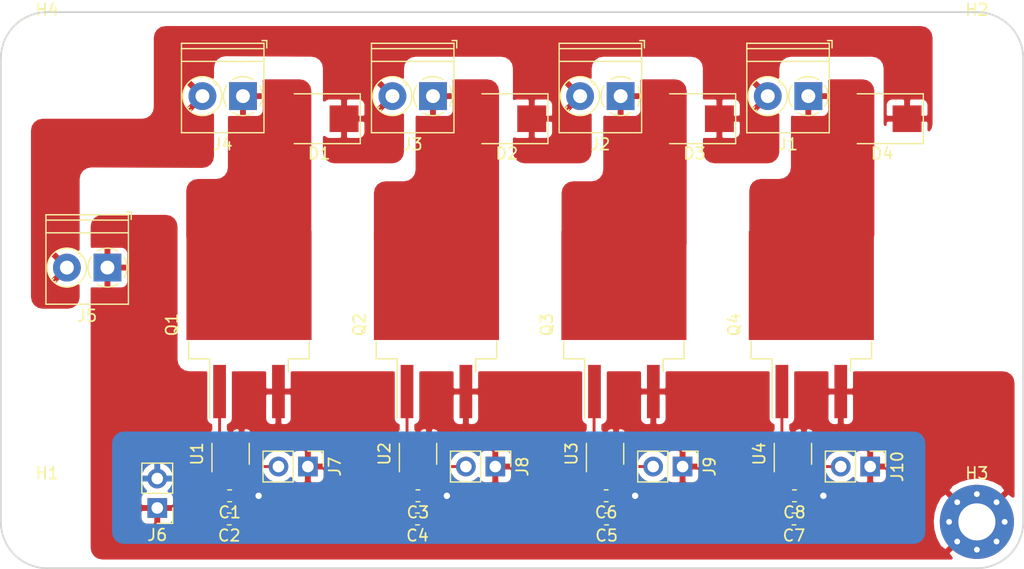
<source format=kicad_pcb>
(kicad_pcb (version 20171130) (host pcbnew 5.1.2-f72e74a~84~ubuntu18.04.1)

  (general
    (thickness 1.6)
    (drawings 8)
    (tracks 33)
    (zones 0)
    (modules 34)
    (nets 20)
  )

  (page A4)
  (layers
    (0 F.Cu signal)
    (31 B.Cu signal)
    (32 B.Adhes user)
    (33 F.Adhes user)
    (34 B.Paste user)
    (35 F.Paste user)
    (36 B.SilkS user)
    (37 F.SilkS user)
    (38 B.Mask user)
    (39 F.Mask user)
    (40 Dwgs.User user)
    (41 Cmts.User user)
    (42 Eco1.User user)
    (43 Eco2.User user)
    (44 Edge.Cuts user)
    (45 Margin user)
    (46 B.CrtYd user)
    (47 F.CrtYd user)
    (48 B.Fab user)
    (49 F.Fab user hide)
  )

  (setup
    (last_trace_width 0.25)
    (trace_clearance 0.2)
    (zone_clearance 0.508)
    (zone_45_only no)
    (trace_min 0.2)
    (via_size 0.8)
    (via_drill 0.55)
    (via_min_size 0.4)
    (via_min_drill 0.3)
    (uvia_size 0.3)
    (uvia_drill 0.1)
    (uvias_allowed no)
    (uvia_min_size 0.2)
    (uvia_min_drill 0.1)
    (edge_width 0.15)
    (segment_width 0.2)
    (pcb_text_width 0.3)
    (pcb_text_size 1.5 1.5)
    (mod_edge_width 0.15)
    (mod_text_size 1 1)
    (mod_text_width 0.15)
    (pad_size 2.4 2.4)
    (pad_drill 1.2)
    (pad_to_mask_clearance 0.051)
    (solder_mask_min_width 0.25)
    (aux_axis_origin 73.4 88.065)
    (grid_origin 96.625 93.265)
    (visible_elements FFFFFF7F)
    (pcbplotparams
      (layerselection 0x010fc_ffffffff)
      (usegerberextensions true)
      (usegerberattributes false)
      (usegerberadvancedattributes false)
      (creategerberjobfile false)
      (excludeedgelayer true)
      (linewidth 0.100000)
      (plotframeref false)
      (viasonmask false)
      (mode 1)
      (useauxorigin false)
      (hpglpennumber 1)
      (hpglpenspeed 20)
      (hpglpendiameter 15.000000)
      (psnegative false)
      (psa4output false)
      (plotreference true)
      (plotvalue true)
      (plotinvisibletext false)
      (padsonsilk false)
      (subtractmaskfromsilk false)
      (outputformat 1)
      (mirror false)
      (drillshape 0)
      (scaleselection 1)
      (outputdirectory "gerber/"))
  )

  (net 0 "")
  (net 1 "Net-(D1-Pad2)")
  (net 2 +48V)
  (net 3 "Net-(D2-Pad2)")
  (net 4 "Net-(D3-Pad2)")
  (net 5 "Net-(D4-Pad2)")
  (net 6 GND)
  (net 7 "Net-(Q4-Pad1)")
  (net 8 "Net-(Q3-Pad1)")
  (net 9 "Net-(Q2-Pad1)")
  (net 10 "Net-(Q1-Pad1)")
  (net 11 "Net-(U4-Pad1)")
  (net 12 +5V)
  (net 13 "Net-(J10-Pad2)")
  (net 14 "Net-(J9-Pad2)")
  (net 15 "Net-(U3-Pad1)")
  (net 16 "Net-(U2-Pad1)")
  (net 17 "Net-(J8-Pad2)")
  (net 18 "Net-(J7-Pad2)")
  (net 19 "Net-(U1-Pad1)")

  (net_class Default "This is the default net class."
    (clearance 0.2)
    (trace_width 0.25)
    (via_dia 0.8)
    (via_drill 0.55)
    (uvia_dia 0.3)
    (uvia_drill 0.1)
    (add_net +48V)
    (add_net +5V)
    (add_net GND)
    (add_net "Net-(D1-Pad2)")
    (add_net "Net-(D2-Pad2)")
    (add_net "Net-(D3-Pad2)")
    (add_net "Net-(D4-Pad2)")
    (add_net "Net-(J10-Pad2)")
    (add_net "Net-(J7-Pad2)")
    (add_net "Net-(J8-Pad2)")
    (add_net "Net-(J9-Pad2)")
    (add_net "Net-(Q1-Pad1)")
    (add_net "Net-(Q2-Pad1)")
    (add_net "Net-(Q3-Pad1)")
    (add_net "Net-(Q4-Pad1)")
    (add_net "Net-(U1-Pad1)")
    (add_net "Net-(U2-Pad1)")
    (add_net "Net-(U3-Pad1)")
    (add_net "Net-(U4-Pad1)")
  )

  (net_class 48 ""
    (clearance 0.2)
    (trace_width 2)
    (via_dia 0.8)
    (via_drill 0.4)
    (uvia_dia 0.3)
    (uvia_drill 0.1)
  )

  (module TerminalBlock_Phoenix:TerminalBlock_Phoenix_PT-1,5-2-3.5-H_1x02_P3.50mm_Horizontal (layer F.Cu) (tedit 5B294F3F) (tstamp 5CB47D48)
    (at 78.6 106.115 180)
    (descr "Terminal Block Phoenix PT-1,5-2-3.5-H, 2 pins, pitch 3.5mm, size 7x7.6mm^2, drill diamater 1.2mm, pad diameter 2.4mm, see , script-generated using https://github.com/pointhi/kicad-footprint-generator/scripts/TerminalBlock_Phoenix")
    (tags "THT Terminal Block Phoenix PT-1,5-2-3.5-H pitch 3.5mm size 7x7.6mm^2 drill 1.2mm pad 2.4mm")
    (path /5CC59094)
    (fp_text reference J5 (at 1.75 -4.16) (layer F.SilkS)
      (effects (font (size 1 1) (thickness 0.15)))
    )
    (fp_text value Conn_01x02 (at 1.75 5.56) (layer F.Fab)
      (effects (font (size 1 1) (thickness 0.15)))
    )
    (fp_text user %R (at 1.75 2.4) (layer F.Fab)
      (effects (font (size 1 1) (thickness 0.15)))
    )
    (fp_line (start 5.75 -3.6) (end -2.25 -3.6) (layer F.CrtYd) (width 0.05))
    (fp_line (start 5.75 5) (end 5.75 -3.6) (layer F.CrtYd) (width 0.05))
    (fp_line (start -2.25 5) (end 5.75 5) (layer F.CrtYd) (width 0.05))
    (fp_line (start -2.25 -3.6) (end -2.25 5) (layer F.CrtYd) (width 0.05))
    (fp_line (start -2.05 4.8) (end -1.65 4.8) (layer F.SilkS) (width 0.12))
    (fp_line (start -2.05 4.16) (end -2.05 4.8) (layer F.SilkS) (width 0.12))
    (fp_line (start 2.355 0.941) (end 2.226 1.069) (layer F.SilkS) (width 0.12))
    (fp_line (start 4.57 -1.275) (end 4.476 -1.181) (layer F.SilkS) (width 0.12))
    (fp_line (start 2.525 1.181) (end 2.431 1.274) (layer F.SilkS) (width 0.12))
    (fp_line (start 4.775 -1.069) (end 4.646 -0.941) (layer F.SilkS) (width 0.12))
    (fp_line (start 4.455 -1.138) (end 2.363 0.955) (layer F.Fab) (width 0.1))
    (fp_line (start 4.638 -0.955) (end 2.546 1.138) (layer F.Fab) (width 0.1))
    (fp_line (start 0.955 -1.138) (end -1.138 0.955) (layer F.Fab) (width 0.1))
    (fp_line (start 1.138 -0.955) (end -0.955 1.138) (layer F.Fab) (width 0.1))
    (fp_line (start 5.31 -3.16) (end 5.31 4.56) (layer F.SilkS) (width 0.12))
    (fp_line (start -1.81 -3.16) (end -1.81 4.56) (layer F.SilkS) (width 0.12))
    (fp_line (start -1.81 4.56) (end 5.31 4.56) (layer F.SilkS) (width 0.12))
    (fp_line (start -1.81 -3.16) (end 5.31 -3.16) (layer F.SilkS) (width 0.12))
    (fp_line (start -1.81 3) (end 5.31 3) (layer F.SilkS) (width 0.12))
    (fp_line (start -1.75 3) (end 5.25 3) (layer F.Fab) (width 0.1))
    (fp_line (start -1.81 4.1) (end 5.31 4.1) (layer F.SilkS) (width 0.12))
    (fp_line (start -1.75 4.1) (end 5.25 4.1) (layer F.Fab) (width 0.1))
    (fp_line (start -1.75 4.1) (end -1.75 -3.1) (layer F.Fab) (width 0.1))
    (fp_line (start -1.35 4.5) (end -1.75 4.1) (layer F.Fab) (width 0.1))
    (fp_line (start 5.25 4.5) (end -1.35 4.5) (layer F.Fab) (width 0.1))
    (fp_line (start 5.25 -3.1) (end 5.25 4.5) (layer F.Fab) (width 0.1))
    (fp_line (start -1.75 -3.1) (end 5.25 -3.1) (layer F.Fab) (width 0.1))
    (fp_circle (center 3.5 0) (end 5.18 0) (layer F.SilkS) (width 0.12))
    (fp_circle (center 3.5 0) (end 5 0) (layer F.Fab) (width 0.1))
    (fp_circle (center 0 0) (end 1.5 0) (layer F.Fab) (width 0.1))
    (fp_arc (start 0 0) (end -0.866 1.44) (angle -32) (layer F.SilkS) (width 0.12))
    (fp_arc (start 0 0) (end -1.44 -0.866) (angle -63) (layer F.SilkS) (width 0.12))
    (fp_arc (start 0 0) (end 0.866 -1.44) (angle -63) (layer F.SilkS) (width 0.12))
    (fp_arc (start 0 0) (end 1.425 0.891) (angle -64) (layer F.SilkS) (width 0.12))
    (fp_arc (start 0 0) (end 0 1.68) (angle -32) (layer F.SilkS) (width 0.12))
    (pad 2 thru_hole circle (at 3.5 0 180) (size 2.4 2.4) (drill 1.2) (layers *.Cu *.Mask)
      (net 2 +48V))
    (pad 1 thru_hole rect (at 0 0 180) (size 2.4 2.4) (drill 1.2) (layers *.Cu *.Mask)
      (net 6 GND))
    (model ${KISYS3DMOD}/TerminalBlock_Phoenix.3dshapes/TerminalBlock_Phoenix_PT-1,5-2-3.5-H_1x02_P3.50mm_Horizontal.wrl
      (at (xyz 0 0 0))
      (scale (xyz 1 1 1))
      (rotate (xyz 0 0 0))
    )
  )

  (module TerminalBlock_Phoenix:TerminalBlock_Phoenix_PT-1,5-2-3.5-H_1x02_P3.50mm_Horizontal (layer F.Cu) (tedit 5B294F3F) (tstamp 5CB7E135)
    (at 90.3 91.315 180)
    (descr "Terminal Block Phoenix PT-1,5-2-3.5-H, 2 pins, pitch 3.5mm, size 7x7.6mm^2, drill diamater 1.2mm, pad diameter 2.4mm, see , script-generated using https://github.com/pointhi/kicad-footprint-generator/scripts/TerminalBlock_Phoenix")
    (tags "THT Terminal Block Phoenix PT-1,5-2-3.5-H pitch 3.5mm size 7x7.6mm^2 drill 1.2mm pad 2.4mm")
    (path /5CB2EA20)
    (fp_text reference J4 (at 1.75 -4.16) (layer F.SilkS)
      (effects (font (size 1 1) (thickness 0.15)))
    )
    (fp_text value Conn_01x02 (at 1.75 5.56) (layer F.Fab)
      (effects (font (size 1 1) (thickness 0.15)))
    )
    (fp_text user %R (at 1.75 2.4) (layer F.Fab)
      (effects (font (size 1 1) (thickness 0.15)))
    )
    (fp_line (start 5.75 -3.6) (end -2.25 -3.6) (layer F.CrtYd) (width 0.05))
    (fp_line (start 5.75 5) (end 5.75 -3.6) (layer F.CrtYd) (width 0.05))
    (fp_line (start -2.25 5) (end 5.75 5) (layer F.CrtYd) (width 0.05))
    (fp_line (start -2.25 -3.6) (end -2.25 5) (layer F.CrtYd) (width 0.05))
    (fp_line (start -2.05 4.8) (end -1.65 4.8) (layer F.SilkS) (width 0.12))
    (fp_line (start -2.05 4.16) (end -2.05 4.8) (layer F.SilkS) (width 0.12))
    (fp_line (start 2.355 0.941) (end 2.226 1.069) (layer F.SilkS) (width 0.12))
    (fp_line (start 4.57 -1.275) (end 4.476 -1.181) (layer F.SilkS) (width 0.12))
    (fp_line (start 2.525 1.181) (end 2.431 1.274) (layer F.SilkS) (width 0.12))
    (fp_line (start 4.775 -1.069) (end 4.646 -0.941) (layer F.SilkS) (width 0.12))
    (fp_line (start 4.455 -1.138) (end 2.363 0.955) (layer F.Fab) (width 0.1))
    (fp_line (start 4.638 -0.955) (end 2.546 1.138) (layer F.Fab) (width 0.1))
    (fp_line (start 0.955 -1.138) (end -1.138 0.955) (layer F.Fab) (width 0.1))
    (fp_line (start 1.138 -0.955) (end -0.955 1.138) (layer F.Fab) (width 0.1))
    (fp_line (start 5.31 -3.16) (end 5.31 4.56) (layer F.SilkS) (width 0.12))
    (fp_line (start -1.81 -3.16) (end -1.81 4.56) (layer F.SilkS) (width 0.12))
    (fp_line (start -1.81 4.56) (end 5.31 4.56) (layer F.SilkS) (width 0.12))
    (fp_line (start -1.81 -3.16) (end 5.31 -3.16) (layer F.SilkS) (width 0.12))
    (fp_line (start -1.81 3) (end 5.31 3) (layer F.SilkS) (width 0.12))
    (fp_line (start -1.75 3) (end 5.25 3) (layer F.Fab) (width 0.1))
    (fp_line (start -1.81 4.1) (end 5.31 4.1) (layer F.SilkS) (width 0.12))
    (fp_line (start -1.75 4.1) (end 5.25 4.1) (layer F.Fab) (width 0.1))
    (fp_line (start -1.75 4.1) (end -1.75 -3.1) (layer F.Fab) (width 0.1))
    (fp_line (start -1.35 4.5) (end -1.75 4.1) (layer F.Fab) (width 0.1))
    (fp_line (start 5.25 4.5) (end -1.35 4.5) (layer F.Fab) (width 0.1))
    (fp_line (start 5.25 -3.1) (end 5.25 4.5) (layer F.Fab) (width 0.1))
    (fp_line (start -1.75 -3.1) (end 5.25 -3.1) (layer F.Fab) (width 0.1))
    (fp_circle (center 3.5 0) (end 5.18 0) (layer F.SilkS) (width 0.12))
    (fp_circle (center 3.5 0) (end 5 0) (layer F.Fab) (width 0.1))
    (fp_circle (center 0 0) (end 1.5 0) (layer F.Fab) (width 0.1))
    (fp_arc (start 0 0) (end -0.866 1.44) (angle -32) (layer F.SilkS) (width 0.12))
    (fp_arc (start 0 0) (end -1.44 -0.866) (angle -63) (layer F.SilkS) (width 0.12))
    (fp_arc (start 0 0) (end 0.866 -1.44) (angle -63) (layer F.SilkS) (width 0.12))
    (fp_arc (start 0 0) (end 1.425 0.891) (angle -64) (layer F.SilkS) (width 0.12))
    (fp_arc (start 0 0) (end 0 1.68) (angle -32) (layer F.SilkS) (width 0.12))
    (pad 2 thru_hole circle (at 3.5 0 180) (size 2.4 2.4) (drill 1.2) (layers *.Cu *.Mask)
      (net 2 +48V))
    (pad 1 thru_hole rect (at 0 0 180) (size 2.4 2.4) (drill 1.2) (layers *.Cu *.Mask)
      (net 1 "Net-(D1-Pad2)"))
    (model ${KISYS3DMOD}/TerminalBlock_Phoenix.3dshapes/TerminalBlock_Phoenix_PT-1,5-2-3.5-H_1x02_P3.50mm_Horizontal.wrl
      (at (xyz 0 0 0))
      (scale (xyz 1 1 1))
      (rotate (xyz 0 0 0))
    )
  )

  (module TerminalBlock_Phoenix:TerminalBlock_Phoenix_PT-1,5-2-3.5-H_1x02_P3.50mm_Horizontal (layer F.Cu) (tedit 5B294F3F) (tstamp 5CD89E24)
    (at 106.7 91.315 180)
    (descr "Terminal Block Phoenix PT-1,5-2-3.5-H, 2 pins, pitch 3.5mm, size 7x7.6mm^2, drill diamater 1.2mm, pad diameter 2.4mm, see , script-generated using https://github.com/pointhi/kicad-footprint-generator/scripts/TerminalBlock_Phoenix")
    (tags "THT Terminal Block Phoenix PT-1,5-2-3.5-H pitch 3.5mm size 7x7.6mm^2 drill 1.2mm pad 2.4mm")
    (path /5CB28161)
    (fp_text reference J3 (at 1.75 -4.16) (layer F.SilkS)
      (effects (font (size 1 1) (thickness 0.15)))
    )
    (fp_text value Conn_01x02 (at 1.75 5.56) (layer F.Fab)
      (effects (font (size 1 1) (thickness 0.15)))
    )
    (fp_text user %R (at 1.75 2.4) (layer F.Fab)
      (effects (font (size 1 1) (thickness 0.15)))
    )
    (fp_line (start 5.75 -3.6) (end -2.25 -3.6) (layer F.CrtYd) (width 0.05))
    (fp_line (start 5.75 5) (end 5.75 -3.6) (layer F.CrtYd) (width 0.05))
    (fp_line (start -2.25 5) (end 5.75 5) (layer F.CrtYd) (width 0.05))
    (fp_line (start -2.25 -3.6) (end -2.25 5) (layer F.CrtYd) (width 0.05))
    (fp_line (start -2.05 4.8) (end -1.65 4.8) (layer F.SilkS) (width 0.12))
    (fp_line (start -2.05 4.16) (end -2.05 4.8) (layer F.SilkS) (width 0.12))
    (fp_line (start 2.355 0.941) (end 2.226 1.069) (layer F.SilkS) (width 0.12))
    (fp_line (start 4.57 -1.275) (end 4.476 -1.181) (layer F.SilkS) (width 0.12))
    (fp_line (start 2.525 1.181) (end 2.431 1.274) (layer F.SilkS) (width 0.12))
    (fp_line (start 4.775 -1.069) (end 4.646 -0.941) (layer F.SilkS) (width 0.12))
    (fp_line (start 4.455 -1.138) (end 2.363 0.955) (layer F.Fab) (width 0.1))
    (fp_line (start 4.638 -0.955) (end 2.546 1.138) (layer F.Fab) (width 0.1))
    (fp_line (start 0.955 -1.138) (end -1.138 0.955) (layer F.Fab) (width 0.1))
    (fp_line (start 1.138 -0.955) (end -0.955 1.138) (layer F.Fab) (width 0.1))
    (fp_line (start 5.31 -3.16) (end 5.31 4.56) (layer F.SilkS) (width 0.12))
    (fp_line (start -1.81 -3.16) (end -1.81 4.56) (layer F.SilkS) (width 0.12))
    (fp_line (start -1.81 4.56) (end 5.31 4.56) (layer F.SilkS) (width 0.12))
    (fp_line (start -1.81 -3.16) (end 5.31 -3.16) (layer F.SilkS) (width 0.12))
    (fp_line (start -1.81 3) (end 5.31 3) (layer F.SilkS) (width 0.12))
    (fp_line (start -1.75 3) (end 5.25 3) (layer F.Fab) (width 0.1))
    (fp_line (start -1.81 4.1) (end 5.31 4.1) (layer F.SilkS) (width 0.12))
    (fp_line (start -1.75 4.1) (end 5.25 4.1) (layer F.Fab) (width 0.1))
    (fp_line (start -1.75 4.1) (end -1.75 -3.1) (layer F.Fab) (width 0.1))
    (fp_line (start -1.35 4.5) (end -1.75 4.1) (layer F.Fab) (width 0.1))
    (fp_line (start 5.25 4.5) (end -1.35 4.5) (layer F.Fab) (width 0.1))
    (fp_line (start 5.25 -3.1) (end 5.25 4.5) (layer F.Fab) (width 0.1))
    (fp_line (start -1.75 -3.1) (end 5.25 -3.1) (layer F.Fab) (width 0.1))
    (fp_circle (center 3.5 0) (end 5.18 0) (layer F.SilkS) (width 0.12))
    (fp_circle (center 3.5 0) (end 5 0) (layer F.Fab) (width 0.1))
    (fp_circle (center 0 0) (end 1.5 0) (layer F.Fab) (width 0.1))
    (fp_arc (start 0 0) (end -0.866 1.44) (angle -32) (layer F.SilkS) (width 0.12))
    (fp_arc (start 0 0) (end -1.44 -0.866) (angle -63) (layer F.SilkS) (width 0.12))
    (fp_arc (start 0 0) (end 0.866 -1.44) (angle -63) (layer F.SilkS) (width 0.12))
    (fp_arc (start 0 0) (end 1.425 0.891) (angle -64) (layer F.SilkS) (width 0.12))
    (fp_arc (start 0 0) (end 0 1.68) (angle -32) (layer F.SilkS) (width 0.12))
    (pad 2 thru_hole circle (at 3.5 0 180) (size 2.4 2.4) (drill 1.2) (layers *.Cu *.Mask)
      (net 2 +48V))
    (pad 1 thru_hole rect (at 0 0 180) (size 2.4 2.4) (drill 1.2) (layers *.Cu *.Mask)
      (net 3 "Net-(D2-Pad2)"))
    (model ${KISYS3DMOD}/TerminalBlock_Phoenix.3dshapes/TerminalBlock_Phoenix_PT-1,5-2-3.5-H_1x02_P3.50mm_Horizontal.wrl
      (at (xyz 0 0 0))
      (scale (xyz 1 1 1))
      (rotate (xyz 0 0 0))
    )
  )

  (module TerminalBlock_Phoenix:TerminalBlock_Phoenix_PT-1,5-2-3.5-H_1x02_P3.50mm_Horizontal (layer F.Cu) (tedit 5B294F3F) (tstamp 5CB12825)
    (at 122.9 91.315 180)
    (descr "Terminal Block Phoenix PT-1,5-2-3.5-H, 2 pins, pitch 3.5mm, size 7x7.6mm^2, drill diamater 1.2mm, pad diameter 2.4mm, see , script-generated using https://github.com/pointhi/kicad-footprint-generator/scripts/TerminalBlock_Phoenix")
    (tags "THT Terminal Block Phoenix PT-1,5-2-3.5-H pitch 3.5mm size 7x7.6mm^2 drill 1.2mm pad 2.4mm")
    (path /5CB1A62C)
    (fp_text reference J2 (at 1.75 -4.16) (layer F.SilkS)
      (effects (font (size 1 1) (thickness 0.15)))
    )
    (fp_text value Conn_01x02 (at 1.75 5.56) (layer F.Fab)
      (effects (font (size 1 1) (thickness 0.15)))
    )
    (fp_text user %R (at 1.75 2.4) (layer F.Fab)
      (effects (font (size 1 1) (thickness 0.15)))
    )
    (fp_line (start 5.75 -3.6) (end -2.25 -3.6) (layer F.CrtYd) (width 0.05))
    (fp_line (start 5.75 5) (end 5.75 -3.6) (layer F.CrtYd) (width 0.05))
    (fp_line (start -2.25 5) (end 5.75 5) (layer F.CrtYd) (width 0.05))
    (fp_line (start -2.25 -3.6) (end -2.25 5) (layer F.CrtYd) (width 0.05))
    (fp_line (start -2.05 4.8) (end -1.65 4.8) (layer F.SilkS) (width 0.12))
    (fp_line (start -2.05 4.16) (end -2.05 4.8) (layer F.SilkS) (width 0.12))
    (fp_line (start 2.355 0.941) (end 2.226 1.069) (layer F.SilkS) (width 0.12))
    (fp_line (start 4.57 -1.275) (end 4.476 -1.181) (layer F.SilkS) (width 0.12))
    (fp_line (start 2.525 1.181) (end 2.431 1.274) (layer F.SilkS) (width 0.12))
    (fp_line (start 4.775 -1.069) (end 4.646 -0.941) (layer F.SilkS) (width 0.12))
    (fp_line (start 4.455 -1.138) (end 2.363 0.955) (layer F.Fab) (width 0.1))
    (fp_line (start 4.638 -0.955) (end 2.546 1.138) (layer F.Fab) (width 0.1))
    (fp_line (start 0.955 -1.138) (end -1.138 0.955) (layer F.Fab) (width 0.1))
    (fp_line (start 1.138 -0.955) (end -0.955 1.138) (layer F.Fab) (width 0.1))
    (fp_line (start 5.31 -3.16) (end 5.31 4.56) (layer F.SilkS) (width 0.12))
    (fp_line (start -1.81 -3.16) (end -1.81 4.56) (layer F.SilkS) (width 0.12))
    (fp_line (start -1.81 4.56) (end 5.31 4.56) (layer F.SilkS) (width 0.12))
    (fp_line (start -1.81 -3.16) (end 5.31 -3.16) (layer F.SilkS) (width 0.12))
    (fp_line (start -1.81 3) (end 5.31 3) (layer F.SilkS) (width 0.12))
    (fp_line (start -1.75 3) (end 5.25 3) (layer F.Fab) (width 0.1))
    (fp_line (start -1.81 4.1) (end 5.31 4.1) (layer F.SilkS) (width 0.12))
    (fp_line (start -1.75 4.1) (end 5.25 4.1) (layer F.Fab) (width 0.1))
    (fp_line (start -1.75 4.1) (end -1.75 -3.1) (layer F.Fab) (width 0.1))
    (fp_line (start -1.35 4.5) (end -1.75 4.1) (layer F.Fab) (width 0.1))
    (fp_line (start 5.25 4.5) (end -1.35 4.5) (layer F.Fab) (width 0.1))
    (fp_line (start 5.25 -3.1) (end 5.25 4.5) (layer F.Fab) (width 0.1))
    (fp_line (start -1.75 -3.1) (end 5.25 -3.1) (layer F.Fab) (width 0.1))
    (fp_circle (center 3.5 0) (end 5.18 0) (layer F.SilkS) (width 0.12))
    (fp_circle (center 3.5 0) (end 5 0) (layer F.Fab) (width 0.1))
    (fp_circle (center 0 0) (end 1.5 0) (layer F.Fab) (width 0.1))
    (fp_arc (start 0 0) (end -0.866 1.44) (angle -32) (layer F.SilkS) (width 0.12))
    (fp_arc (start 0 0) (end -1.44 -0.866) (angle -63) (layer F.SilkS) (width 0.12))
    (fp_arc (start 0 0) (end 0.866 -1.44) (angle -63) (layer F.SilkS) (width 0.12))
    (fp_arc (start 0 0) (end 1.425 0.891) (angle -64) (layer F.SilkS) (width 0.12))
    (fp_arc (start 0 0) (end 0 1.68) (angle -32) (layer F.SilkS) (width 0.12))
    (pad 2 thru_hole circle (at 3.5 0 180) (size 2.4 2.4) (drill 1.2) (layers *.Cu *.Mask)
      (net 2 +48V))
    (pad 1 thru_hole rect (at 0 0 180) (size 2.4 2.4) (drill 1.2) (layers *.Cu *.Mask)
      (net 4 "Net-(D3-Pad2)"))
    (model ${KISYS3DMOD}/TerminalBlock_Phoenix.3dshapes/TerminalBlock_Phoenix_PT-1,5-2-3.5-H_1x02_P3.50mm_Horizontal.wrl
      (at (xyz 0 0 0))
      (scale (xyz 1 1 1))
      (rotate (xyz 0 0 0))
    )
  )

  (module TerminalBlock_Phoenix:TerminalBlock_Phoenix_PT-1,5-2-3.5-H_1x02_P3.50mm_Horizontal (layer F.Cu) (tedit 5B294F3F) (tstamp 5CD8A2D0)
    (at 139.1 91.315 180)
    (descr "Terminal Block Phoenix PT-1,5-2-3.5-H, 2 pins, pitch 3.5mm, size 7x7.6mm^2, drill diamater 1.2mm, pad diameter 2.4mm, see , script-generated using https://github.com/pointhi/kicad-footprint-generator/scripts/TerminalBlock_Phoenix")
    (tags "THT Terminal Block Phoenix PT-1,5-2-3.5-H pitch 3.5mm size 7x7.6mm^2 drill 1.2mm pad 2.4mm")
    (path /5CB3135E)
    (fp_text reference J1 (at 1.75 -4.16) (layer F.SilkS)
      (effects (font (size 1 1) (thickness 0.15)))
    )
    (fp_text value Conn_01x02 (at 1.75 5.56) (layer F.Fab)
      (effects (font (size 1 1) (thickness 0.15)))
    )
    (fp_text user %R (at 1.75 2.4) (layer F.Fab)
      (effects (font (size 1 1) (thickness 0.15)))
    )
    (fp_line (start 5.75 -3.6) (end -2.25 -3.6) (layer F.CrtYd) (width 0.05))
    (fp_line (start 5.75 5) (end 5.75 -3.6) (layer F.CrtYd) (width 0.05))
    (fp_line (start -2.25 5) (end 5.75 5) (layer F.CrtYd) (width 0.05))
    (fp_line (start -2.25 -3.6) (end -2.25 5) (layer F.CrtYd) (width 0.05))
    (fp_line (start -2.05 4.8) (end -1.65 4.8) (layer F.SilkS) (width 0.12))
    (fp_line (start -2.05 4.16) (end -2.05 4.8) (layer F.SilkS) (width 0.12))
    (fp_line (start 2.355 0.941) (end 2.226 1.069) (layer F.SilkS) (width 0.12))
    (fp_line (start 4.57 -1.275) (end 4.476 -1.181) (layer F.SilkS) (width 0.12))
    (fp_line (start 2.525 1.181) (end 2.431 1.274) (layer F.SilkS) (width 0.12))
    (fp_line (start 4.775 -1.069) (end 4.646 -0.941) (layer F.SilkS) (width 0.12))
    (fp_line (start 4.455 -1.138) (end 2.363 0.955) (layer F.Fab) (width 0.1))
    (fp_line (start 4.638 -0.955) (end 2.546 1.138) (layer F.Fab) (width 0.1))
    (fp_line (start 0.955 -1.138) (end -1.138 0.955) (layer F.Fab) (width 0.1))
    (fp_line (start 1.138 -0.955) (end -0.955 1.138) (layer F.Fab) (width 0.1))
    (fp_line (start 5.31 -3.16) (end 5.31 4.56) (layer F.SilkS) (width 0.12))
    (fp_line (start -1.81 -3.16) (end -1.81 4.56) (layer F.SilkS) (width 0.12))
    (fp_line (start -1.81 4.56) (end 5.31 4.56) (layer F.SilkS) (width 0.12))
    (fp_line (start -1.81 -3.16) (end 5.31 -3.16) (layer F.SilkS) (width 0.12))
    (fp_line (start -1.81 3) (end 5.31 3) (layer F.SilkS) (width 0.12))
    (fp_line (start -1.75 3) (end 5.25 3) (layer F.Fab) (width 0.1))
    (fp_line (start -1.81 4.1) (end 5.31 4.1) (layer F.SilkS) (width 0.12))
    (fp_line (start -1.75 4.1) (end 5.25 4.1) (layer F.Fab) (width 0.1))
    (fp_line (start -1.75 4.1) (end -1.75 -3.1) (layer F.Fab) (width 0.1))
    (fp_line (start -1.35 4.5) (end -1.75 4.1) (layer F.Fab) (width 0.1))
    (fp_line (start 5.25 4.5) (end -1.35 4.5) (layer F.Fab) (width 0.1))
    (fp_line (start 5.25 -3.1) (end 5.25 4.5) (layer F.Fab) (width 0.1))
    (fp_line (start -1.75 -3.1) (end 5.25 -3.1) (layer F.Fab) (width 0.1))
    (fp_circle (center 3.5 0) (end 5.18 0) (layer F.SilkS) (width 0.12))
    (fp_circle (center 3.5 0) (end 5 0) (layer F.Fab) (width 0.1))
    (fp_circle (center 0 0) (end 1.5 0) (layer F.Fab) (width 0.1))
    (fp_arc (start 0 0) (end -0.866 1.44) (angle -32) (layer F.SilkS) (width 0.12))
    (fp_arc (start 0 0) (end -1.44 -0.866) (angle -63) (layer F.SilkS) (width 0.12))
    (fp_arc (start 0 0) (end 0.866 -1.44) (angle -63) (layer F.SilkS) (width 0.12))
    (fp_arc (start 0 0) (end 1.425 0.891) (angle -64) (layer F.SilkS) (width 0.12))
    (fp_arc (start 0 0) (end 0 1.68) (angle -32) (layer F.SilkS) (width 0.12))
    (pad 2 thru_hole circle (at 3.5 0 180) (size 2.4 2.4) (drill 1.2) (layers *.Cu *.Mask)
      (net 2 +48V))
    (pad 1 thru_hole rect (at 0 0 180) (size 2.4 2.4) (drill 1.2) (layers *.Cu *.Mask)
      (net 5 "Net-(D4-Pad2)"))
    (model ${KISYS3DMOD}/TerminalBlock_Phoenix.3dshapes/TerminalBlock_Phoenix_PT-1,5-2-3.5-H_1x02_P3.50mm_Horizontal.wrl
      (at (xyz 0 0 0))
      (scale (xyz 1 1 1))
      (rotate (xyz 0 0 0))
    )
  )

  (module Diode_SMD:D_SMB (layer F.Cu) (tedit 58645DF3) (tstamp 5CD95DE7)
    (at 145.475 93.265 180)
    (descr "Diode SMB (DO-214AA)")
    (tags "Diode SMB (DO-214AA)")
    (path /5CAF6BC5)
    (attr smd)
    (fp_text reference D4 (at 0 -3) (layer F.SilkS)
      (effects (font (size 1 1) (thickness 0.15)))
    )
    (fp_text value D_Small (at 0 3.1) (layer F.Fab)
      (effects (font (size 1 1) (thickness 0.15)))
    )
    (fp_line (start -3.55 -2.15) (end 2.15 -2.15) (layer F.SilkS) (width 0.12))
    (fp_line (start -3.55 2.15) (end 2.15 2.15) (layer F.SilkS) (width 0.12))
    (fp_line (start -0.64944 0.00102) (end 0.50118 -0.79908) (layer F.Fab) (width 0.1))
    (fp_line (start -0.64944 0.00102) (end 0.50118 0.75032) (layer F.Fab) (width 0.1))
    (fp_line (start 0.50118 0.75032) (end 0.50118 -0.79908) (layer F.Fab) (width 0.1))
    (fp_line (start -0.64944 -0.79908) (end -0.64944 0.80112) (layer F.Fab) (width 0.1))
    (fp_line (start 0.50118 0.00102) (end 1.4994 0.00102) (layer F.Fab) (width 0.1))
    (fp_line (start -0.64944 0.00102) (end -1.55114 0.00102) (layer F.Fab) (width 0.1))
    (fp_line (start -3.65 2.25) (end -3.65 -2.25) (layer F.CrtYd) (width 0.05))
    (fp_line (start 3.65 2.25) (end -3.65 2.25) (layer F.CrtYd) (width 0.05))
    (fp_line (start 3.65 -2.25) (end 3.65 2.25) (layer F.CrtYd) (width 0.05))
    (fp_line (start -3.65 -2.25) (end 3.65 -2.25) (layer F.CrtYd) (width 0.05))
    (fp_line (start 2.3 -2) (end -2.3 -2) (layer F.Fab) (width 0.1))
    (fp_line (start 2.3 -2) (end 2.3 2) (layer F.Fab) (width 0.1))
    (fp_line (start -2.3 2) (end -2.3 -2) (layer F.Fab) (width 0.1))
    (fp_line (start 2.3 2) (end -2.3 2) (layer F.Fab) (width 0.1))
    (fp_line (start -3.55 -2.15) (end -3.55 2.15) (layer F.SilkS) (width 0.12))
    (fp_text user %R (at 0 -3) (layer F.Fab)
      (effects (font (size 1 1) (thickness 0.15)))
    )
    (pad 2 smd rect (at 2.15 0 180) (size 2.5 2.3) (layers F.Cu F.Paste F.Mask)
      (net 5 "Net-(D4-Pad2)"))
    (pad 1 smd rect (at -2.15 0 180) (size 2.5 2.3) (layers F.Cu F.Paste F.Mask)
      (net 2 +48V))
    (model ${KISYS3DMOD}/Diode_SMD.3dshapes/D_SMB.wrl
      (at (xyz 0 0 0))
      (scale (xyz 1 1 1))
      (rotate (xyz 0 0 0))
    )
  )

  (module Diode_SMD:D_SMB (layer F.Cu) (tedit 58645DF3) (tstamp 5CD96519)
    (at 129.275 93.265 180)
    (descr "Diode SMB (DO-214AA)")
    (tags "Diode SMB (DO-214AA)")
    (path /5CAF4004)
    (attr smd)
    (fp_text reference D3 (at 0 -3) (layer F.SilkS)
      (effects (font (size 1 1) (thickness 0.15)))
    )
    (fp_text value D_Small (at 0 3.1) (layer F.Fab)
      (effects (font (size 1 1) (thickness 0.15)))
    )
    (fp_line (start -3.55 -2.15) (end 2.15 -2.15) (layer F.SilkS) (width 0.12))
    (fp_line (start -3.55 2.15) (end 2.15 2.15) (layer F.SilkS) (width 0.12))
    (fp_line (start -0.64944 0.00102) (end 0.50118 -0.79908) (layer F.Fab) (width 0.1))
    (fp_line (start -0.64944 0.00102) (end 0.50118 0.75032) (layer F.Fab) (width 0.1))
    (fp_line (start 0.50118 0.75032) (end 0.50118 -0.79908) (layer F.Fab) (width 0.1))
    (fp_line (start -0.64944 -0.79908) (end -0.64944 0.80112) (layer F.Fab) (width 0.1))
    (fp_line (start 0.50118 0.00102) (end 1.4994 0.00102) (layer F.Fab) (width 0.1))
    (fp_line (start -0.64944 0.00102) (end -1.55114 0.00102) (layer F.Fab) (width 0.1))
    (fp_line (start -3.65 2.25) (end -3.65 -2.25) (layer F.CrtYd) (width 0.05))
    (fp_line (start 3.65 2.25) (end -3.65 2.25) (layer F.CrtYd) (width 0.05))
    (fp_line (start 3.65 -2.25) (end 3.65 2.25) (layer F.CrtYd) (width 0.05))
    (fp_line (start -3.65 -2.25) (end 3.65 -2.25) (layer F.CrtYd) (width 0.05))
    (fp_line (start 2.3 -2) (end -2.3 -2) (layer F.Fab) (width 0.1))
    (fp_line (start 2.3 -2) (end 2.3 2) (layer F.Fab) (width 0.1))
    (fp_line (start -2.3 2) (end -2.3 -2) (layer F.Fab) (width 0.1))
    (fp_line (start 2.3 2) (end -2.3 2) (layer F.Fab) (width 0.1))
    (fp_line (start -3.55 -2.15) (end -3.55 2.15) (layer F.SilkS) (width 0.12))
    (fp_text user %R (at 0 -3) (layer F.Fab)
      (effects (font (size 1 1) (thickness 0.15)))
    )
    (pad 2 smd rect (at 2.15 0 180) (size 2.5 2.3) (layers F.Cu F.Paste F.Mask)
      (net 4 "Net-(D3-Pad2)"))
    (pad 1 smd rect (at -2.15 0 180) (size 2.5 2.3) (layers F.Cu F.Paste F.Mask)
      (net 2 +48V))
    (model ${KISYS3DMOD}/Diode_SMD.3dshapes/D_SMB.wrl
      (at (xyz 0 0 0))
      (scale (xyz 1 1 1))
      (rotate (xyz 0 0 0))
    )
  )

  (module Diode_SMD:D_SMB (layer F.Cu) (tedit 58645DF3) (tstamp 5CD95CD1)
    (at 113.075 93.265 180)
    (descr "Diode SMB (DO-214AA)")
    (tags "Diode SMB (DO-214AA)")
    (path /5CAEE28D)
    (attr smd)
    (fp_text reference D2 (at 0 -3) (layer F.SilkS)
      (effects (font (size 1 1) (thickness 0.15)))
    )
    (fp_text value D_Small (at 0 3.1) (layer F.Fab)
      (effects (font (size 1 1) (thickness 0.15)))
    )
    (fp_line (start -3.55 -2.15) (end 2.15 -2.15) (layer F.SilkS) (width 0.12))
    (fp_line (start -3.55 2.15) (end 2.15 2.15) (layer F.SilkS) (width 0.12))
    (fp_line (start -0.64944 0.00102) (end 0.50118 -0.79908) (layer F.Fab) (width 0.1))
    (fp_line (start -0.64944 0.00102) (end 0.50118 0.75032) (layer F.Fab) (width 0.1))
    (fp_line (start 0.50118 0.75032) (end 0.50118 -0.79908) (layer F.Fab) (width 0.1))
    (fp_line (start -0.64944 -0.79908) (end -0.64944 0.80112) (layer F.Fab) (width 0.1))
    (fp_line (start 0.50118 0.00102) (end 1.4994 0.00102) (layer F.Fab) (width 0.1))
    (fp_line (start -0.64944 0.00102) (end -1.55114 0.00102) (layer F.Fab) (width 0.1))
    (fp_line (start -3.65 2.25) (end -3.65 -2.25) (layer F.CrtYd) (width 0.05))
    (fp_line (start 3.65 2.25) (end -3.65 2.25) (layer F.CrtYd) (width 0.05))
    (fp_line (start 3.65 -2.25) (end 3.65 2.25) (layer F.CrtYd) (width 0.05))
    (fp_line (start -3.65 -2.25) (end 3.65 -2.25) (layer F.CrtYd) (width 0.05))
    (fp_line (start 2.3 -2) (end -2.3 -2) (layer F.Fab) (width 0.1))
    (fp_line (start 2.3 -2) (end 2.3 2) (layer F.Fab) (width 0.1))
    (fp_line (start -2.3 2) (end -2.3 -2) (layer F.Fab) (width 0.1))
    (fp_line (start 2.3 2) (end -2.3 2) (layer F.Fab) (width 0.1))
    (fp_line (start -3.55 -2.15) (end -3.55 2.15) (layer F.SilkS) (width 0.12))
    (fp_text user %R (at 0 -3) (layer F.Fab)
      (effects (font (size 1 1) (thickness 0.15)))
    )
    (pad 2 smd rect (at 2.15 0 180) (size 2.5 2.3) (layers F.Cu F.Paste F.Mask)
      (net 3 "Net-(D2-Pad2)"))
    (pad 1 smd rect (at -2.15 0 180) (size 2.5 2.3) (layers F.Cu F.Paste F.Mask)
      (net 2 +48V))
    (model ${KISYS3DMOD}/Diode_SMD.3dshapes/D_SMB.wrl
      (at (xyz 0 0 0))
      (scale (xyz 1 1 1))
      (rotate (xyz 0 0 0))
    )
  )

  (module Diode_SMD:D_SMB (layer F.Cu) (tedit 58645DF3) (tstamp 5CD95BBB)
    (at 96.875 93.265 180)
    (descr "Diode SMB (DO-214AA)")
    (tags "Diode SMB (DO-214AA)")
    (path /5CACACB6)
    (attr smd)
    (fp_text reference D1 (at 0 -3) (layer F.SilkS)
      (effects (font (size 1 1) (thickness 0.15)))
    )
    (fp_text value D_Small (at 0 3.1) (layer F.Fab)
      (effects (font (size 1 1) (thickness 0.15)))
    )
    (fp_line (start -3.55 -2.15) (end 2.15 -2.15) (layer F.SilkS) (width 0.12))
    (fp_line (start -3.55 2.15) (end 2.15 2.15) (layer F.SilkS) (width 0.12))
    (fp_line (start -0.64944 0.00102) (end 0.50118 -0.79908) (layer F.Fab) (width 0.1))
    (fp_line (start -0.64944 0.00102) (end 0.50118 0.75032) (layer F.Fab) (width 0.1))
    (fp_line (start 0.50118 0.75032) (end 0.50118 -0.79908) (layer F.Fab) (width 0.1))
    (fp_line (start -0.64944 -0.79908) (end -0.64944 0.80112) (layer F.Fab) (width 0.1))
    (fp_line (start 0.50118 0.00102) (end 1.4994 0.00102) (layer F.Fab) (width 0.1))
    (fp_line (start -0.64944 0.00102) (end -1.55114 0.00102) (layer F.Fab) (width 0.1))
    (fp_line (start -3.65 2.25) (end -3.65 -2.25) (layer F.CrtYd) (width 0.05))
    (fp_line (start 3.65 2.25) (end -3.65 2.25) (layer F.CrtYd) (width 0.05))
    (fp_line (start 3.65 -2.25) (end 3.65 2.25) (layer F.CrtYd) (width 0.05))
    (fp_line (start -3.65 -2.25) (end 3.65 -2.25) (layer F.CrtYd) (width 0.05))
    (fp_line (start 2.3 -2) (end -2.3 -2) (layer F.Fab) (width 0.1))
    (fp_line (start 2.3 -2) (end 2.3 2) (layer F.Fab) (width 0.1))
    (fp_line (start -2.3 2) (end -2.3 -2) (layer F.Fab) (width 0.1))
    (fp_line (start 2.3 2) (end -2.3 2) (layer F.Fab) (width 0.1))
    (fp_line (start -3.55 -2.15) (end -3.55 2.15) (layer F.SilkS) (width 0.12))
    (fp_text user %R (at 0 -3) (layer F.Fab)
      (effects (font (size 1 1) (thickness 0.15)))
    )
    (pad 2 smd rect (at 2.15 0 180) (size 2.5 2.3) (layers F.Cu F.Paste F.Mask)
      (net 1 "Net-(D1-Pad2)"))
    (pad 1 smd rect (at -2.15 0 180) (size 2.5 2.3) (layers F.Cu F.Paste F.Mask)
      (net 2 +48V))
    (model ${KISYS3DMOD}/Diode_SMD.3dshapes/D_SMB.wrl
      (at (xyz 0 0 0))
      (scale (xyz 1 1 1))
      (rotate (xyz 0 0 0))
    )
  )

  (module MountingHole:MountingHole_3.2mm_M3_Pad_Via (layer F.Cu) (tedit 56DDBCCA) (tstamp 5CBFDC2F)
    (at 153.65 128.065)
    (descr "Mounting Hole 3.2mm, M3")
    (tags "mounting hole 3.2mm m3")
    (path /5CBA744D)
    (attr virtual)
    (fp_text reference H3 (at 0 -4.2) (layer F.SilkS)
      (effects (font (size 1 1) (thickness 0.15)))
    )
    (fp_text value MountingHole_Pad (at 0 4.2) (layer F.Fab)
      (effects (font (size 1 1) (thickness 0.15)))
    )
    (fp_text user %R (at 0.3 0) (layer F.Fab)
      (effects (font (size 1 1) (thickness 0.15)))
    )
    (fp_circle (center 0 0) (end 3.2 0) (layer Cmts.User) (width 0.15))
    (fp_circle (center 0 0) (end 3.45 0) (layer F.CrtYd) (width 0.05))
    (pad 1 thru_hole circle (at 0 0) (size 6.4 6.4) (drill 3.2) (layers *.Cu *.Mask)
      (net 6 GND))
    (pad 1 thru_hole circle (at 2.4 0) (size 0.8 0.8) (drill 0.5) (layers *.Cu *.Mask)
      (net 6 GND))
    (pad 1 thru_hole circle (at 1.697056 1.697056) (size 0.8 0.8) (drill 0.5) (layers *.Cu *.Mask)
      (net 6 GND))
    (pad 1 thru_hole circle (at 0 2.4) (size 0.8 0.8) (drill 0.5) (layers *.Cu *.Mask)
      (net 6 GND))
    (pad 1 thru_hole circle (at -1.697056 1.697056) (size 0.8 0.8) (drill 0.5) (layers *.Cu *.Mask)
      (net 6 GND))
    (pad 1 thru_hole circle (at -2.4 0) (size 0.8 0.8) (drill 0.5) (layers *.Cu *.Mask)
      (net 6 GND))
    (pad 1 thru_hole circle (at -1.697056 -1.697056) (size 0.8 0.8) (drill 0.5) (layers *.Cu *.Mask)
      (net 6 GND))
    (pad 1 thru_hole circle (at 0 -2.4) (size 0.8 0.8) (drill 0.5) (layers *.Cu *.Mask)
      (net 6 GND))
    (pad 1 thru_hole circle (at 1.697056 -1.697056) (size 0.8 0.8) (drill 0.5) (layers *.Cu *.Mask)
      (net 6 GND))
  )

  (module MountingHole:MountingHole_3.2mm_M3 (layer F.Cu) (tedit 56D1B4CB) (tstamp 5CAF987E)
    (at 153.65 88.065)
    (descr "Mounting Hole 3.2mm, no annular, M3")
    (tags "mounting hole 3.2mm no annular m3")
    (path /5CB07684)
    (attr virtual)
    (fp_text reference H2 (at 0 -4.2) (layer F.SilkS)
      (effects (font (size 1 1) (thickness 0.15)))
    )
    (fp_text value MountingHole (at 0 4.2) (layer F.Fab)
      (effects (font (size 1 1) (thickness 0.15)))
    )
    (fp_circle (center 0 0) (end 3.45 0) (layer F.CrtYd) (width 0.05))
    (fp_circle (center 0 0) (end 3.2 0) (layer Cmts.User) (width 0.15))
    (fp_text user %R (at 0.3 0) (layer F.Fab)
      (effects (font (size 1 1) (thickness 0.15)))
    )
    (pad 1 np_thru_hole circle (at 0 0) (size 3.2 3.2) (drill 3.2) (layers *.Cu *.Mask))
  )

  (module MountingHole:MountingHole_3.2mm_M3 (layer F.Cu) (tedit 56D1B4CB) (tstamp 5CAF9802)
    (at 73.4 128.065)
    (descr "Mounting Hole 3.2mm, no annular, M3")
    (tags "mounting hole 3.2mm no annular m3")
    (path /5CB1AA81)
    (attr virtual)
    (fp_text reference H1 (at 0 -4.2) (layer F.SilkS)
      (effects (font (size 1 1) (thickness 0.15)))
    )
    (fp_text value MountingHole (at 0 4.2) (layer F.Fab)
      (effects (font (size 1 1) (thickness 0.15)))
    )
    (fp_text user %R (at 0.3 0) (layer F.Fab)
      (effects (font (size 1 1) (thickness 0.15)))
    )
    (fp_circle (center 0 0) (end 3.2 0) (layer Cmts.User) (width 0.15))
    (fp_circle (center 0 0) (end 3.45 0) (layer F.CrtYd) (width 0.05))
    (pad 1 np_thru_hole circle (at 0 0) (size 3.2 3.2) (drill 3.2) (layers *.Cu *.Mask))
  )

  (module MountingHole:MountingHole_3.2mm_M3 (layer F.Cu) (tedit 56D1B4CB) (tstamp 5CAF97C8)
    (at 73.4 88.065)
    (descr "Mounting Hole 3.2mm, no annular, M3")
    (tags "mounting hole 3.2mm no annular m3")
    (path /5CB023E2)
    (attr virtual)
    (fp_text reference H4 (at 0 -4.2) (layer F.SilkS)
      (effects (font (size 1 1) (thickness 0.15)))
    )
    (fp_text value MountingHole (at 0 4.2) (layer F.Fab)
      (effects (font (size 1 1) (thickness 0.15)))
    )
    (fp_circle (center 0 0) (end 3.45 0) (layer F.CrtYd) (width 0.05))
    (fp_circle (center 0 0) (end 3.2 0) (layer Cmts.User) (width 0.15))
    (fp_text user %R (at 0.3 0) (layer F.Fab)
      (effects (font (size 1 1) (thickness 0.15)))
    )
    (pad 1 np_thru_hole circle (at 0 0) (size 3.2 3.2) (drill 3.2) (layers *.Cu *.Mask))
  )

  (module Package_TO_SOT_SMD:TO-263-2 (layer F.Cu) (tedit 5A70FB7B) (tstamp 5CB7F55E)
    (at 139.36 111.04 90)
    (descr "TO-263 / D2PAK / DDPAK SMD package, http://www.infineon.com/cms/en/product/packages/PG-TO263/PG-TO263-3-1/")
    (tags "D2PAK DDPAK TO-263 D2PAK-3 TO-263-3 SOT-404")
    (path /5CA6E835)
    (attr smd)
    (fp_text reference Q4 (at 0 -6.65 90) (layer F.SilkS)
      (effects (font (size 1 1) (thickness 0.15)))
    )
    (fp_text value Q_NMOS_GDS (at 0 6.65 90) (layer F.Fab)
      (effects (font (size 1 1) (thickness 0.15)))
    )
    (fp_text user %R (at 0 0 90) (layer F.Fab)
      (effects (font (size 1 1) (thickness 0.15)))
    )
    (fp_line (start 8.32 -5.65) (end -8.32 -5.65) (layer F.CrtYd) (width 0.05))
    (fp_line (start 8.32 5.65) (end 8.32 -5.65) (layer F.CrtYd) (width 0.05))
    (fp_line (start -8.32 5.65) (end 8.32 5.65) (layer F.CrtYd) (width 0.05))
    (fp_line (start -8.32 -5.65) (end -8.32 5.65) (layer F.CrtYd) (width 0.05))
    (fp_line (start -2.95 3.39) (end -4.05 3.39) (layer F.SilkS) (width 0.12))
    (fp_line (start -2.95 5.2) (end -2.95 3.39) (layer F.SilkS) (width 0.12))
    (fp_line (start -1.45 5.2) (end -2.95 5.2) (layer F.SilkS) (width 0.12))
    (fp_line (start -2.95 -3.39) (end -8.075 -3.39) (layer F.SilkS) (width 0.12))
    (fp_line (start -2.95 -5.2) (end -2.95 -3.39) (layer F.SilkS) (width 0.12))
    (fp_line (start -1.45 -5.2) (end -2.95 -5.2) (layer F.SilkS) (width 0.12))
    (fp_line (start -7.45 3.04) (end -2.75 3.04) (layer F.Fab) (width 0.1))
    (fp_line (start -7.45 2.04) (end -7.45 3.04) (layer F.Fab) (width 0.1))
    (fp_line (start -2.75 2.04) (end -7.45 2.04) (layer F.Fab) (width 0.1))
    (fp_line (start -7.45 -2.04) (end -2.75 -2.04) (layer F.Fab) (width 0.1))
    (fp_line (start -7.45 -3.04) (end -7.45 -2.04) (layer F.Fab) (width 0.1))
    (fp_line (start -2.75 -3.04) (end -7.45 -3.04) (layer F.Fab) (width 0.1))
    (fp_line (start -1.75 -5) (end 6.5 -5) (layer F.Fab) (width 0.1))
    (fp_line (start -2.75 -4) (end -1.75 -5) (layer F.Fab) (width 0.1))
    (fp_line (start -2.75 5) (end -2.75 -4) (layer F.Fab) (width 0.1))
    (fp_line (start 6.5 5) (end -2.75 5) (layer F.Fab) (width 0.1))
    (fp_line (start 6.5 -5) (end 6.5 5) (layer F.Fab) (width 0.1))
    (fp_line (start 7.5 5) (end 6.5 5) (layer F.Fab) (width 0.1))
    (fp_line (start 7.5 -5) (end 7.5 5) (layer F.Fab) (width 0.1))
    (fp_line (start 6.5 -5) (end 7.5 -5) (layer F.Fab) (width 0.1))
    (pad "" smd rect (at 0.95 2.775 90) (size 4.55 5.25) (layers F.Paste))
    (pad "" smd rect (at 5.8 -2.775 90) (size 4.55 5.25) (layers F.Paste))
    (pad "" smd rect (at 0.95 -2.775 90) (size 4.55 5.25) (layers F.Paste))
    (pad "" smd rect (at 5.8 2.775 90) (size 4.55 5.25) (layers F.Paste))
    (pad 2 smd rect (at 3.375 0 90) (size 9.4 10.8) (layers F.Cu F.Mask)
      (net 5 "Net-(D4-Pad2)"))
    (pad 3 smd rect (at -5.775 2.54 90) (size 4.6 1.1) (layers F.Cu F.Paste F.Mask)
      (net 6 GND))
    (pad 1 smd rect (at -5.775 -2.54 90) (size 4.6 1.1) (layers F.Cu F.Paste F.Mask)
      (net 7 "Net-(Q4-Pad1)"))
    (model ${KISYS3DMOD}/Package_TO_SOT_SMD.3dshapes/TO-263-2.wrl
      (at (xyz 0 0 0))
      (scale (xyz 1 1 1))
      (rotate (xyz 0 0 0))
    )
  )

  (module Package_TO_SOT_SMD:TO-263-2 (layer F.Cu) (tedit 5A70FB7B) (tstamp 5CB806FD)
    (at 123.18 111.04 90)
    (descr "TO-263 / D2PAK / DDPAK SMD package, http://www.infineon.com/cms/en/product/packages/PG-TO263/PG-TO263-3-1/")
    (tags "D2PAK DDPAK TO-263 D2PAK-3 TO-263-3 SOT-404")
    (path /5CA6DF56)
    (attr smd)
    (fp_text reference Q3 (at 0 -6.65 90) (layer F.SilkS)
      (effects (font (size 1 1) (thickness 0.15)))
    )
    (fp_text value Q_NMOS_GDS (at 0 6.65 90) (layer F.Fab)
      (effects (font (size 1 1) (thickness 0.15)))
    )
    (fp_text user %R (at 0 0 90) (layer F.Fab)
      (effects (font (size 1 1) (thickness 0.15)))
    )
    (fp_line (start 8.32 -5.65) (end -8.32 -5.65) (layer F.CrtYd) (width 0.05))
    (fp_line (start 8.32 5.65) (end 8.32 -5.65) (layer F.CrtYd) (width 0.05))
    (fp_line (start -8.32 5.65) (end 8.32 5.65) (layer F.CrtYd) (width 0.05))
    (fp_line (start -8.32 -5.65) (end -8.32 5.65) (layer F.CrtYd) (width 0.05))
    (fp_line (start -2.95 3.39) (end -4.05 3.39) (layer F.SilkS) (width 0.12))
    (fp_line (start -2.95 5.2) (end -2.95 3.39) (layer F.SilkS) (width 0.12))
    (fp_line (start -1.45 5.2) (end -2.95 5.2) (layer F.SilkS) (width 0.12))
    (fp_line (start -2.95 -3.39) (end -8.075 -3.39) (layer F.SilkS) (width 0.12))
    (fp_line (start -2.95 -5.2) (end -2.95 -3.39) (layer F.SilkS) (width 0.12))
    (fp_line (start -1.45 -5.2) (end -2.95 -5.2) (layer F.SilkS) (width 0.12))
    (fp_line (start -7.45 3.04) (end -2.75 3.04) (layer F.Fab) (width 0.1))
    (fp_line (start -7.45 2.04) (end -7.45 3.04) (layer F.Fab) (width 0.1))
    (fp_line (start -2.75 2.04) (end -7.45 2.04) (layer F.Fab) (width 0.1))
    (fp_line (start -7.45 -2.04) (end -2.75 -2.04) (layer F.Fab) (width 0.1))
    (fp_line (start -7.45 -3.04) (end -7.45 -2.04) (layer F.Fab) (width 0.1))
    (fp_line (start -2.75 -3.04) (end -7.45 -3.04) (layer F.Fab) (width 0.1))
    (fp_line (start -1.75 -5) (end 6.5 -5) (layer F.Fab) (width 0.1))
    (fp_line (start -2.75 -4) (end -1.75 -5) (layer F.Fab) (width 0.1))
    (fp_line (start -2.75 5) (end -2.75 -4) (layer F.Fab) (width 0.1))
    (fp_line (start 6.5 5) (end -2.75 5) (layer F.Fab) (width 0.1))
    (fp_line (start 6.5 -5) (end 6.5 5) (layer F.Fab) (width 0.1))
    (fp_line (start 7.5 5) (end 6.5 5) (layer F.Fab) (width 0.1))
    (fp_line (start 7.5 -5) (end 7.5 5) (layer F.Fab) (width 0.1))
    (fp_line (start 6.5 -5) (end 7.5 -5) (layer F.Fab) (width 0.1))
    (pad "" smd rect (at 0.95 2.775 90) (size 4.55 5.25) (layers F.Paste))
    (pad "" smd rect (at 5.8 -2.775 90) (size 4.55 5.25) (layers F.Paste))
    (pad "" smd rect (at 0.95 -2.775 90) (size 4.55 5.25) (layers F.Paste))
    (pad "" smd rect (at 5.8 2.775 90) (size 4.55 5.25) (layers F.Paste))
    (pad 2 smd rect (at 3.375 0 90) (size 9.4 10.8) (layers F.Cu F.Mask)
      (net 4 "Net-(D3-Pad2)"))
    (pad 3 smd rect (at -5.775 2.54 90) (size 4.6 1.1) (layers F.Cu F.Paste F.Mask)
      (net 6 GND))
    (pad 1 smd rect (at -5.775 -2.54 90) (size 4.6 1.1) (layers F.Cu F.Paste F.Mask)
      (net 8 "Net-(Q3-Pad1)"))
    (model ${KISYS3DMOD}/Package_TO_SOT_SMD.3dshapes/TO-263-2.wrl
      (at (xyz 0 0 0))
      (scale (xyz 1 1 1))
      (rotate (xyz 0 0 0))
    )
  )

  (module Package_TO_SOT_SMD:TO-263-2 (layer F.Cu) (tedit 5A70FB7B) (tstamp 5CB00B9B)
    (at 107 111.04 90)
    (descr "TO-263 / D2PAK / DDPAK SMD package, http://www.infineon.com/cms/en/product/packages/PG-TO263/PG-TO263-3-1/")
    (tags "D2PAK DDPAK TO-263 D2PAK-3 TO-263-3 SOT-404")
    (path /5CA6DCC7)
    (attr smd)
    (fp_text reference Q2 (at 0 -6.65 90) (layer F.SilkS)
      (effects (font (size 1 1) (thickness 0.15)))
    )
    (fp_text value Q_NMOS_GDS (at 0 6.65 90) (layer F.Fab)
      (effects (font (size 1 1) (thickness 0.15)))
    )
    (fp_text user %R (at 0 0 90) (layer F.Fab)
      (effects (font (size 1 1) (thickness 0.15)))
    )
    (fp_line (start 8.32 -5.65) (end -8.32 -5.65) (layer F.CrtYd) (width 0.05))
    (fp_line (start 8.32 5.65) (end 8.32 -5.65) (layer F.CrtYd) (width 0.05))
    (fp_line (start -8.32 5.65) (end 8.32 5.65) (layer F.CrtYd) (width 0.05))
    (fp_line (start -8.32 -5.65) (end -8.32 5.65) (layer F.CrtYd) (width 0.05))
    (fp_line (start -2.95 3.39) (end -4.05 3.39) (layer F.SilkS) (width 0.12))
    (fp_line (start -2.95 5.2) (end -2.95 3.39) (layer F.SilkS) (width 0.12))
    (fp_line (start -1.45 5.2) (end -2.95 5.2) (layer F.SilkS) (width 0.12))
    (fp_line (start -2.95 -3.39) (end -8.075 -3.39) (layer F.SilkS) (width 0.12))
    (fp_line (start -2.95 -5.2) (end -2.95 -3.39) (layer F.SilkS) (width 0.12))
    (fp_line (start -1.45 -5.2) (end -2.95 -5.2) (layer F.SilkS) (width 0.12))
    (fp_line (start -7.45 3.04) (end -2.75 3.04) (layer F.Fab) (width 0.1))
    (fp_line (start -7.45 2.04) (end -7.45 3.04) (layer F.Fab) (width 0.1))
    (fp_line (start -2.75 2.04) (end -7.45 2.04) (layer F.Fab) (width 0.1))
    (fp_line (start -7.45 -2.04) (end -2.75 -2.04) (layer F.Fab) (width 0.1))
    (fp_line (start -7.45 -3.04) (end -7.45 -2.04) (layer F.Fab) (width 0.1))
    (fp_line (start -2.75 -3.04) (end -7.45 -3.04) (layer F.Fab) (width 0.1))
    (fp_line (start -1.75 -5) (end 6.5 -5) (layer F.Fab) (width 0.1))
    (fp_line (start -2.75 -4) (end -1.75 -5) (layer F.Fab) (width 0.1))
    (fp_line (start -2.75 5) (end -2.75 -4) (layer F.Fab) (width 0.1))
    (fp_line (start 6.5 5) (end -2.75 5) (layer F.Fab) (width 0.1))
    (fp_line (start 6.5 -5) (end 6.5 5) (layer F.Fab) (width 0.1))
    (fp_line (start 7.5 5) (end 6.5 5) (layer F.Fab) (width 0.1))
    (fp_line (start 7.5 -5) (end 7.5 5) (layer F.Fab) (width 0.1))
    (fp_line (start 6.5 -5) (end 7.5 -5) (layer F.Fab) (width 0.1))
    (pad "" smd rect (at 0.95 2.775 90) (size 4.55 5.25) (layers F.Paste))
    (pad "" smd rect (at 5.8 -2.775 90) (size 4.55 5.25) (layers F.Paste))
    (pad "" smd rect (at 0.95 -2.775 90) (size 4.55 5.25) (layers F.Paste))
    (pad "" smd rect (at 5.8 2.775 90) (size 4.55 5.25) (layers F.Paste))
    (pad 2 smd rect (at 3.375 0 90) (size 9.4 10.8) (layers F.Cu F.Mask)
      (net 3 "Net-(D2-Pad2)"))
    (pad 3 smd rect (at -5.775 2.54 90) (size 4.6 1.1) (layers F.Cu F.Paste F.Mask)
      (net 6 GND))
    (pad 1 smd rect (at -5.775 -2.54 90) (size 4.6 1.1) (layers F.Cu F.Paste F.Mask)
      (net 9 "Net-(Q2-Pad1)"))
    (model ${KISYS3DMOD}/Package_TO_SOT_SMD.3dshapes/TO-263-2.wrl
      (at (xyz 0 0 0))
      (scale (xyz 1 1 1))
      (rotate (xyz 0 0 0))
    )
  )

  (module Package_TO_SOT_SMD:TO-263-2 (layer F.Cu) (tedit 5A70FB7B) (tstamp 5CB04E8C)
    (at 90.82 111.04 90)
    (descr "TO-263 / D2PAK / DDPAK SMD package, http://www.infineon.com/cms/en/product/packages/PG-TO263/PG-TO263-3-1/")
    (tags "D2PAK DDPAK TO-263 D2PAK-3 TO-263-3 SOT-404")
    (path /5CA6DB76)
    (attr smd)
    (fp_text reference Q1 (at 0 -6.65 90) (layer F.SilkS)
      (effects (font (size 1 1) (thickness 0.15)))
    )
    (fp_text value Q_NMOS_GDS (at 0 6.65 90) (layer F.Fab)
      (effects (font (size 1 1) (thickness 0.15)))
    )
    (fp_text user %R (at 0 0 90) (layer F.Fab)
      (effects (font (size 1 1) (thickness 0.15)))
    )
    (fp_line (start 8.32 -5.65) (end -8.32 -5.65) (layer F.CrtYd) (width 0.05))
    (fp_line (start 8.32 5.65) (end 8.32 -5.65) (layer F.CrtYd) (width 0.05))
    (fp_line (start -8.32 5.65) (end 8.32 5.65) (layer F.CrtYd) (width 0.05))
    (fp_line (start -8.32 -5.65) (end -8.32 5.65) (layer F.CrtYd) (width 0.05))
    (fp_line (start -2.95 3.39) (end -4.05 3.39) (layer F.SilkS) (width 0.12))
    (fp_line (start -2.95 5.2) (end -2.95 3.39) (layer F.SilkS) (width 0.12))
    (fp_line (start -1.45 5.2) (end -2.95 5.2) (layer F.SilkS) (width 0.12))
    (fp_line (start -2.95 -3.39) (end -8.075 -3.39) (layer F.SilkS) (width 0.12))
    (fp_line (start -2.95 -5.2) (end -2.95 -3.39) (layer F.SilkS) (width 0.12))
    (fp_line (start -1.45 -5.2) (end -2.95 -5.2) (layer F.SilkS) (width 0.12))
    (fp_line (start -7.45 3.04) (end -2.75 3.04) (layer F.Fab) (width 0.1))
    (fp_line (start -7.45 2.04) (end -7.45 3.04) (layer F.Fab) (width 0.1))
    (fp_line (start -2.75 2.04) (end -7.45 2.04) (layer F.Fab) (width 0.1))
    (fp_line (start -7.45 -2.04) (end -2.75 -2.04) (layer F.Fab) (width 0.1))
    (fp_line (start -7.45 -3.04) (end -7.45 -2.04) (layer F.Fab) (width 0.1))
    (fp_line (start -2.75 -3.04) (end -7.45 -3.04) (layer F.Fab) (width 0.1))
    (fp_line (start -1.75 -5) (end 6.5 -5) (layer F.Fab) (width 0.1))
    (fp_line (start -2.75 -4) (end -1.75 -5) (layer F.Fab) (width 0.1))
    (fp_line (start -2.75 5) (end -2.75 -4) (layer F.Fab) (width 0.1))
    (fp_line (start 6.5 5) (end -2.75 5) (layer F.Fab) (width 0.1))
    (fp_line (start 6.5 -5) (end 6.5 5) (layer F.Fab) (width 0.1))
    (fp_line (start 7.5 5) (end 6.5 5) (layer F.Fab) (width 0.1))
    (fp_line (start 7.5 -5) (end 7.5 5) (layer F.Fab) (width 0.1))
    (fp_line (start 6.5 -5) (end 7.5 -5) (layer F.Fab) (width 0.1))
    (pad "" smd rect (at 0.95 2.775 90) (size 4.55 5.25) (layers F.Paste))
    (pad "" smd rect (at 5.8 -2.775 90) (size 4.55 5.25) (layers F.Paste))
    (pad "" smd rect (at 0.95 -2.775 90) (size 4.55 5.25) (layers F.Paste))
    (pad "" smd rect (at 5.8 2.775 90) (size 4.55 5.25) (layers F.Paste))
    (pad 2 smd rect (at 3.375 0 90) (size 9.4 10.8) (layers F.Cu F.Mask)
      (net 1 "Net-(D1-Pad2)"))
    (pad 3 smd rect (at -5.775 2.54 90) (size 4.6 1.1) (layers F.Cu F.Paste F.Mask)
      (net 6 GND))
    (pad 1 smd rect (at -5.775 -2.54 90) (size 4.6 1.1) (layers F.Cu F.Paste F.Mask)
      (net 10 "Net-(Q1-Pad1)"))
    (model ${KISYS3DMOD}/Package_TO_SOT_SMD.3dshapes/TO-263-2.wrl
      (at (xyz 0 0 0))
      (scale (xyz 1 1 1))
      (rotate (xyz 0 0 0))
    )
  )

  (module Package_TO_SOT_SMD:SOT-23-5 (layer F.Cu) (tedit 5A02FF57) (tstamp 5CB08F72)
    (at 137.77 122.19 90)
    (descr "5-pin SOT23 package")
    (tags SOT-23-5)
    (path /5CA73390)
    (attr smd)
    (fp_text reference U4 (at 0 -2.9 90) (layer F.SilkS)
      (effects (font (size 1 1) (thickness 0.15)))
    )
    (fp_text value MCP1416 (at 0 2.9 90) (layer F.Fab)
      (effects (font (size 1 1) (thickness 0.15)))
    )
    (fp_line (start 0.9 -1.55) (end 0.9 1.55) (layer F.Fab) (width 0.1))
    (fp_line (start 0.9 1.55) (end -0.9 1.55) (layer F.Fab) (width 0.1))
    (fp_line (start -0.9 -0.9) (end -0.9 1.55) (layer F.Fab) (width 0.1))
    (fp_line (start 0.9 -1.55) (end -0.25 -1.55) (layer F.Fab) (width 0.1))
    (fp_line (start -0.9 -0.9) (end -0.25 -1.55) (layer F.Fab) (width 0.1))
    (fp_line (start -1.9 1.8) (end -1.9 -1.8) (layer F.CrtYd) (width 0.05))
    (fp_line (start 1.9 1.8) (end -1.9 1.8) (layer F.CrtYd) (width 0.05))
    (fp_line (start 1.9 -1.8) (end 1.9 1.8) (layer F.CrtYd) (width 0.05))
    (fp_line (start -1.9 -1.8) (end 1.9 -1.8) (layer F.CrtYd) (width 0.05))
    (fp_line (start 0.9 -1.61) (end -1.55 -1.61) (layer F.SilkS) (width 0.12))
    (fp_line (start -0.9 1.61) (end 0.9 1.61) (layer F.SilkS) (width 0.12))
    (fp_text user %R (at 0 0 180) (layer F.Fab)
      (effects (font (size 0.5 0.5) (thickness 0.075)))
    )
    (pad 5 smd rect (at 1.1 -0.95 90) (size 1.06 0.65) (layers F.Cu F.Paste F.Mask)
      (net 7 "Net-(Q4-Pad1)"))
    (pad 4 smd rect (at 1.1 0.95 90) (size 1.06 0.65) (layers F.Cu F.Paste F.Mask)
      (net 6 GND))
    (pad 3 smd rect (at -1.1 0.95 90) (size 1.06 0.65) (layers F.Cu F.Paste F.Mask)
      (net 13 "Net-(J10-Pad2)"))
    (pad 2 smd rect (at -1.1 0 90) (size 1.06 0.65) (layers F.Cu F.Paste F.Mask)
      (net 12 +5V))
    (pad 1 smd rect (at -1.1 -0.95 90) (size 1.06 0.65) (layers F.Cu F.Paste F.Mask)
      (net 11 "Net-(U4-Pad1)"))
    (model ${KISYS3DMOD}/Package_TO_SOT_SMD.3dshapes/SOT-23-5.wrl
      (at (xyz 0 0 0))
      (scale (xyz 1 1 1))
      (rotate (xyz 0 0 0))
    )
  )

  (module Package_TO_SOT_SMD:SOT-23-5 (layer F.Cu) (tedit 5A02FF57) (tstamp 5CB47E02)
    (at 121.555 122.19 90)
    (descr "5-pin SOT23 package")
    (tags SOT-23-5)
    (path /5CA717A0)
    (attr smd)
    (fp_text reference U3 (at 0 -2.9 90) (layer F.SilkS)
      (effects (font (size 1 1) (thickness 0.15)))
    )
    (fp_text value MCP1416 (at 0 2.9 90) (layer F.Fab)
      (effects (font (size 1 1) (thickness 0.15)))
    )
    (fp_line (start 0.9 -1.55) (end 0.9 1.55) (layer F.Fab) (width 0.1))
    (fp_line (start 0.9 1.55) (end -0.9 1.55) (layer F.Fab) (width 0.1))
    (fp_line (start -0.9 -0.9) (end -0.9 1.55) (layer F.Fab) (width 0.1))
    (fp_line (start 0.9 -1.55) (end -0.25 -1.55) (layer F.Fab) (width 0.1))
    (fp_line (start -0.9 -0.9) (end -0.25 -1.55) (layer F.Fab) (width 0.1))
    (fp_line (start -1.9 1.8) (end -1.9 -1.8) (layer F.CrtYd) (width 0.05))
    (fp_line (start 1.9 1.8) (end -1.9 1.8) (layer F.CrtYd) (width 0.05))
    (fp_line (start 1.9 -1.8) (end 1.9 1.8) (layer F.CrtYd) (width 0.05))
    (fp_line (start -1.9 -1.8) (end 1.9 -1.8) (layer F.CrtYd) (width 0.05))
    (fp_line (start 0.9 -1.61) (end -1.55 -1.61) (layer F.SilkS) (width 0.12))
    (fp_line (start -0.9 1.61) (end 0.9 1.61) (layer F.SilkS) (width 0.12))
    (fp_text user %R (at 0 0 180) (layer F.Fab)
      (effects (font (size 0.5 0.5) (thickness 0.075)))
    )
    (pad 5 smd rect (at 1.1 -0.95 90) (size 1.06 0.65) (layers F.Cu F.Paste F.Mask)
      (net 8 "Net-(Q3-Pad1)"))
    (pad 4 smd rect (at 1.1 0.95 90) (size 1.06 0.65) (layers F.Cu F.Paste F.Mask)
      (net 6 GND))
    (pad 3 smd rect (at -1.1 0.95 90) (size 1.06 0.65) (layers F.Cu F.Paste F.Mask)
      (net 14 "Net-(J9-Pad2)"))
    (pad 2 smd rect (at -1.1 0 90) (size 1.06 0.65) (layers F.Cu F.Paste F.Mask)
      (net 12 +5V))
    (pad 1 smd rect (at -1.1 -0.95 90) (size 1.06 0.65) (layers F.Cu F.Paste F.Mask)
      (net 15 "Net-(U3-Pad1)"))
    (model ${KISYS3DMOD}/Package_TO_SOT_SMD.3dshapes/SOT-23-5.wrl
      (at (xyz 0 0 0))
      (scale (xyz 1 1 1))
      (rotate (xyz 0 0 0))
    )
  )

  (module Package_TO_SOT_SMD:SOT-23-5 (layer F.Cu) (tedit 5A02FF57) (tstamp 5CB501DF)
    (at 105.41 122.19 90)
    (descr "5-pin SOT23 package")
    (tags SOT-23-5)
    (path /5CA6FD87)
    (attr smd)
    (fp_text reference U2 (at 0 -2.9 90) (layer F.SilkS)
      (effects (font (size 1 1) (thickness 0.15)))
    )
    (fp_text value MCP1416 (at 0 2.9 90) (layer F.Fab)
      (effects (font (size 1 1) (thickness 0.15)))
    )
    (fp_line (start 0.9 -1.55) (end 0.9 1.55) (layer F.Fab) (width 0.1))
    (fp_line (start 0.9 1.55) (end -0.9 1.55) (layer F.Fab) (width 0.1))
    (fp_line (start -0.9 -0.9) (end -0.9 1.55) (layer F.Fab) (width 0.1))
    (fp_line (start 0.9 -1.55) (end -0.25 -1.55) (layer F.Fab) (width 0.1))
    (fp_line (start -0.9 -0.9) (end -0.25 -1.55) (layer F.Fab) (width 0.1))
    (fp_line (start -1.9 1.8) (end -1.9 -1.8) (layer F.CrtYd) (width 0.05))
    (fp_line (start 1.9 1.8) (end -1.9 1.8) (layer F.CrtYd) (width 0.05))
    (fp_line (start 1.9 -1.8) (end 1.9 1.8) (layer F.CrtYd) (width 0.05))
    (fp_line (start -1.9 -1.8) (end 1.9 -1.8) (layer F.CrtYd) (width 0.05))
    (fp_line (start 0.9 -1.61) (end -1.55 -1.61) (layer F.SilkS) (width 0.12))
    (fp_line (start -0.9 1.61) (end 0.9 1.61) (layer F.SilkS) (width 0.12))
    (fp_text user %R (at 0 0 180) (layer F.Fab)
      (effects (font (size 0.5 0.5) (thickness 0.075)))
    )
    (pad 5 smd rect (at 1.1 -0.95 90) (size 1.06 0.65) (layers F.Cu F.Paste F.Mask)
      (net 9 "Net-(Q2-Pad1)"))
    (pad 4 smd rect (at 1.1 0.95 90) (size 1.06 0.65) (layers F.Cu F.Paste F.Mask)
      (net 6 GND))
    (pad 3 smd rect (at -1.1 0.95 90) (size 1.06 0.65) (layers F.Cu F.Paste F.Mask)
      (net 17 "Net-(J8-Pad2)"))
    (pad 2 smd rect (at -1.1 0 90) (size 1.06 0.65) (layers F.Cu F.Paste F.Mask)
      (net 12 +5V))
    (pad 1 smd rect (at -1.1 -0.95 90) (size 1.06 0.65) (layers F.Cu F.Paste F.Mask)
      (net 16 "Net-(U2-Pad1)"))
    (model ${KISYS3DMOD}/Package_TO_SOT_SMD.3dshapes/SOT-23-5.wrl
      (at (xyz 0 0 0))
      (scale (xyz 1 1 1))
      (rotate (xyz 0 0 0))
    )
  )

  (module Package_TO_SOT_SMD:SOT-23-5 (layer F.Cu) (tedit 5A02FF57) (tstamp 5CB4F2B4)
    (at 89.23 122.19 90)
    (descr "5-pin SOT23 package")
    (tags SOT-23-5)
    (path /5CA6F467)
    (attr smd)
    (fp_text reference U1 (at 0 -2.9 90) (layer F.SilkS)
      (effects (font (size 1 1) (thickness 0.15)))
    )
    (fp_text value MCP1416 (at 0 2.9 90) (layer F.Fab)
      (effects (font (size 1 1) (thickness 0.15)))
    )
    (fp_line (start 0.9 -1.55) (end 0.9 1.55) (layer F.Fab) (width 0.1))
    (fp_line (start 0.9 1.55) (end -0.9 1.55) (layer F.Fab) (width 0.1))
    (fp_line (start -0.9 -0.9) (end -0.9 1.55) (layer F.Fab) (width 0.1))
    (fp_line (start 0.9 -1.55) (end -0.25 -1.55) (layer F.Fab) (width 0.1))
    (fp_line (start -0.9 -0.9) (end -0.25 -1.55) (layer F.Fab) (width 0.1))
    (fp_line (start -1.9 1.8) (end -1.9 -1.8) (layer F.CrtYd) (width 0.05))
    (fp_line (start 1.9 1.8) (end -1.9 1.8) (layer F.CrtYd) (width 0.05))
    (fp_line (start 1.9 -1.8) (end 1.9 1.8) (layer F.CrtYd) (width 0.05))
    (fp_line (start -1.9 -1.8) (end 1.9 -1.8) (layer F.CrtYd) (width 0.05))
    (fp_line (start 0.9 -1.61) (end -1.55 -1.61) (layer F.SilkS) (width 0.12))
    (fp_line (start -0.9 1.61) (end 0.9 1.61) (layer F.SilkS) (width 0.12))
    (fp_text user %R (at 0 0 180) (layer F.Fab)
      (effects (font (size 0.5 0.5) (thickness 0.075)))
    )
    (pad 5 smd rect (at 1.1 -0.95 90) (size 1.06 0.65) (layers F.Cu F.Paste F.Mask)
      (net 10 "Net-(Q1-Pad1)"))
    (pad 4 smd rect (at 1.1 0.95 90) (size 1.06 0.65) (layers F.Cu F.Paste F.Mask)
      (net 6 GND))
    (pad 3 smd rect (at -1.1 0.95 90) (size 1.06 0.65) (layers F.Cu F.Paste F.Mask)
      (net 18 "Net-(J7-Pad2)"))
    (pad 2 smd rect (at -1.1 0 90) (size 1.06 0.65) (layers F.Cu F.Paste F.Mask)
      (net 12 +5V))
    (pad 1 smd rect (at -1.1 -0.95 90) (size 1.06 0.65) (layers F.Cu F.Paste F.Mask)
      (net 19 "Net-(U1-Pad1)"))
    (model ${KISYS3DMOD}/Package_TO_SOT_SMD.3dshapes/SOT-23-5.wrl
      (at (xyz 0 0 0))
      (scale (xyz 1 1 1))
      (rotate (xyz 0 0 0))
    )
  )

  (module Connector_PinHeader_2.54mm:PinHeader_1x02_P2.54mm_Vertical (layer F.Cu) (tedit 59FED5CC) (tstamp 5CB47E42)
    (at 112.08 123.29 270)
    (descr "Through hole straight pin header, 1x02, 2.54mm pitch, single row")
    (tags "Through hole pin header THT 1x02 2.54mm single row")
    (path /5CBAA7F5)
    (fp_text reference J8 (at 0 -2.33 270) (layer F.SilkS)
      (effects (font (size 1 1) (thickness 0.15)))
    )
    (fp_text value Conn_01x02 (at 0 4.87 270) (layer F.Fab)
      (effects (font (size 1 1) (thickness 0.15)))
    )
    (fp_text user %R (at 0 1.27) (layer F.Fab)
      (effects (font (size 1 1) (thickness 0.15)))
    )
    (fp_line (start 1.8 -1.8) (end -1.8 -1.8) (layer F.CrtYd) (width 0.05))
    (fp_line (start 1.8 4.35) (end 1.8 -1.8) (layer F.CrtYd) (width 0.05))
    (fp_line (start -1.8 4.35) (end 1.8 4.35) (layer F.CrtYd) (width 0.05))
    (fp_line (start -1.8 -1.8) (end -1.8 4.35) (layer F.CrtYd) (width 0.05))
    (fp_line (start -1.33 -1.33) (end 0 -1.33) (layer F.SilkS) (width 0.12))
    (fp_line (start -1.33 0) (end -1.33 -1.33) (layer F.SilkS) (width 0.12))
    (fp_line (start -1.33 1.27) (end 1.33 1.27) (layer F.SilkS) (width 0.12))
    (fp_line (start 1.33 1.27) (end 1.33 3.87) (layer F.SilkS) (width 0.12))
    (fp_line (start -1.33 1.27) (end -1.33 3.87) (layer F.SilkS) (width 0.12))
    (fp_line (start -1.33 3.87) (end 1.33 3.87) (layer F.SilkS) (width 0.12))
    (fp_line (start -1.27 -0.635) (end -0.635 -1.27) (layer F.Fab) (width 0.1))
    (fp_line (start -1.27 3.81) (end -1.27 -0.635) (layer F.Fab) (width 0.1))
    (fp_line (start 1.27 3.81) (end -1.27 3.81) (layer F.Fab) (width 0.1))
    (fp_line (start 1.27 -1.27) (end 1.27 3.81) (layer F.Fab) (width 0.1))
    (fp_line (start -0.635 -1.27) (end 1.27 -1.27) (layer F.Fab) (width 0.1))
    (pad 2 thru_hole oval (at 0 2.54 270) (size 1.7 1.7) (drill 1) (layers *.Cu *.Mask)
      (net 17 "Net-(J8-Pad2)"))
    (pad 1 thru_hole rect (at 0 0 270) (size 1.7 1.7) (drill 1) (layers *.Cu *.Mask)
      (net 6 GND))
    (model ${KISYS3DMOD}/Connector_PinHeader_2.54mm.3dshapes/PinHeader_1x02_P2.54mm_Vertical.wrl
      (at (xyz 0 0 0))
      (scale (xyz 1 1 1))
      (rotate (xyz 0 0 0))
    )
  )

  (module Connector_PinHeader_2.54mm:PinHeader_1x02_P2.54mm_Vertical (layer F.Cu) (tedit 59FED5CC) (tstamp 5CB0A68C)
    (at 144.44 123.29 270)
    (descr "Through hole straight pin header, 1x02, 2.54mm pitch, single row")
    (tags "Through hole pin header THT 1x02 2.54mm single row")
    (path /5CBBD96C)
    (fp_text reference J10 (at 0 -2.33 270) (layer F.SilkS)
      (effects (font (size 1 1) (thickness 0.15)))
    )
    (fp_text value Conn_01x02 (at 0 4.87 270) (layer F.Fab)
      (effects (font (size 1 1) (thickness 0.15)))
    )
    (fp_text user %R (at 0 1.27) (layer F.Fab)
      (effects (font (size 1 1) (thickness 0.15)))
    )
    (fp_line (start 1.8 -1.8) (end -1.8 -1.8) (layer F.CrtYd) (width 0.05))
    (fp_line (start 1.8 4.35) (end 1.8 -1.8) (layer F.CrtYd) (width 0.05))
    (fp_line (start -1.8 4.35) (end 1.8 4.35) (layer F.CrtYd) (width 0.05))
    (fp_line (start -1.8 -1.8) (end -1.8 4.35) (layer F.CrtYd) (width 0.05))
    (fp_line (start -1.33 -1.33) (end 0 -1.33) (layer F.SilkS) (width 0.12))
    (fp_line (start -1.33 0) (end -1.33 -1.33) (layer F.SilkS) (width 0.12))
    (fp_line (start -1.33 1.27) (end 1.33 1.27) (layer F.SilkS) (width 0.12))
    (fp_line (start 1.33 1.27) (end 1.33 3.87) (layer F.SilkS) (width 0.12))
    (fp_line (start -1.33 1.27) (end -1.33 3.87) (layer F.SilkS) (width 0.12))
    (fp_line (start -1.33 3.87) (end 1.33 3.87) (layer F.SilkS) (width 0.12))
    (fp_line (start -1.27 -0.635) (end -0.635 -1.27) (layer F.Fab) (width 0.1))
    (fp_line (start -1.27 3.81) (end -1.27 -0.635) (layer F.Fab) (width 0.1))
    (fp_line (start 1.27 3.81) (end -1.27 3.81) (layer F.Fab) (width 0.1))
    (fp_line (start 1.27 -1.27) (end 1.27 3.81) (layer F.Fab) (width 0.1))
    (fp_line (start -0.635 -1.27) (end 1.27 -1.27) (layer F.Fab) (width 0.1))
    (pad 2 thru_hole oval (at 0 2.54 270) (size 1.7 1.7) (drill 1) (layers *.Cu *.Mask)
      (net 13 "Net-(J10-Pad2)"))
    (pad 1 thru_hole rect (at 0 0 270) (size 1.7 1.7) (drill 1) (layers *.Cu *.Mask)
      (net 6 GND))
    (model ${KISYS3DMOD}/Connector_PinHeader_2.54mm.3dshapes/PinHeader_1x02_P2.54mm_Vertical.wrl
      (at (xyz 0 0 0))
      (scale (xyz 1 1 1))
      (rotate (xyz 0 0 0))
    )
  )

  (module Connector_PinHeader_2.54mm:PinHeader_1x02_P2.54mm_Vertical (layer F.Cu) (tedit 59FED5CC) (tstamp 5CB47E6E)
    (at 128.245 123.29 270)
    (descr "Through hole straight pin header, 1x02, 2.54mm pitch, single row")
    (tags "Through hole pin header THT 1x02 2.54mm single row")
    (path /5CBB5161)
    (fp_text reference J9 (at 0 -2.33 270) (layer F.SilkS)
      (effects (font (size 1 1) (thickness 0.15)))
    )
    (fp_text value Conn_01x02 (at 0 4.87 270) (layer F.Fab)
      (effects (font (size 1 1) (thickness 0.15)))
    )
    (fp_text user %R (at 0 1.27) (layer F.Fab)
      (effects (font (size 1 1) (thickness 0.15)))
    )
    (fp_line (start 1.8 -1.8) (end -1.8 -1.8) (layer F.CrtYd) (width 0.05))
    (fp_line (start 1.8 4.35) (end 1.8 -1.8) (layer F.CrtYd) (width 0.05))
    (fp_line (start -1.8 4.35) (end 1.8 4.35) (layer F.CrtYd) (width 0.05))
    (fp_line (start -1.8 -1.8) (end -1.8 4.35) (layer F.CrtYd) (width 0.05))
    (fp_line (start -1.33 -1.33) (end 0 -1.33) (layer F.SilkS) (width 0.12))
    (fp_line (start -1.33 0) (end -1.33 -1.33) (layer F.SilkS) (width 0.12))
    (fp_line (start -1.33 1.27) (end 1.33 1.27) (layer F.SilkS) (width 0.12))
    (fp_line (start 1.33 1.27) (end 1.33 3.87) (layer F.SilkS) (width 0.12))
    (fp_line (start -1.33 1.27) (end -1.33 3.87) (layer F.SilkS) (width 0.12))
    (fp_line (start -1.33 3.87) (end 1.33 3.87) (layer F.SilkS) (width 0.12))
    (fp_line (start -1.27 -0.635) (end -0.635 -1.27) (layer F.Fab) (width 0.1))
    (fp_line (start -1.27 3.81) (end -1.27 -0.635) (layer F.Fab) (width 0.1))
    (fp_line (start 1.27 3.81) (end -1.27 3.81) (layer F.Fab) (width 0.1))
    (fp_line (start 1.27 -1.27) (end 1.27 3.81) (layer F.Fab) (width 0.1))
    (fp_line (start -0.635 -1.27) (end 1.27 -1.27) (layer F.Fab) (width 0.1))
    (pad 2 thru_hole oval (at 0 2.54 270) (size 1.7 1.7) (drill 1) (layers *.Cu *.Mask)
      (net 14 "Net-(J9-Pad2)"))
    (pad 1 thru_hole rect (at 0 0 270) (size 1.7 1.7) (drill 1) (layers *.Cu *.Mask)
      (net 6 GND))
    (model ${KISYS3DMOD}/Connector_PinHeader_2.54mm.3dshapes/PinHeader_1x02_P2.54mm_Vertical.wrl
      (at (xyz 0 0 0))
      (scale (xyz 1 1 1))
      (rotate (xyz 0 0 0))
    )
  )

  (module Connector_PinHeader_2.54mm:PinHeader_1x02_P2.54mm_Vertical (layer F.Cu) (tedit 59FED5CC) (tstamp 5CB4FB34)
    (at 95.9 123.29 270)
    (descr "Through hole straight pin header, 1x02, 2.54mm pitch, single row")
    (tags "Through hole pin header THT 1x02 2.54mm single row")
    (path /5CB90843)
    (fp_text reference J7 (at 0 -2.33 270) (layer F.SilkS)
      (effects (font (size 1 1) (thickness 0.15)))
    )
    (fp_text value Conn_01x02 (at 0 4.87 270) (layer F.Fab)
      (effects (font (size 1 1) (thickness 0.15)))
    )
    (fp_text user %R (at 0 1.27) (layer F.Fab)
      (effects (font (size 1 1) (thickness 0.15)))
    )
    (fp_line (start 1.8 -1.8) (end -1.8 -1.8) (layer F.CrtYd) (width 0.05))
    (fp_line (start 1.8 4.35) (end 1.8 -1.8) (layer F.CrtYd) (width 0.05))
    (fp_line (start -1.8 4.35) (end 1.8 4.35) (layer F.CrtYd) (width 0.05))
    (fp_line (start -1.8 -1.8) (end -1.8 4.35) (layer F.CrtYd) (width 0.05))
    (fp_line (start -1.33 -1.33) (end 0 -1.33) (layer F.SilkS) (width 0.12))
    (fp_line (start -1.33 0) (end -1.33 -1.33) (layer F.SilkS) (width 0.12))
    (fp_line (start -1.33 1.27) (end 1.33 1.27) (layer F.SilkS) (width 0.12))
    (fp_line (start 1.33 1.27) (end 1.33 3.87) (layer F.SilkS) (width 0.12))
    (fp_line (start -1.33 1.27) (end -1.33 3.87) (layer F.SilkS) (width 0.12))
    (fp_line (start -1.33 3.87) (end 1.33 3.87) (layer F.SilkS) (width 0.12))
    (fp_line (start -1.27 -0.635) (end -0.635 -1.27) (layer F.Fab) (width 0.1))
    (fp_line (start -1.27 3.81) (end -1.27 -0.635) (layer F.Fab) (width 0.1))
    (fp_line (start 1.27 3.81) (end -1.27 3.81) (layer F.Fab) (width 0.1))
    (fp_line (start 1.27 -1.27) (end 1.27 3.81) (layer F.Fab) (width 0.1))
    (fp_line (start -0.635 -1.27) (end 1.27 -1.27) (layer F.Fab) (width 0.1))
    (pad 2 thru_hole oval (at 0 2.54 270) (size 1.7 1.7) (drill 1) (layers *.Cu *.Mask)
      (net 18 "Net-(J7-Pad2)"))
    (pad 1 thru_hole rect (at 0 0 270) (size 1.7 1.7) (drill 1) (layers *.Cu *.Mask)
      (net 6 GND))
    (model ${KISYS3DMOD}/Connector_PinHeader_2.54mm.3dshapes/PinHeader_1x02_P2.54mm_Vertical.wrl
      (at (xyz 0 0 0))
      (scale (xyz 1 1 1))
      (rotate (xyz 0 0 0))
    )
  )

  (module Connector_PinHeader_2.54mm:PinHeader_1x02_P2.54mm_Vertical (layer F.Cu) (tedit 59FED5CC) (tstamp 5CB47E9A)
    (at 82.9 126.865 180)
    (descr "Through hole straight pin header, 1x02, 2.54mm pitch, single row")
    (tags "Through hole pin header THT 1x02 2.54mm single row")
    (path /5CCA58C2)
    (fp_text reference J6 (at 0 -2.33 180) (layer F.SilkS)
      (effects (font (size 1 1) (thickness 0.15)))
    )
    (fp_text value Conn_01x02 (at 0 4.87 180) (layer F.Fab)
      (effects (font (size 1 1) (thickness 0.15)))
    )
    (fp_text user %R (at 0 1.27 270) (layer F.Fab)
      (effects (font (size 1 1) (thickness 0.15)))
    )
    (fp_line (start 1.8 -1.8) (end -1.8 -1.8) (layer F.CrtYd) (width 0.05))
    (fp_line (start 1.8 4.35) (end 1.8 -1.8) (layer F.CrtYd) (width 0.05))
    (fp_line (start -1.8 4.35) (end 1.8 4.35) (layer F.CrtYd) (width 0.05))
    (fp_line (start -1.8 -1.8) (end -1.8 4.35) (layer F.CrtYd) (width 0.05))
    (fp_line (start -1.33 -1.33) (end 0 -1.33) (layer F.SilkS) (width 0.12))
    (fp_line (start -1.33 0) (end -1.33 -1.33) (layer F.SilkS) (width 0.12))
    (fp_line (start -1.33 1.27) (end 1.33 1.27) (layer F.SilkS) (width 0.12))
    (fp_line (start 1.33 1.27) (end 1.33 3.87) (layer F.SilkS) (width 0.12))
    (fp_line (start -1.33 1.27) (end -1.33 3.87) (layer F.SilkS) (width 0.12))
    (fp_line (start -1.33 3.87) (end 1.33 3.87) (layer F.SilkS) (width 0.12))
    (fp_line (start -1.27 -0.635) (end -0.635 -1.27) (layer F.Fab) (width 0.1))
    (fp_line (start -1.27 3.81) (end -1.27 -0.635) (layer F.Fab) (width 0.1))
    (fp_line (start 1.27 3.81) (end -1.27 3.81) (layer F.Fab) (width 0.1))
    (fp_line (start 1.27 -1.27) (end 1.27 3.81) (layer F.Fab) (width 0.1))
    (fp_line (start -0.635 -1.27) (end 1.27 -1.27) (layer F.Fab) (width 0.1))
    (pad 2 thru_hole oval (at 0 2.54 180) (size 1.7 1.7) (drill 1) (layers *.Cu *.Mask)
      (net 12 +5V))
    (pad 1 thru_hole rect (at 0 0 180) (size 1.7 1.7) (drill 1) (layers *.Cu *.Mask)
      (net 6 GND))
    (model ${KISYS3DMOD}/Connector_PinHeader_2.54mm.3dshapes/PinHeader_1x02_P2.54mm_Vertical.wrl
      (at (xyz 0 0 0))
      (scale (xyz 1 1 1))
      (rotate (xyz 0 0 0))
    )
  )

  (module Capacitor_SMD:C_0603_1608Metric (layer F.Cu) (tedit 5B301BBE) (tstamp 5CB47EAB)
    (at 89.15 125.815 180)
    (descr "Capacitor SMD 0603 (1608 Metric), square (rectangular) end terminal, IPC_7351 nominal, (Body size source: http://www.tortai-tech.com/upload/download/2011102023233369053.pdf), generated with kicad-footprint-generator")
    (tags capacitor)
    (path /5CA8D4BF)
    (attr smd)
    (fp_text reference C1 (at 0 -1.43 180) (layer F.SilkS)
      (effects (font (size 1 1) (thickness 0.15)))
    )
    (fp_text value C_Small (at 0 1.43 180) (layer F.Fab)
      (effects (font (size 1 1) (thickness 0.15)))
    )
    (fp_text user %R (at 0 0 180) (layer F.Fab)
      (effects (font (size 0.4 0.4) (thickness 0.06)))
    )
    (fp_line (start 1.48 0.73) (end -1.48 0.73) (layer F.CrtYd) (width 0.05))
    (fp_line (start 1.48 -0.73) (end 1.48 0.73) (layer F.CrtYd) (width 0.05))
    (fp_line (start -1.48 -0.73) (end 1.48 -0.73) (layer F.CrtYd) (width 0.05))
    (fp_line (start -1.48 0.73) (end -1.48 -0.73) (layer F.CrtYd) (width 0.05))
    (fp_line (start -0.162779 0.51) (end 0.162779 0.51) (layer F.SilkS) (width 0.12))
    (fp_line (start -0.162779 -0.51) (end 0.162779 -0.51) (layer F.SilkS) (width 0.12))
    (fp_line (start 0.8 0.4) (end -0.8 0.4) (layer F.Fab) (width 0.1))
    (fp_line (start 0.8 -0.4) (end 0.8 0.4) (layer F.Fab) (width 0.1))
    (fp_line (start -0.8 -0.4) (end 0.8 -0.4) (layer F.Fab) (width 0.1))
    (fp_line (start -0.8 0.4) (end -0.8 -0.4) (layer F.Fab) (width 0.1))
    (pad 2 smd roundrect (at 0.7875 0 180) (size 0.875 0.95) (layers F.Cu F.Paste F.Mask) (roundrect_rratio 0.25)
      (net 6 GND))
    (pad 1 smd roundrect (at -0.7875 0 180) (size 0.875 0.95) (layers F.Cu F.Paste F.Mask) (roundrect_rratio 0.25)
      (net 12 +5V))
    (model ${KISYS3DMOD}/Capacitor_SMD.3dshapes/C_0603_1608Metric.wrl
      (at (xyz 0 0 0))
      (scale (xyz 1 1 1))
      (rotate (xyz 0 0 0))
    )
  )

  (module Capacitor_SMD:C_0603_1608Metric (layer F.Cu) (tedit 5B301BBE) (tstamp 5CB47ECD)
    (at 89.1125 127.815 180)
    (descr "Capacitor SMD 0603 (1608 Metric), square (rectangular) end terminal, IPC_7351 nominal, (Body size source: http://www.tortai-tech.com/upload/download/2011102023233369053.pdf), generated with kicad-footprint-generator")
    (tags capacitor)
    (path /5CA8D4C5)
    (attr smd)
    (fp_text reference C2 (at 0 -1.43 180) (layer F.SilkS)
      (effects (font (size 1 1) (thickness 0.15)))
    )
    (fp_text value C_Small (at 0 1.43 180) (layer F.Fab)
      (effects (font (size 1 1) (thickness 0.15)))
    )
    (fp_text user %R (at 0 0 180) (layer F.Fab)
      (effects (font (size 0.4 0.4) (thickness 0.06)))
    )
    (fp_line (start 1.48 0.73) (end -1.48 0.73) (layer F.CrtYd) (width 0.05))
    (fp_line (start 1.48 -0.73) (end 1.48 0.73) (layer F.CrtYd) (width 0.05))
    (fp_line (start -1.48 -0.73) (end 1.48 -0.73) (layer F.CrtYd) (width 0.05))
    (fp_line (start -1.48 0.73) (end -1.48 -0.73) (layer F.CrtYd) (width 0.05))
    (fp_line (start -0.162779 0.51) (end 0.162779 0.51) (layer F.SilkS) (width 0.12))
    (fp_line (start -0.162779 -0.51) (end 0.162779 -0.51) (layer F.SilkS) (width 0.12))
    (fp_line (start 0.8 0.4) (end -0.8 0.4) (layer F.Fab) (width 0.1))
    (fp_line (start 0.8 -0.4) (end 0.8 0.4) (layer F.Fab) (width 0.1))
    (fp_line (start -0.8 -0.4) (end 0.8 -0.4) (layer F.Fab) (width 0.1))
    (fp_line (start -0.8 0.4) (end -0.8 -0.4) (layer F.Fab) (width 0.1))
    (pad 2 smd roundrect (at 0.7875 0 180) (size 0.875 0.95) (layers F.Cu F.Paste F.Mask) (roundrect_rratio 0.25)
      (net 6 GND))
    (pad 1 smd roundrect (at -0.7875 0 180) (size 0.875 0.95) (layers F.Cu F.Paste F.Mask) (roundrect_rratio 0.25)
      (net 12 +5V))
    (model ${KISYS3DMOD}/Capacitor_SMD.3dshapes/C_0603_1608Metric.wrl
      (at (xyz 0 0 0))
      (scale (xyz 1 1 1))
      (rotate (xyz 0 0 0))
    )
  )

  (module Capacitor_SMD:C_0603_1608Metric (layer F.Cu) (tedit 5B301BBE) (tstamp 5CB13E24)
    (at 105.4 125.815 180)
    (descr "Capacitor SMD 0603 (1608 Metric), square (rectangular) end terminal, IPC_7351 nominal, (Body size source: http://www.tortai-tech.com/upload/download/2011102023233369053.pdf), generated with kicad-footprint-generator")
    (tags capacitor)
    (path /5CA89B12)
    (attr smd)
    (fp_text reference C3 (at 0 -1.43 180) (layer F.SilkS)
      (effects (font (size 1 1) (thickness 0.15)))
    )
    (fp_text value C_Small (at 0 1.43 180) (layer F.Fab)
      (effects (font (size 1 1) (thickness 0.15)))
    )
    (fp_text user %R (at 0 0 180) (layer F.Fab)
      (effects (font (size 0.4 0.4) (thickness 0.06)))
    )
    (fp_line (start 1.48 0.73) (end -1.48 0.73) (layer F.CrtYd) (width 0.05))
    (fp_line (start 1.48 -0.73) (end 1.48 0.73) (layer F.CrtYd) (width 0.05))
    (fp_line (start -1.48 -0.73) (end 1.48 -0.73) (layer F.CrtYd) (width 0.05))
    (fp_line (start -1.48 0.73) (end -1.48 -0.73) (layer F.CrtYd) (width 0.05))
    (fp_line (start -0.162779 0.51) (end 0.162779 0.51) (layer F.SilkS) (width 0.12))
    (fp_line (start -0.162779 -0.51) (end 0.162779 -0.51) (layer F.SilkS) (width 0.12))
    (fp_line (start 0.8 0.4) (end -0.8 0.4) (layer F.Fab) (width 0.1))
    (fp_line (start 0.8 -0.4) (end 0.8 0.4) (layer F.Fab) (width 0.1))
    (fp_line (start -0.8 -0.4) (end 0.8 -0.4) (layer F.Fab) (width 0.1))
    (fp_line (start -0.8 0.4) (end -0.8 -0.4) (layer F.Fab) (width 0.1))
    (pad 2 smd roundrect (at 0.7875 0 180) (size 0.875 0.95) (layers F.Cu F.Paste F.Mask) (roundrect_rratio 0.25)
      (net 6 GND))
    (pad 1 smd roundrect (at -0.7875 0 180) (size 0.875 0.95) (layers F.Cu F.Paste F.Mask) (roundrect_rratio 0.25)
      (net 12 +5V))
    (model ${KISYS3DMOD}/Capacitor_SMD.3dshapes/C_0603_1608Metric.wrl
      (at (xyz 0 0 0))
      (scale (xyz 1 1 1))
      (rotate (xyz 0 0 0))
    )
  )

  (module Capacitor_SMD:C_0603_1608Metric (layer F.Cu) (tedit 5B301BBE) (tstamp 5CB47EEF)
    (at 105.3625 127.815 180)
    (descr "Capacitor SMD 0603 (1608 Metric), square (rectangular) end terminal, IPC_7351 nominal, (Body size source: http://www.tortai-tech.com/upload/download/2011102023233369053.pdf), generated with kicad-footprint-generator")
    (tags capacitor)
    (path /5CA89B18)
    (attr smd)
    (fp_text reference C4 (at 0 -1.43 180) (layer F.SilkS)
      (effects (font (size 1 1) (thickness 0.15)))
    )
    (fp_text value C_Small (at 0 1.43 180) (layer F.Fab)
      (effects (font (size 1 1) (thickness 0.15)))
    )
    (fp_text user %R (at 0 0 180) (layer F.Fab)
      (effects (font (size 0.4 0.4) (thickness 0.06)))
    )
    (fp_line (start 1.48 0.73) (end -1.48 0.73) (layer F.CrtYd) (width 0.05))
    (fp_line (start 1.48 -0.73) (end 1.48 0.73) (layer F.CrtYd) (width 0.05))
    (fp_line (start -1.48 -0.73) (end 1.48 -0.73) (layer F.CrtYd) (width 0.05))
    (fp_line (start -1.48 0.73) (end -1.48 -0.73) (layer F.CrtYd) (width 0.05))
    (fp_line (start -0.162779 0.51) (end 0.162779 0.51) (layer F.SilkS) (width 0.12))
    (fp_line (start -0.162779 -0.51) (end 0.162779 -0.51) (layer F.SilkS) (width 0.12))
    (fp_line (start 0.8 0.4) (end -0.8 0.4) (layer F.Fab) (width 0.1))
    (fp_line (start 0.8 -0.4) (end 0.8 0.4) (layer F.Fab) (width 0.1))
    (fp_line (start -0.8 -0.4) (end 0.8 -0.4) (layer F.Fab) (width 0.1))
    (fp_line (start -0.8 0.4) (end -0.8 -0.4) (layer F.Fab) (width 0.1))
    (pad 2 smd roundrect (at 0.7875 0 180) (size 0.875 0.95) (layers F.Cu F.Paste F.Mask) (roundrect_rratio 0.25)
      (net 6 GND))
    (pad 1 smd roundrect (at -0.7875 0 180) (size 0.875 0.95) (layers F.Cu F.Paste F.Mask) (roundrect_rratio 0.25)
      (net 12 +5V))
    (model ${KISYS3DMOD}/Capacitor_SMD.3dshapes/C_0603_1608Metric.wrl
      (at (xyz 0 0 0))
      (scale (xyz 1 1 1))
      (rotate (xyz 0 0 0))
    )
  )

  (module Capacitor_SMD:C_0603_1608Metric (layer F.Cu) (tedit 5B301BBE) (tstamp 5CB47F00)
    (at 121.6875 127.815 180)
    (descr "Capacitor SMD 0603 (1608 Metric), square (rectangular) end terminal, IPC_7351 nominal, (Body size source: http://www.tortai-tech.com/upload/download/2011102023233369053.pdf), generated with kicad-footprint-generator")
    (tags capacitor)
    (path /5CA84A0E)
    (attr smd)
    (fp_text reference C5 (at 0 -1.43 180) (layer F.SilkS)
      (effects (font (size 1 1) (thickness 0.15)))
    )
    (fp_text value C_Small (at 0 1.43 180) (layer F.Fab)
      (effects (font (size 1 1) (thickness 0.15)))
    )
    (fp_text user %R (at 0 0 180) (layer F.Fab)
      (effects (font (size 0.4 0.4) (thickness 0.06)))
    )
    (fp_line (start 1.48 0.73) (end -1.48 0.73) (layer F.CrtYd) (width 0.05))
    (fp_line (start 1.48 -0.73) (end 1.48 0.73) (layer F.CrtYd) (width 0.05))
    (fp_line (start -1.48 -0.73) (end 1.48 -0.73) (layer F.CrtYd) (width 0.05))
    (fp_line (start -1.48 0.73) (end -1.48 -0.73) (layer F.CrtYd) (width 0.05))
    (fp_line (start -0.162779 0.51) (end 0.162779 0.51) (layer F.SilkS) (width 0.12))
    (fp_line (start -0.162779 -0.51) (end 0.162779 -0.51) (layer F.SilkS) (width 0.12))
    (fp_line (start 0.8 0.4) (end -0.8 0.4) (layer F.Fab) (width 0.1))
    (fp_line (start 0.8 -0.4) (end 0.8 0.4) (layer F.Fab) (width 0.1))
    (fp_line (start -0.8 -0.4) (end 0.8 -0.4) (layer F.Fab) (width 0.1))
    (fp_line (start -0.8 0.4) (end -0.8 -0.4) (layer F.Fab) (width 0.1))
    (pad 2 smd roundrect (at 0.7875 0 180) (size 0.875 0.95) (layers F.Cu F.Paste F.Mask) (roundrect_rratio 0.25)
      (net 6 GND))
    (pad 1 smd roundrect (at -0.7875 0 180) (size 0.875 0.95) (layers F.Cu F.Paste F.Mask) (roundrect_rratio 0.25)
      (net 12 +5V))
    (model ${KISYS3DMOD}/Capacitor_SMD.3dshapes/C_0603_1608Metric.wrl
      (at (xyz 0 0 0))
      (scale (xyz 1 1 1))
      (rotate (xyz 0 0 0))
    )
  )

  (module Capacitor_SMD:C_0603_1608Metric (layer F.Cu) (tedit 5B301BBE) (tstamp 5CAE64B4)
    (at 121.65 125.815 180)
    (descr "Capacitor SMD 0603 (1608 Metric), square (rectangular) end terminal, IPC_7351 nominal, (Body size source: http://www.tortai-tech.com/upload/download/2011102023233369053.pdf), generated with kicad-footprint-generator")
    (tags capacitor)
    (path /5CA84A14)
    (attr smd)
    (fp_text reference C6 (at 0 -1.43 180) (layer F.SilkS)
      (effects (font (size 1 1) (thickness 0.15)))
    )
    (fp_text value C_Small (at 0 1.43 180) (layer F.Fab)
      (effects (font (size 1 1) (thickness 0.15)))
    )
    (fp_text user %R (at 0 0 180) (layer F.Fab)
      (effects (font (size 0.4 0.4) (thickness 0.06)))
    )
    (fp_line (start 1.48 0.73) (end -1.48 0.73) (layer F.CrtYd) (width 0.05))
    (fp_line (start 1.48 -0.73) (end 1.48 0.73) (layer F.CrtYd) (width 0.05))
    (fp_line (start -1.48 -0.73) (end 1.48 -0.73) (layer F.CrtYd) (width 0.05))
    (fp_line (start -1.48 0.73) (end -1.48 -0.73) (layer F.CrtYd) (width 0.05))
    (fp_line (start -0.162779 0.51) (end 0.162779 0.51) (layer F.SilkS) (width 0.12))
    (fp_line (start -0.162779 -0.51) (end 0.162779 -0.51) (layer F.SilkS) (width 0.12))
    (fp_line (start 0.8 0.4) (end -0.8 0.4) (layer F.Fab) (width 0.1))
    (fp_line (start 0.8 -0.4) (end 0.8 0.4) (layer F.Fab) (width 0.1))
    (fp_line (start -0.8 -0.4) (end 0.8 -0.4) (layer F.Fab) (width 0.1))
    (fp_line (start -0.8 0.4) (end -0.8 -0.4) (layer F.Fab) (width 0.1))
    (pad 2 smd roundrect (at 0.7875 0 180) (size 0.875 0.95) (layers F.Cu F.Paste F.Mask) (roundrect_rratio 0.25)
      (net 6 GND))
    (pad 1 smd roundrect (at -0.7875 0 180) (size 0.875 0.95) (layers F.Cu F.Paste F.Mask) (roundrect_rratio 0.25)
      (net 12 +5V))
    (model ${KISYS3DMOD}/Capacitor_SMD.3dshapes/C_0603_1608Metric.wrl
      (at (xyz 0 0 0))
      (scale (xyz 1 1 1))
      (rotate (xyz 0 0 0))
    )
  )

  (module Capacitor_SMD:C_0603_1608Metric (layer F.Cu) (tedit 5B301BBE) (tstamp 5CB47F22)
    (at 137.8625 127.815 180)
    (descr "Capacitor SMD 0603 (1608 Metric), square (rectangular) end terminal, IPC_7351 nominal, (Body size source: http://www.tortai-tech.com/upload/download/2011102023233369053.pdf), generated with kicad-footprint-generator")
    (tags capacitor)
    (path /5CA772D7)
    (attr smd)
    (fp_text reference C7 (at 0 -1.43 180) (layer F.SilkS)
      (effects (font (size 1 1) (thickness 0.15)))
    )
    (fp_text value C_Small (at 0 1.43 180) (layer F.Fab)
      (effects (font (size 1 1) (thickness 0.15)))
    )
    (fp_text user %R (at 0 0 180) (layer F.Fab)
      (effects (font (size 0.4 0.4) (thickness 0.06)))
    )
    (fp_line (start 1.48 0.73) (end -1.48 0.73) (layer F.CrtYd) (width 0.05))
    (fp_line (start 1.48 -0.73) (end 1.48 0.73) (layer F.CrtYd) (width 0.05))
    (fp_line (start -1.48 -0.73) (end 1.48 -0.73) (layer F.CrtYd) (width 0.05))
    (fp_line (start -1.48 0.73) (end -1.48 -0.73) (layer F.CrtYd) (width 0.05))
    (fp_line (start -0.162779 0.51) (end 0.162779 0.51) (layer F.SilkS) (width 0.12))
    (fp_line (start -0.162779 -0.51) (end 0.162779 -0.51) (layer F.SilkS) (width 0.12))
    (fp_line (start 0.8 0.4) (end -0.8 0.4) (layer F.Fab) (width 0.1))
    (fp_line (start 0.8 -0.4) (end 0.8 0.4) (layer F.Fab) (width 0.1))
    (fp_line (start -0.8 -0.4) (end 0.8 -0.4) (layer F.Fab) (width 0.1))
    (fp_line (start -0.8 0.4) (end -0.8 -0.4) (layer F.Fab) (width 0.1))
    (pad 2 smd roundrect (at 0.7875 0 180) (size 0.875 0.95) (layers F.Cu F.Paste F.Mask) (roundrect_rratio 0.25)
      (net 6 GND))
    (pad 1 smd roundrect (at -0.7875 0 180) (size 0.875 0.95) (layers F.Cu F.Paste F.Mask) (roundrect_rratio 0.25)
      (net 12 +5V))
    (model ${KISYS3DMOD}/Capacitor_SMD.3dshapes/C_0603_1608Metric.wrl
      (at (xyz 0 0 0))
      (scale (xyz 1 1 1))
      (rotate (xyz 0 0 0))
    )
  )

  (module Capacitor_SMD:C_0603_1608Metric (layer F.Cu) (tedit 5B301BBE) (tstamp 5CB47F33)
    (at 137.9 125.815 180)
    (descr "Capacitor SMD 0603 (1608 Metric), square (rectangular) end terminal, IPC_7351 nominal, (Body size source: http://www.tortai-tech.com/upload/download/2011102023233369053.pdf), generated with kicad-footprint-generator")
    (tags capacitor)
    (path /5CA7779E)
    (attr smd)
    (fp_text reference C8 (at 0 -1.43 180) (layer F.SilkS)
      (effects (font (size 1 1) (thickness 0.15)))
    )
    (fp_text value C_Small (at 0 1.43 180) (layer F.Fab)
      (effects (font (size 1 1) (thickness 0.15)))
    )
    (fp_text user %R (at 0 0 180) (layer F.Fab)
      (effects (font (size 0.4 0.4) (thickness 0.06)))
    )
    (fp_line (start 1.48 0.73) (end -1.48 0.73) (layer F.CrtYd) (width 0.05))
    (fp_line (start 1.48 -0.73) (end 1.48 0.73) (layer F.CrtYd) (width 0.05))
    (fp_line (start -1.48 -0.73) (end 1.48 -0.73) (layer F.CrtYd) (width 0.05))
    (fp_line (start -1.48 0.73) (end -1.48 -0.73) (layer F.CrtYd) (width 0.05))
    (fp_line (start -0.162779 0.51) (end 0.162779 0.51) (layer F.SilkS) (width 0.12))
    (fp_line (start -0.162779 -0.51) (end 0.162779 -0.51) (layer F.SilkS) (width 0.12))
    (fp_line (start 0.8 0.4) (end -0.8 0.4) (layer F.Fab) (width 0.1))
    (fp_line (start 0.8 -0.4) (end 0.8 0.4) (layer F.Fab) (width 0.1))
    (fp_line (start -0.8 -0.4) (end 0.8 -0.4) (layer F.Fab) (width 0.1))
    (fp_line (start -0.8 0.4) (end -0.8 -0.4) (layer F.Fab) (width 0.1))
    (pad 2 smd roundrect (at 0.7875 0 180) (size 0.875 0.95) (layers F.Cu F.Paste F.Mask) (roundrect_rratio 0.25)
      (net 6 GND))
    (pad 1 smd roundrect (at -0.7875 0 180) (size 0.875 0.95) (layers F.Cu F.Paste F.Mask) (roundrect_rratio 0.25)
      (net 12 +5V))
    (model ${KISYS3DMOD}/Capacitor_SMD.3dshapes/C_0603_1608Metric.wrl
      (at (xyz 0 0 0))
      (scale (xyz 1 1 1))
      (rotate (xyz 0 0 0))
    )
  )

  (gr_line (start 153.65 132.065) (end 73.4 132.065) (layer Edge.Cuts) (width 0.15))
  (gr_line (start 157.65 88.065) (end 157.65 128.065) (layer Edge.Cuts) (width 0.15))
  (gr_arc (start 153.65 128.065) (end 153.65 132.065) (angle -90) (layer Edge.Cuts) (width 0.15))
  (gr_line (start 73.4 84.065) (end 153.65 84.065) (layer Edge.Cuts) (width 0.15))
  (gr_arc (start 153.65 88.065) (end 157.65 88.065) (angle -90) (layer Edge.Cuts) (width 0.15))
  (gr_line (start 69.4 88.065) (end 69.4 128.065) (layer Edge.Cuts) (width 0.15))
  (gr_arc (start 73.4 128.065) (end 69.4 128.065) (angle -90) (layer Edge.Cuts) (width 0.15))
  (gr_arc (start 73.4 88.065) (end 73.4 84.065) (angle -90) (layer Edge.Cuts) (width 0.15))

  (segment (start 136.82 121.09) (end 136.82 116.815) (width 0.25) (layer F.Cu) (net 7))
  (segment (start 120.605 116.85) (end 120.64 116.815) (width 0.25) (layer F.Cu) (net 8))
  (segment (start 120.605 121.09) (end 120.605 116.85) (width 0.25) (layer F.Cu) (net 8))
  (segment (start 104.46 120.31) (end 104.46 116.815) (width 0.25) (layer F.Cu) (net 9))
  (segment (start 104.46 121.09) (end 104.46 120.31) (width 0.25) (layer F.Cu) (net 9))
  (segment (start 88.28 116.815) (end 88.28 121.09) (width 0.25) (layer F.Cu) (net 10))
  (segment (start 89.23 125.1075) (end 89.9375 125.815) (width 0.25) (layer F.Cu) (net 12))
  (segment (start 89.23 123.29) (end 89.23 125.1075) (width 0.25) (layer F.Cu) (net 12))
  (segment (start 89.9 127.815) (end 89.9 125.815) (width 0.25) (layer F.Cu) (net 12))
  (segment (start 89.9375 125.815) (end 91.65 125.815) (width 0.25) (layer F.Cu) (net 12))
  (segment (start 91.65 125.815) (end 91.65 125.815) (width 0.25) (layer F.Cu) (net 12) (tstamp 5CAFAC57))
  (via (at 91.65 125.815) (size 0.8) (drill 0.55) (layers F.Cu B.Cu) (net 12))
  (segment (start 105.41 125.0375) (end 106.1875 125.815) (width 0.25) (layer F.Cu) (net 12))
  (segment (start 105.41 123.29) (end 105.41 125.0375) (width 0.25) (layer F.Cu) (net 12))
  (segment (start 106.1875 125.815) (end 106.1875 127.815) (width 0.25) (layer F.Cu) (net 12))
  (segment (start 106.1875 125.815) (end 107.9 125.815) (width 0.25) (layer F.Cu) (net 12))
  (via (at 107.9 125.815) (size 0.8) (drill 0.55) (layers F.Cu B.Cu) (net 12))
  (segment (start 121.555 124.9325) (end 122.4375 125.815) (width 0.25) (layer F.Cu) (net 12))
  (segment (start 121.555 123.29) (end 121.555 124.9325) (width 0.25) (layer F.Cu) (net 12))
  (segment (start 122.4375 127.7775) (end 122.475 127.815) (width 0.25) (layer F.Cu) (net 12))
  (segment (start 122.4375 125.815) (end 122.4375 127.7775) (width 0.25) (layer F.Cu) (net 12))
  (segment (start 122.4375 125.815) (end 124.15 125.815) (width 0.25) (layer F.Cu) (net 12))
  (via (at 124.15 125.815) (size 0.8) (drill 0.55) (layers F.Cu B.Cu) (net 12))
  (segment (start 137.77 124.8975) (end 138.6875 125.815) (width 0.25) (layer F.Cu) (net 12))
  (segment (start 137.77 123.29) (end 137.77 124.8975) (width 0.25) (layer F.Cu) (net 12))
  (segment (start 138.6875 127.7775) (end 138.65 127.815) (width 0.25) (layer F.Cu) (net 12))
  (segment (start 138.6875 125.815) (end 138.6875 127.7775) (width 0.25) (layer F.Cu) (net 12))
  (segment (start 138.6875 125.815) (end 140.4 125.815) (width 0.25) (layer F.Cu) (net 12))
  (via (at 140.4 125.815) (size 0.8) (drill 0.55) (layers F.Cu B.Cu) (net 12))
  (segment (start 138.72 123.29) (end 141.9 123.29) (width 0.25) (layer F.Cu) (net 13))
  (segment (start 122.505 123.29) (end 125.705 123.29) (width 0.25) (layer F.Cu) (net 14))
  (segment (start 106.36 123.29) (end 109.54 123.29) (width 0.25) (layer F.Cu) (net 17))
  (segment (start 90.18 123.29) (end 93.36 123.29) (width 0.25) (layer F.Cu) (net 18))

  (zone (net 3) (net_name "Net-(D2-Pad2)") (layer F.Cu) (tstamp 5CBFE310) (hatch edge 0.508)
    (connect_pads thru_hole_only (clearance 0.508))
    (min_thickness 0.254)
    (fill yes (arc_segments 16) (thermal_gap 0.508) (thermal_bridge_width 0.508) (smoothing fillet) (radius 1))
    (polygon
      (pts
        (xy 105.2 98.665) (xy 101.6 98.665) (xy 101.6 104.665) (xy 112.4 104.665) (xy 112.4 89.865)
        (xy 105.2 89.865)
      )
    )
    (filled_polygon
      (pts
        (xy 111.73313 90.060752) (xy 112.015545 90.249455) (xy 112.204248 90.53187) (xy 112.273 90.877509) (xy 112.273 103.652491)
        (xy 112.204248 103.99813) (xy 112.015545 104.280545) (xy 111.73313 104.469248) (xy 111.387491 104.538) (xy 102.612509 104.538)
        (xy 102.26687 104.469248) (xy 101.984455 104.280545) (xy 101.795752 103.99813) (xy 101.727 103.652491) (xy 101.727 99.677509)
        (xy 101.795752 99.33187) (xy 101.984455 99.049455) (xy 102.26687 98.860752) (xy 102.612509 98.792) (xy 104.2 98.792)
        (xy 104.224776 98.78956) (xy 104.607459 98.71344) (xy 104.631284 98.706213) (xy 104.65324 98.694477) (xy 104.977664 98.477704)
        (xy 104.99691 98.46191) (xy 105.012704 98.442664) (xy 105.229477 98.11824) (xy 105.241213 98.096284) (xy 105.24844 98.072459)
        (xy 105.32456 97.689776) (xy 105.327 97.665) (xy 105.327 93.126094) (xy 105.375518 93.140812) (xy 105.5 93.153072)
        (xy 106.41425 93.15) (xy 106.573 92.99125) (xy 106.573 91.442) (xy 106.827 91.442) (xy 106.827 92.99125)
        (xy 106.98575 93.15) (xy 107.9 93.153072) (xy 108.024482 93.140812) (xy 108.14418 93.104502) (xy 108.254494 93.045537)
        (xy 108.351185 92.966185) (xy 108.430537 92.869494) (xy 108.489502 92.75918) (xy 108.525812 92.639482) (xy 108.538072 92.515)
        (xy 108.535 91.60075) (xy 108.37625 91.442) (xy 106.827 91.442) (xy 106.573 91.442) (xy 106.553 91.442)
        (xy 106.553 91.188) (xy 106.573 91.188) (xy 106.573 91.168) (xy 106.827 91.168) (xy 106.827 91.188)
        (xy 108.37625 91.188) (xy 108.535 91.02925) (xy 108.538072 90.115) (xy 108.525958 89.992) (xy 111.387491 89.992)
      )
    )
  )
  (zone (net 4) (net_name "Net-(D3-Pad2)") (layer F.Cu) (tstamp 5CBFE30D) (hatch edge 0.508)
    (connect_pads thru_hole_only (clearance 0.508))
    (min_thickness 0.254)
    (fill yes (arc_segments 16) (thermal_gap 0.508) (thermal_bridge_width 0.508) (smoothing fillet) (radius 1))
    (polygon
      (pts
        (xy 121.4 98.665) (xy 117.8 98.665) (xy 117.8 105.065) (xy 128.6 105.065) (xy 128.6 89.865)
        (xy 121.4 89.865)
      )
    )
    (filled_polygon
      (pts
        (xy 127.93313 90.060752) (xy 128.215545 90.249455) (xy 128.404248 90.53187) (xy 128.473 90.877509) (xy 128.473 104.052491)
        (xy 128.404248 104.39813) (xy 128.215545 104.680545) (xy 127.93313 104.869248) (xy 127.587491 104.938) (xy 118.812509 104.938)
        (xy 118.46687 104.869248) (xy 118.184455 104.680545) (xy 117.995752 104.39813) (xy 117.927 104.052491) (xy 117.927 99.677509)
        (xy 117.995752 99.33187) (xy 118.184455 99.049455) (xy 118.46687 98.860752) (xy 118.812509 98.792) (xy 120.4 98.792)
        (xy 120.424776 98.78956) (xy 120.807459 98.71344) (xy 120.831284 98.706213) (xy 120.85324 98.694477) (xy 121.177664 98.477704)
        (xy 121.19691 98.46191) (xy 121.212704 98.442664) (xy 121.429477 98.11824) (xy 121.441213 98.096284) (xy 121.44844 98.072459)
        (xy 121.52456 97.689776) (xy 121.527 97.665) (xy 121.527 93.126094) (xy 121.575518 93.140812) (xy 121.7 93.153072)
        (xy 122.61425 93.15) (xy 122.773 92.99125) (xy 122.773 91.442) (xy 123.027 91.442) (xy 123.027 92.99125)
        (xy 123.18575 93.15) (xy 124.1 93.153072) (xy 124.224482 93.140812) (xy 124.34418 93.104502) (xy 124.454494 93.045537)
        (xy 124.551185 92.966185) (xy 124.630537 92.869494) (xy 124.689502 92.75918) (xy 124.725812 92.639482) (xy 124.738072 92.515)
        (xy 124.735 91.60075) (xy 124.57625 91.442) (xy 123.027 91.442) (xy 122.773 91.442) (xy 122.753 91.442)
        (xy 122.753 91.188) (xy 122.773 91.188) (xy 122.773 91.168) (xy 123.027 91.168) (xy 123.027 91.188)
        (xy 124.57625 91.188) (xy 124.735 91.02925) (xy 124.738072 90.115) (xy 124.725958 89.992) (xy 127.587491 89.992)
      )
    )
  )
  (zone (net 5) (net_name "Net-(D4-Pad2)") (layer F.Cu) (tstamp 5CBFE30A) (hatch edge 0.508)
    (connect_pads thru_hole_only (clearance 0.508))
    (min_thickness 0.254)
    (fill yes (arc_segments 16) (thermal_gap 0.508) (thermal_bridge_width 0.508) (smoothing fillet) (radius 1))
    (polygon
      (pts
        (xy 137.6 98.465) (xy 134 98.465) (xy 134 104.265) (xy 144.8 104.265) (xy 144.8 89.865)
        (xy 137.6 89.865)
      )
    )
    (filled_polygon
      (pts
        (xy 144.13313 90.060752) (xy 144.415545 90.249455) (xy 144.604248 90.53187) (xy 144.673 90.877509) (xy 144.673 103.252491)
        (xy 144.604248 103.59813) (xy 144.415545 103.880545) (xy 144.13313 104.069248) (xy 143.787491 104.138) (xy 135.012509 104.138)
        (xy 134.66687 104.069248) (xy 134.384455 103.880545) (xy 134.195752 103.59813) (xy 134.127 103.252491) (xy 134.127 99.477509)
        (xy 134.195752 99.13187) (xy 134.384455 98.849455) (xy 134.66687 98.660752) (xy 135.012509 98.592) (xy 136.6 98.592)
        (xy 136.624776 98.58956) (xy 137.007459 98.51344) (xy 137.031284 98.506213) (xy 137.05324 98.494477) (xy 137.377664 98.277704)
        (xy 137.39691 98.26191) (xy 137.412704 98.242664) (xy 137.629477 97.91824) (xy 137.641213 97.896284) (xy 137.64844 97.872459)
        (xy 137.72456 97.489776) (xy 137.727 97.465) (xy 137.727 93.126094) (xy 137.775518 93.140812) (xy 137.9 93.153072)
        (xy 138.81425 93.15) (xy 138.973 92.99125) (xy 138.973 91.442) (xy 139.227 91.442) (xy 139.227 92.99125)
        (xy 139.38575 93.15) (xy 140.3 93.153072) (xy 140.424482 93.140812) (xy 140.54418 93.104502) (xy 140.654494 93.045537)
        (xy 140.751185 92.966185) (xy 140.830537 92.869494) (xy 140.889502 92.75918) (xy 140.925812 92.639482) (xy 140.938072 92.515)
        (xy 140.935 91.60075) (xy 140.77625 91.442) (xy 139.227 91.442) (xy 138.973 91.442) (xy 138.953 91.442)
        (xy 138.953 91.188) (xy 138.973 91.188) (xy 138.973 91.168) (xy 139.227 91.168) (xy 139.227 91.188)
        (xy 140.77625 91.188) (xy 140.935 91.02925) (xy 140.938072 90.115) (xy 140.925958 89.992) (xy 143.787491 89.992)
      )
    )
  )
  (zone (net 6) (net_name GND) (layer F.Cu) (tstamp 5CBFE307) (hatch edge 0.508)
    (connect_pads (clearance 0.508))
    (min_thickness 0.254)
    (fill yes (arc_segments 16) (thermal_gap 0.508) (thermal_bridge_width 0.508) (smoothing fillet) (radius 1))
    (polygon
      (pts
        (xy 84.65 115.065) (xy 84.65 101.565) (xy 77.15 101.565) (xy 77.15 131.315) (xy 156.9 131.315)
        (xy 156.9 115.065)
      )
    )
    (filled_polygon
      (pts
        (xy 83.98313 101.760752) (xy 84.265545 101.949455) (xy 84.454248 102.23187) (xy 84.523 102.577509) (xy 84.523 114.065)
        (xy 84.52544 114.089776) (xy 84.60156 114.472459) (xy 84.608787 114.496284) (xy 84.620523 114.51824) (xy 84.837296 114.842664)
        (xy 84.85309 114.86191) (xy 84.872336 114.877704) (xy 85.19676 115.094477) (xy 85.218716 115.106213) (xy 85.242541 115.11344)
        (xy 85.625224 115.18956) (xy 85.65 115.192) (xy 87.091928 115.192) (xy 87.091928 119.115) (xy 87.104188 119.239482)
        (xy 87.140498 119.35918) (xy 87.199463 119.469494) (xy 87.278815 119.566185) (xy 87.375506 119.645537) (xy 87.48582 119.704502)
        (xy 87.520001 119.714871) (xy 87.520001 120.095532) (xy 87.503815 120.108815) (xy 87.424463 120.205506) (xy 87.365498 120.31582)
        (xy 87.329188 120.435518) (xy 87.316928 120.56) (xy 87.316928 121.62) (xy 87.329188 121.744482) (xy 87.365498 121.86418)
        (xy 87.424463 121.974494) (xy 87.503815 122.071185) (xy 87.600506 122.150537) (xy 87.674335 122.19) (xy 87.600506 122.229463)
        (xy 87.503815 122.308815) (xy 87.424463 122.405506) (xy 87.365498 122.51582) (xy 87.329188 122.635518) (xy 87.316928 122.76)
        (xy 87.316928 123.82) (xy 87.329188 123.944482) (xy 87.365498 124.06418) (xy 87.424463 124.174494) (xy 87.503815 124.271185)
        (xy 87.600506 124.350537) (xy 87.71082 124.409502) (xy 87.830518 124.445812) (xy 87.955 124.458072) (xy 88.470001 124.458072)
        (xy 88.470001 125.070168) (xy 88.466324 125.1075) (xy 88.480998 125.256485) (xy 88.4895 125.284513) (xy 88.4895 125.688)
        (xy 88.5095 125.688) (xy 88.5095 125.942) (xy 88.4895 125.942) (xy 88.4895 126.76625) (xy 88.5195 126.79625)
        (xy 88.452 126.86375) (xy 88.452 127.688) (xy 88.472 127.688) (xy 88.472 127.942) (xy 88.452 127.942)
        (xy 88.452 128.76625) (xy 88.61075 128.925) (xy 88.7625 128.928072) (xy 88.886982 128.915812) (xy 89.00668 128.879502)
        (xy 89.116994 128.820537) (xy 89.18357 128.7659) (xy 89.205225 128.783671) (xy 89.353358 128.86285) (xy 89.514092 128.911608)
        (xy 89.68125 128.928072) (xy 90.11875 128.928072) (xy 90.285908 128.911608) (xy 90.446642 128.86285) (xy 90.594775 128.783671)
        (xy 90.724615 128.677115) (xy 90.831171 128.547275) (xy 90.91035 128.399142) (xy 90.943457 128.29) (xy 103.499428 128.29)
        (xy 103.511688 128.414482) (xy 103.547998 128.53418) (xy 103.606963 128.644494) (xy 103.686315 128.741185) (xy 103.783006 128.820537)
        (xy 103.89332 128.879502) (xy 104.013018 128.915812) (xy 104.1375 128.928072) (xy 104.28925 128.925) (xy 104.448 128.76625)
        (xy 104.448 127.942) (xy 103.66125 127.942) (xy 103.5025 128.10075) (xy 103.499428 128.29) (xy 90.943457 128.29)
        (xy 90.959108 128.238408) (xy 90.975572 128.07125) (xy 90.975572 127.55875) (xy 90.959108 127.391592) (xy 90.943458 127.34)
        (xy 103.499428 127.34) (xy 103.5025 127.52925) (xy 103.66125 127.688) (xy 104.448 127.688) (xy 104.448 126.86375)
        (xy 104.418 126.83375) (xy 104.4855 126.76625) (xy 104.4855 125.942) (xy 103.69875 125.942) (xy 103.54 126.10075)
        (xy 103.536928 126.29) (xy 103.549188 126.414482) (xy 103.585498 126.53418) (xy 103.644463 126.644494) (xy 103.723815 126.741185)
        (xy 103.797544 126.801692) (xy 103.783006 126.809463) (xy 103.686315 126.888815) (xy 103.606963 126.985506) (xy 103.547998 127.09582)
        (xy 103.511688 127.215518) (xy 103.499428 127.34) (xy 90.943458 127.34) (xy 90.91035 127.230858) (xy 90.831171 127.082725)
        (xy 90.724615 126.952885) (xy 90.66 126.899857) (xy 90.66 126.760918) (xy 90.762115 126.677115) (xy 90.845918 126.575)
        (xy 90.946289 126.575) (xy 90.990226 126.618937) (xy 91.159744 126.732205) (xy 91.348102 126.810226) (xy 91.548061 126.85)
        (xy 91.751939 126.85) (xy 91.951898 126.810226) (xy 92.140256 126.732205) (xy 92.309774 126.618937) (xy 92.453937 126.474774)
        (xy 92.567205 126.305256) (xy 92.645226 126.116898) (xy 92.685 125.916939) (xy 92.685 125.713061) (xy 92.645226 125.513102)
        (xy 92.573525 125.34) (xy 103.536928 125.34) (xy 103.54 125.52925) (xy 103.69875 125.688) (xy 104.4855 125.688)
        (xy 104.4855 124.86375) (xy 104.32675 124.705) (xy 104.175 124.701928) (xy 104.050518 124.714188) (xy 103.93082 124.750498)
        (xy 103.820506 124.809463) (xy 103.723815 124.888815) (xy 103.644463 124.985506) (xy 103.585498 125.09582) (xy 103.549188 125.215518)
        (xy 103.536928 125.34) (xy 92.573525 125.34) (xy 92.567205 125.324744) (xy 92.453937 125.155226) (xy 92.309774 125.011063)
        (xy 92.140256 124.897795) (xy 91.951898 124.819774) (xy 91.751939 124.78) (xy 91.548061 124.78) (xy 91.348102 124.819774)
        (xy 91.159744 124.897795) (xy 90.990226 125.011063) (xy 90.946289 125.055) (xy 90.845918 125.055) (xy 90.762115 124.952885)
        (xy 90.632275 124.846329) (xy 90.484142 124.76715) (xy 90.323408 124.718392) (xy 90.15625 124.701928) (xy 89.99 124.701928)
        (xy 89.99 124.458072) (xy 90.505 124.458072) (xy 90.629482 124.445812) (xy 90.74918 124.409502) (xy 90.859494 124.350537)
        (xy 90.956185 124.271185) (xy 91.035537 124.174494) (xy 91.094502 124.06418) (xy 91.098803 124.05) (xy 92.082405 124.05)
        (xy 92.119294 124.119014) (xy 92.304866 124.345134) (xy 92.530986 124.530706) (xy 92.788966 124.668599) (xy 93.068889 124.753513)
        (xy 93.28705 124.775) (xy 93.43295 124.775) (xy 93.651111 124.753513) (xy 93.931034 124.668599) (xy 94.189014 124.530706)
        (xy 94.415134 124.345134) (xy 94.439607 124.315313) (xy 94.460498 124.38418) (xy 94.519463 124.494494) (xy 94.598815 124.591185)
        (xy 94.695506 124.670537) (xy 94.80582 124.729502) (xy 94.925518 124.765812) (xy 95.05 124.778072) (xy 95.61425 124.775)
        (xy 95.773 124.61625) (xy 95.773 123.417) (xy 96.027 123.417) (xy 96.027 124.61625) (xy 96.18575 124.775)
        (xy 96.75 124.778072) (xy 96.874482 124.765812) (xy 96.99418 124.729502) (xy 97.104494 124.670537) (xy 97.201185 124.591185)
        (xy 97.280537 124.494494) (xy 97.339502 124.38418) (xy 97.375812 124.264482) (xy 97.388072 124.14) (xy 97.385 123.57575)
        (xy 97.22625 123.417) (xy 96.027 123.417) (xy 95.773 123.417) (xy 95.753 123.417) (xy 95.753 123.163)
        (xy 95.773 123.163) (xy 95.773 121.96375) (xy 96.027 121.96375) (xy 96.027 123.163) (xy 97.22625 123.163)
        (xy 97.385 123.00425) (xy 97.388072 122.44) (xy 97.375812 122.315518) (xy 97.339502 122.19582) (xy 97.280537 122.085506)
        (xy 97.201185 121.988815) (xy 97.104494 121.909463) (xy 96.99418 121.850498) (xy 96.874482 121.814188) (xy 96.75 121.801928)
        (xy 96.18575 121.805) (xy 96.027 121.96375) (xy 95.773 121.96375) (xy 95.61425 121.805) (xy 95.05 121.801928)
        (xy 94.925518 121.814188) (xy 94.80582 121.850498) (xy 94.695506 121.909463) (xy 94.598815 121.988815) (xy 94.519463 122.085506)
        (xy 94.460498 122.19582) (xy 94.439607 122.264687) (xy 94.415134 122.234866) (xy 94.189014 122.049294) (xy 93.931034 121.911401)
        (xy 93.651111 121.826487) (xy 93.43295 121.805) (xy 93.28705 121.805) (xy 93.068889 121.826487) (xy 92.788966 121.911401)
        (xy 92.530986 122.049294) (xy 92.304866 122.234866) (xy 92.119294 122.460986) (xy 92.082405 122.53) (xy 91.098803 122.53)
        (xy 91.094502 122.51582) (xy 91.035537 122.405506) (xy 90.956185 122.308815) (xy 90.859494 122.229463) (xy 90.785665 122.19)
        (xy 90.859494 122.150537) (xy 90.956185 122.071185) (xy 91.035537 121.974494) (xy 91.094502 121.86418) (xy 91.130812 121.744482)
        (xy 91.143072 121.62) (xy 91.14 121.37575) (xy 90.98125 121.217) (xy 90.307 121.217) (xy 90.307 121.237)
        (xy 90.053 121.237) (xy 90.053 121.217) (xy 90.033 121.217) (xy 90.033 120.963) (xy 90.053 120.963)
        (xy 90.053 120.08375) (xy 90.307 120.08375) (xy 90.307 120.963) (xy 90.98125 120.963) (xy 91.14 120.80425)
        (xy 91.143072 120.56) (xy 91.130812 120.435518) (xy 91.094502 120.31582) (xy 91.035537 120.205506) (xy 90.956185 120.108815)
        (xy 90.859494 120.029463) (xy 90.74918 119.970498) (xy 90.629482 119.934188) (xy 90.505 119.921928) (xy 90.46575 119.925)
        (xy 90.307 120.08375) (xy 90.053 120.08375) (xy 89.89425 119.925) (xy 89.855 119.921928) (xy 89.730518 119.934188)
        (xy 89.61082 119.970498) (xy 89.500506 120.029463) (xy 89.403815 120.108815) (xy 89.324463 120.205506) (xy 89.265498 120.31582)
        (xy 89.23 120.432841) (xy 89.194502 120.31582) (xy 89.135537 120.205506) (xy 89.056185 120.108815) (xy 89.04 120.095532)
        (xy 89.04 119.71487) (xy 89.07418 119.704502) (xy 89.184494 119.645537) (xy 89.281185 119.566185) (xy 89.360537 119.469494)
        (xy 89.419502 119.35918) (xy 89.455812 119.239482) (xy 89.468072 119.115) (xy 92.171928 119.115) (xy 92.184188 119.239482)
        (xy 92.220498 119.35918) (xy 92.279463 119.469494) (xy 92.358815 119.566185) (xy 92.455506 119.645537) (xy 92.56582 119.704502)
        (xy 92.685518 119.740812) (xy 92.81 119.753072) (xy 93.07425 119.75) (xy 93.233 119.59125) (xy 93.233 116.942)
        (xy 93.487 116.942) (xy 93.487 119.59125) (xy 93.64575 119.75) (xy 93.91 119.753072) (xy 94.034482 119.740812)
        (xy 94.15418 119.704502) (xy 94.264494 119.645537) (xy 94.361185 119.566185) (xy 94.440537 119.469494) (xy 94.499502 119.35918)
        (xy 94.535812 119.239482) (xy 94.548072 119.115) (xy 94.545 117.10075) (xy 94.38625 116.942) (xy 93.487 116.942)
        (xy 93.233 116.942) (xy 92.33375 116.942) (xy 92.175 117.10075) (xy 92.171928 119.115) (xy 89.468072 119.115)
        (xy 89.468072 115.192) (xy 92.172961 115.192) (xy 92.175 116.52925) (xy 92.33375 116.688) (xy 93.233 116.688)
        (xy 93.233 116.668) (xy 93.487 116.668) (xy 93.487 116.688) (xy 94.38625 116.688) (xy 94.545 116.52925)
        (xy 94.547039 115.192) (xy 103.271928 115.192) (xy 103.271928 119.115) (xy 103.284188 119.239482) (xy 103.320498 119.35918)
        (xy 103.379463 119.469494) (xy 103.458815 119.566185) (xy 103.555506 119.645537) (xy 103.66582 119.704502) (xy 103.7 119.71487)
        (xy 103.7 120.095532) (xy 103.683815 120.108815) (xy 103.604463 120.205506) (xy 103.545498 120.31582) (xy 103.509188 120.435518)
        (xy 103.496928 120.56) (xy 103.496928 121.62) (xy 103.509188 121.744482) (xy 103.545498 121.86418) (xy 103.604463 121.974494)
        (xy 103.683815 122.071185) (xy 103.780506 122.150537) (xy 103.854335 122.19) (xy 103.780506 122.229463) (xy 103.683815 122.308815)
        (xy 103.604463 122.405506) (xy 103.545498 122.51582) (xy 103.509188 122.635518) (xy 103.496928 122.76) (xy 103.496928 123.82)
        (xy 103.509188 123.944482) (xy 103.545498 124.06418) (xy 103.604463 124.174494) (xy 103.683815 124.271185) (xy 103.780506 124.350537)
        (xy 103.89082 124.409502) (xy 104.010518 124.445812) (xy 104.135 124.458072) (xy 104.650001 124.458072) (xy 104.650001 125.000168)
        (xy 104.646324 125.0375) (xy 104.650001 125.074833) (xy 104.656896 125.144833) (xy 104.660998 125.186485) (xy 104.704454 125.329746)
        (xy 104.7395 125.395312) (xy 104.7395 125.688) (xy 104.7595 125.688) (xy 104.7595 125.942) (xy 104.7395 125.942)
        (xy 104.7395 126.76625) (xy 104.7695 126.79625) (xy 104.702 126.86375) (xy 104.702 127.688) (xy 104.722 127.688)
        (xy 104.722 127.942) (xy 104.702 127.942) (xy 104.702 128.76625) (xy 104.86075 128.925) (xy 105.0125 128.928072)
        (xy 105.136982 128.915812) (xy 105.25668 128.879502) (xy 105.366994 128.820537) (xy 105.43357 128.7659) (xy 105.455225 128.783671)
        (xy 105.603358 128.86285) (xy 105.764092 128.911608) (xy 105.93125 128.928072) (xy 106.36875 128.928072) (xy 106.535908 128.911608)
        (xy 106.696642 128.86285) (xy 106.844775 128.783671) (xy 106.974615 128.677115) (xy 107.081171 128.547275) (xy 107.16035 128.399142)
        (xy 107.193457 128.29) (xy 119.824428 128.29) (xy 119.836688 128.414482) (xy 119.872998 128.53418) (xy 119.931963 128.644494)
        (xy 120.011315 128.741185) (xy 120.108006 128.820537) (xy 120.21832 128.879502) (xy 120.338018 128.915812) (xy 120.4625 128.928072)
        (xy 120.61425 128.925) (xy 120.773 128.76625) (xy 120.773 127.942) (xy 119.98625 127.942) (xy 119.8275 128.10075)
        (xy 119.824428 128.29) (xy 107.193457 128.29) (xy 107.209108 128.238408) (xy 107.225572 128.07125) (xy 107.225572 127.55875)
        (xy 107.209108 127.391592) (xy 107.16035 127.230858) (xy 107.081171 127.082725) (xy 106.974615 126.952885) (xy 106.9475 126.930632)
        (xy 106.9475 126.730143) (xy 107.012115 126.677115) (xy 107.095918 126.575) (xy 107.196289 126.575) (xy 107.240226 126.618937)
        (xy 107.409744 126.732205) (xy 107.598102 126.810226) (xy 107.798061 126.85) (xy 108.001939 126.85) (xy 108.201898 126.810226)
        (xy 108.390256 126.732205) (xy 108.559774 126.618937) (xy 108.703937 126.474774) (xy 108.817205 126.305256) (xy 108.823524 126.29)
        (xy 119.786928 126.29) (xy 119.799188 126.414482) (xy 119.835498 126.53418) (xy 119.894463 126.644494) (xy 119.973815 126.741185)
        (xy 120.070506 126.820537) (xy 120.085044 126.828308) (xy 120.011315 126.888815) (xy 119.931963 126.985506) (xy 119.872998 127.09582)
        (xy 119.836688 127.215518) (xy 119.824428 127.34) (xy 119.8275 127.52925) (xy 119.98625 127.688) (xy 120.773 127.688)
        (xy 120.773 126.86375) (xy 120.7055 126.79625) (xy 120.7355 126.76625) (xy 120.7355 125.942) (xy 119.94875 125.942)
        (xy 119.79 126.10075) (xy 119.786928 126.29) (xy 108.823524 126.29) (xy 108.895226 126.116898) (xy 108.935 125.916939)
        (xy 108.935 125.713061) (xy 108.895226 125.513102) (xy 108.817205 125.324744) (xy 108.703937 125.155226) (xy 108.559774 125.011063)
        (xy 108.390256 124.897795) (xy 108.201898 124.819774) (xy 108.001939 124.78) (xy 107.798061 124.78) (xy 107.598102 124.819774)
        (xy 107.409744 124.897795) (xy 107.240226 125.011063) (xy 107.196289 125.055) (xy 107.095918 125.055) (xy 107.012115 124.952885)
        (xy 106.882275 124.846329) (xy 106.734142 124.76715) (xy 106.573408 124.718392) (xy 106.40625 124.701928) (xy 106.17 124.701928)
        (xy 106.17 124.458072) (xy 106.685 124.458072) (xy 106.809482 124.445812) (xy 106.92918 124.409502) (xy 107.039494 124.350537)
        (xy 107.136185 124.271185) (xy 107.215537 124.174494) (xy 107.274502 124.06418) (xy 107.278803 124.05) (xy 108.262405 124.05)
        (xy 108.299294 124.119014) (xy 108.484866 124.345134) (xy 108.710986 124.530706) (xy 108.968966 124.668599) (xy 109.248889 124.753513)
        (xy 109.46705 124.775) (xy 109.61295 124.775) (xy 109.831111 124.753513) (xy 110.111034 124.668599) (xy 110.369014 124.530706)
        (xy 110.595134 124.345134) (xy 110.619607 124.315313) (xy 110.640498 124.38418) (xy 110.699463 124.494494) (xy 110.778815 124.591185)
        (xy 110.875506 124.670537) (xy 110.98582 124.729502) (xy 111.105518 124.765812) (xy 111.23 124.778072) (xy 111.79425 124.775)
        (xy 111.953 124.61625) (xy 111.953 123.417) (xy 112.207 123.417) (xy 112.207 124.61625) (xy 112.36575 124.775)
        (xy 112.93 124.778072) (xy 113.054482 124.765812) (xy 113.17418 124.729502) (xy 113.284494 124.670537) (xy 113.381185 124.591185)
        (xy 113.460537 124.494494) (xy 113.519502 124.38418) (xy 113.555812 124.264482) (xy 113.568072 124.14) (xy 113.565 123.57575)
        (xy 113.40625 123.417) (xy 112.207 123.417) (xy 111.953 123.417) (xy 111.933 123.417) (xy 111.933 123.163)
        (xy 111.953 123.163) (xy 111.953 121.96375) (xy 112.207 121.96375) (xy 112.207 123.163) (xy 113.40625 123.163)
        (xy 113.565 123.00425) (xy 113.568072 122.44) (xy 113.555812 122.315518) (xy 113.519502 122.19582) (xy 113.460537 122.085506)
        (xy 113.381185 121.988815) (xy 113.284494 121.909463) (xy 113.17418 121.850498) (xy 113.054482 121.814188) (xy 112.93 121.801928)
        (xy 112.36575 121.805) (xy 112.207 121.96375) (xy 111.953 121.96375) (xy 111.79425 121.805) (xy 111.23 121.801928)
        (xy 111.105518 121.814188) (xy 110.98582 121.850498) (xy 110.875506 121.909463) (xy 110.778815 121.988815) (xy 110.699463 122.085506)
        (xy 110.640498 122.19582) (xy 110.619607 122.264687) (xy 110.595134 122.234866) (xy 110.369014 122.049294) (xy 110.111034 121.911401)
        (xy 109.831111 121.826487) (xy 109.61295 121.805) (xy 109.46705 121.805) (xy 109.248889 121.826487) (xy 108.968966 121.911401)
        (xy 108.710986 122.049294) (xy 108.484866 122.234866) (xy 108.299294 122.460986) (xy 108.262405 122.53) (xy 107.278803 122.53)
        (xy 107.274502 122.51582) (xy 107.215537 122.405506) (xy 107.136185 122.308815) (xy 107.039494 122.229463) (xy 106.965665 122.19)
        (xy 107.039494 122.150537) (xy 107.136185 122.071185) (xy 107.215537 121.974494) (xy 107.274502 121.86418) (xy 107.310812 121.744482)
        (xy 107.323072 121.62) (xy 107.32 121.37575) (xy 107.16125 121.217) (xy 106.487 121.217) (xy 106.487 121.237)
        (xy 106.233 121.237) (xy 106.233 121.217) (xy 106.213 121.217) (xy 106.213 120.963) (xy 106.233 120.963)
        (xy 106.233 120.08375) (xy 106.487 120.08375) (xy 106.487 120.963) (xy 107.16125 120.963) (xy 107.32 120.80425)
        (xy 107.323072 120.56) (xy 107.310812 120.435518) (xy 107.274502 120.31582) (xy 107.215537 120.205506) (xy 107.136185 120.108815)
        (xy 107.039494 120.029463) (xy 106.92918 119.970498) (xy 106.809482 119.934188) (xy 106.685 119.921928) (xy 106.64575 119.925)
        (xy 106.487 120.08375) (xy 106.233 120.08375) (xy 106.07425 119.925) (xy 106.035 119.921928) (xy 105.910518 119.934188)
        (xy 105.79082 119.970498) (xy 105.680506 120.029463) (xy 105.583815 120.108815) (xy 105.504463 120.205506) (xy 105.445498 120.31582)
        (xy 105.41 120.432841) (xy 105.374502 120.31582) (xy 105.315537 120.205506) (xy 105.236185 120.108815) (xy 105.22 120.095532)
        (xy 105.22 119.71487) (xy 105.25418 119.704502) (xy 105.364494 119.645537) (xy 105.461185 119.566185) (xy 105.540537 119.469494)
        (xy 105.599502 119.35918) (xy 105.635812 119.239482) (xy 105.648072 119.115) (xy 108.351928 119.115) (xy 108.364188 119.239482)
        (xy 108.400498 119.35918) (xy 108.459463 119.469494) (xy 108.538815 119.566185) (xy 108.635506 119.645537) (xy 108.74582 119.704502)
        (xy 108.865518 119.740812) (xy 108.99 119.753072) (xy 109.25425 119.75) (xy 109.413 119.59125) (xy 109.413 116.942)
        (xy 109.667 116.942) (xy 109.667 119.59125) (xy 109.82575 119.75) (xy 110.09 119.753072) (xy 110.214482 119.740812)
        (xy 110.33418 119.704502) (xy 110.444494 119.645537) (xy 110.541185 119.566185) (xy 110.620537 119.469494) (xy 110.679502 119.35918)
        (xy 110.715812 119.239482) (xy 110.728072 119.115) (xy 110.725 117.10075) (xy 110.56625 116.942) (xy 109.667 116.942)
        (xy 109.413 116.942) (xy 108.51375 116.942) (xy 108.355 117.10075) (xy 108.351928 119.115) (xy 105.648072 119.115)
        (xy 105.648072 115.192) (xy 108.352961 115.192) (xy 108.355 116.52925) (xy 108.51375 116.688) (xy 109.413 116.688)
        (xy 109.413 116.668) (xy 109.667 116.668) (xy 109.667 116.688) (xy 110.56625 116.688) (xy 110.725 116.52925)
        (xy 110.727039 115.192) (xy 119.451928 115.192) (xy 119.451928 119.115) (xy 119.464188 119.239482) (xy 119.500498 119.35918)
        (xy 119.559463 119.469494) (xy 119.638815 119.566185) (xy 119.735506 119.645537) (xy 119.845 119.704064) (xy 119.845 120.095532)
        (xy 119.828815 120.108815) (xy 119.749463 120.205506) (xy 119.690498 120.31582) (xy 119.654188 120.435518) (xy 119.641928 120.56)
        (xy 119.641928 121.62) (xy 119.654188 121.744482) (xy 119.690498 121.86418) (xy 119.749463 121.974494) (xy 119.828815 122.071185)
        (xy 119.925506 122.150537) (xy 119.999335 122.19) (xy 119.925506 122.229463) (xy 119.828815 122.308815) (xy 119.749463 122.405506)
        (xy 119.690498 122.51582) (xy 119.654188 122.635518) (xy 119.641928 122.76) (xy 119.641928 123.82) (xy 119.654188 123.944482)
        (xy 119.690498 124.06418) (xy 119.749463 124.174494) (xy 119.828815 124.271185) (xy 119.925506 124.350537) (xy 120.03582 124.409502)
        (xy 120.155518 124.445812) (xy 120.28 124.458072) (xy 120.795001 124.458072) (xy 120.795001 124.705) (xy 120.735498 124.705)
        (xy 120.735498 124.863748) (xy 120.57675 124.705) (xy 120.425 124.701928) (xy 120.300518 124.714188) (xy 120.18082 124.750498)
        (xy 120.070506 124.809463) (xy 119.973815 124.888815) (xy 119.894463 124.985506) (xy 119.835498 125.09582) (xy 119.799188 125.215518)
        (xy 119.786928 125.34) (xy 119.79 125.52925) (xy 119.94875 125.688) (xy 120.7355 125.688) (xy 120.7355 125.668)
        (xy 120.9895 125.668) (xy 120.9895 125.688) (xy 121.0095 125.688) (xy 121.0095 125.942) (xy 120.9895 125.942)
        (xy 120.9895 126.76625) (xy 121.057 126.83375) (xy 121.027 126.86375) (xy 121.027 127.688) (xy 121.047 127.688)
        (xy 121.047 127.942) (xy 121.027 127.942) (xy 121.027 128.76625) (xy 121.18575 128.925) (xy 121.3375 128.928072)
        (xy 121.461982 128.915812) (xy 121.58168 128.879502) (xy 121.691994 128.820537) (xy 121.75857 128.7659) (xy 121.780225 128.783671)
        (xy 121.928358 128.86285) (xy 122.089092 128.911608) (xy 122.25625 128.928072) (xy 122.69375 128.928072) (xy 122.860908 128.911608)
        (xy 123.021642 128.86285) (xy 123.169775 128.783671) (xy 123.299615 128.677115) (xy 123.406171 128.547275) (xy 123.48535 128.399142)
        (xy 123.518457 128.29) (xy 135.999428 128.29) (xy 136.011688 128.414482) (xy 136.047998 128.53418) (xy 136.106963 128.644494)
        (xy 136.186315 128.741185) (xy 136.283006 128.820537) (xy 136.39332 128.879502) (xy 136.513018 128.915812) (xy 136.6375 128.928072)
        (xy 136.78925 128.925) (xy 136.948 128.76625) (xy 136.948 127.942) (xy 136.16125 127.942) (xy 136.0025 128.10075)
        (xy 135.999428 128.29) (xy 123.518457 128.29) (xy 123.534108 128.238408) (xy 123.550572 128.07125) (xy 123.550572 127.55875)
        (xy 123.534108 127.391592) (xy 123.518458 127.34) (xy 135.999428 127.34) (xy 136.0025 127.52925) (xy 136.16125 127.688)
        (xy 136.948 127.688) (xy 136.948 126.86375) (xy 136.918 126.83375) (xy 136.9855 126.76625) (xy 136.9855 125.942)
        (xy 136.19875 125.942) (xy 136.04 126.10075) (xy 136.036928 126.29) (xy 136.049188 126.414482) (xy 136.085498 126.53418)
        (xy 136.144463 126.644494) (xy 136.223815 126.741185) (xy 136.297544 126.801692) (xy 136.283006 126.809463) (xy 136.186315 126.888815)
        (xy 136.106963 126.985506) (xy 136.047998 127.09582) (xy 136.011688 127.215518) (xy 135.999428 127.34) (xy 123.518458 127.34)
        (xy 123.48535 127.230858) (xy 123.406171 127.082725) (xy 123.299615 126.952885) (xy 123.1975 126.869082) (xy 123.1975 126.730143)
        (xy 123.262115 126.677115) (xy 123.345918 126.575) (xy 123.446289 126.575) (xy 123.490226 126.618937) (xy 123.659744 126.732205)
        (xy 123.848102 126.810226) (xy 124.048061 126.85) (xy 124.251939 126.85) (xy 124.451898 126.810226) (xy 124.640256 126.732205)
        (xy 124.809774 126.618937) (xy 124.953937 126.474774) (xy 125.067205 126.305256) (xy 125.145226 126.116898) (xy 125.185 125.916939)
        (xy 125.185 125.713061) (xy 125.145226 125.513102) (xy 125.067205 125.324744) (xy 124.953937 125.155226) (xy 124.809774 125.011063)
        (xy 124.640256 124.897795) (xy 124.451898 124.819774) (xy 124.251939 124.78) (xy 124.048061 124.78) (xy 123.848102 124.819774)
        (xy 123.659744 124.897795) (xy 123.490226 125.011063) (xy 123.446289 125.055) (xy 123.345918 125.055) (xy 123.262115 124.952885)
        (xy 123.132275 124.846329) (xy 122.984142 124.76715) (xy 122.823408 124.718392) (xy 122.65625 124.701928) (xy 122.39923 124.701928)
        (xy 122.315 124.617698) (xy 122.315 124.458072) (xy 122.83 124.458072) (xy 122.954482 124.445812) (xy 123.07418 124.409502)
        (xy 123.184494 124.350537) (xy 123.281185 124.271185) (xy 123.360537 124.174494) (xy 123.419502 124.06418) (xy 123.423803 124.05)
        (xy 124.427405 124.05) (xy 124.464294 124.119014) (xy 124.649866 124.345134) (xy 124.875986 124.530706) (xy 125.133966 124.668599)
        (xy 125.413889 124.753513) (xy 125.63205 124.775) (xy 125.77795 124.775) (xy 125.996111 124.753513) (xy 126.276034 124.668599)
        (xy 126.534014 124.530706) (xy 126.760134 124.345134) (xy 126.784607 124.315313) (xy 126.805498 124.38418) (xy 126.864463 124.494494)
        (xy 126.943815 124.591185) (xy 127.040506 124.670537) (xy 127.15082 124.729502) (xy 127.270518 124.765812) (xy 127.395 124.778072)
        (xy 127.95925 124.775) (xy 128.118 124.61625) (xy 128.118 123.417) (xy 128.372 123.417) (xy 128.372 124.61625)
        (xy 128.53075 124.775) (xy 129.095 124.778072) (xy 129.219482 124.765812) (xy 129.33918 124.729502) (xy 129.449494 124.670537)
        (xy 129.546185 124.591185) (xy 129.625537 124.494494) (xy 129.684502 124.38418) (xy 129.720812 124.264482) (xy 129.733072 124.14)
        (xy 129.73 123.57575) (xy 129.57125 123.417) (xy 128.372 123.417) (xy 128.118 123.417) (xy 128.098 123.417)
        (xy 128.098 123.163) (xy 128.118 123.163) (xy 128.118 121.96375) (xy 128.372 121.96375) (xy 128.372 123.163)
        (xy 129.57125 123.163) (xy 129.73 123.00425) (xy 129.733072 122.44) (xy 129.720812 122.315518) (xy 129.684502 122.19582)
        (xy 129.625537 122.085506) (xy 129.546185 121.988815) (xy 129.449494 121.909463) (xy 129.33918 121.850498) (xy 129.219482 121.814188)
        (xy 129.095 121.801928) (xy 128.53075 121.805) (xy 128.372 121.96375) (xy 128.118 121.96375) (xy 127.95925 121.805)
        (xy 127.395 121.801928) (xy 127.270518 121.814188) (xy 127.15082 121.850498) (xy 127.040506 121.909463) (xy 126.943815 121.988815)
        (xy 126.864463 122.085506) (xy 126.805498 122.19582) (xy 126.784607 122.264687) (xy 126.760134 122.234866) (xy 126.534014 122.049294)
        (xy 126.276034 121.911401) (xy 125.996111 121.826487) (xy 125.77795 121.805) (xy 125.63205 121.805) (xy 125.413889 121.826487)
        (xy 125.133966 121.911401) (xy 124.875986 122.049294) (xy 124.649866 122.234866) (xy 124.464294 122.460986) (xy 124.427405 122.53)
        (xy 123.423803 122.53) (xy 123.419502 122.51582) (xy 123.360537 122.405506) (xy 123.281185 122.308815) (xy 123.184494 122.229463)
        (xy 123.110665 122.19) (xy 123.184494 122.150537) (xy 123.281185 122.071185) (xy 123.360537 121.974494) (xy 123.419502 121.86418)
        (xy 123.455812 121.744482) (xy 123.468072 121.62) (xy 123.465 121.37575) (xy 123.30625 121.217) (xy 122.632 121.217)
        (xy 122.632 121.237) (xy 122.378 121.237) (xy 122.378 121.217) (xy 122.358 121.217) (xy 122.358 120.963)
        (xy 122.378 120.963) (xy 122.378 120.08375) (xy 122.632 120.08375) (xy 122.632 120.963) (xy 123.30625 120.963)
        (xy 123.465 120.80425) (xy 123.468072 120.56) (xy 123.455812 120.435518) (xy 123.419502 120.31582) (xy 123.360537 120.205506)
        (xy 123.281185 120.108815) (xy 123.184494 120.029463) (xy 123.07418 119.970498) (xy 122.954482 119.934188) (xy 122.83 119.921928)
        (xy 122.79075 119.925) (xy 122.632 120.08375) (xy 122.378 120.08375) (xy 122.21925 119.925) (xy 122.18 119.921928)
        (xy 122.055518 119.934188) (xy 121.93582 119.970498) (xy 121.825506 120.029463) (xy 121.728815 120.108815) (xy 121.649463 120.205506)
        (xy 121.590498 120.31582) (xy 121.555 120.432841) (xy 121.519502 120.31582) (xy 121.460537 120.205506) (xy 121.381185 120.108815)
        (xy 121.365 120.095532) (xy 121.365 119.725488) (xy 121.43418 119.704502) (xy 121.544494 119.645537) (xy 121.641185 119.566185)
        (xy 121.720537 119.469494) (xy 121.779502 119.35918) (xy 121.815812 119.239482) (xy 121.828072 119.115) (xy 124.531928 119.115)
        (xy 124.544188 119.239482) (xy 124.580498 119.35918) (xy 124.639463 119.469494) (xy 124.718815 119.566185) (xy 124.815506 119.645537)
        (xy 124.92582 119.704502) (xy 125.045518 119.740812) (xy 125.17 119.753072) (xy 125.43425 119.75) (xy 125.593 119.59125)
        (xy 125.593 116.942) (xy 125.847 116.942) (xy 125.847 119.59125) (xy 126.00575 119.75) (xy 126.27 119.753072)
        (xy 126.394482 119.740812) (xy 126.51418 119.704502) (xy 126.624494 119.645537) (xy 126.721185 119.566185) (xy 126.800537 119.469494)
        (xy 126.859502 119.35918) (xy 126.895812 119.239482) (xy 126.908072 119.115) (xy 126.905 117.10075) (xy 126.74625 116.942)
        (xy 125.847 116.942) (xy 125.593 116.942) (xy 124.69375 116.942) (xy 124.535 117.10075) (xy 124.531928 119.115)
        (xy 121.828072 119.115) (xy 121.828072 115.192) (xy 124.532961 115.192) (xy 124.535 116.52925) (xy 124.69375 116.688)
        (xy 125.593 116.688) (xy 125.593 116.668) (xy 125.847 116.668) (xy 125.847 116.688) (xy 126.74625 116.688)
        (xy 126.905 116.52925) (xy 126.907039 115.192) (xy 135.631928 115.192) (xy 135.631928 119.115) (xy 135.644188 119.239482)
        (xy 135.680498 119.35918) (xy 135.739463 119.469494) (xy 135.818815 119.566185) (xy 135.915506 119.645537) (xy 136.02582 119.704502)
        (xy 136.06 119.71487) (xy 136.06 120.095532) (xy 136.043815 120.108815) (xy 135.964463 120.205506) (xy 135.905498 120.31582)
        (xy 135.869188 120.435518) (xy 135.856928 120.56) (xy 135.856928 121.62) (xy 135.869188 121.744482) (xy 135.905498 121.86418)
        (xy 135.964463 121.974494) (xy 136.043815 122.071185) (xy 136.140506 122.150537) (xy 136.214335 122.19) (xy 136.140506 122.229463)
        (xy 136.043815 122.308815) (xy 135.964463 122.405506) (xy 135.905498 122.51582) (xy 135.869188 122.635518) (xy 135.856928 122.76)
        (xy 135.856928 123.82) (xy 135.869188 123.944482) (xy 135.905498 124.06418) (xy 135.964463 124.174494) (xy 136.043815 124.271185)
        (xy 136.140506 124.350537) (xy 136.25082 124.409502) (xy 136.370518 124.445812) (xy 136.495 124.458072) (xy 137.010001 124.458072)
        (xy 137.010001 124.705) (xy 136.985498 124.705) (xy 136.985498 124.863748) (xy 136.82675 124.705) (xy 136.675 124.701928)
        (xy 136.550518 124.714188) (xy 136.43082 124.750498) (xy 136.320506 124.809463) (xy 136.223815 124.888815) (xy 136.144463 124.985506)
        (xy 136.085498 125.09582) (xy 136.049188 125.215518) (xy 136.036928 125.34) (xy 136.04 125.52925) (xy 136.19875 125.688)
        (xy 136.9855 125.688) (xy 136.9855 125.668) (xy 137.2395 125.668) (xy 137.2395 125.688) (xy 137.2595 125.688)
        (xy 137.2595 125.942) (xy 137.2395 125.942) (xy 137.2395 126.76625) (xy 137.2695 126.79625) (xy 137.202 126.86375)
        (xy 137.202 127.688) (xy 137.222 127.688) (xy 137.222 127.942) (xy 137.202 127.942) (xy 137.202 128.76625)
        (xy 137.36075 128.925) (xy 137.5125 128.928072) (xy 137.636982 128.915812) (xy 137.75668 128.879502) (xy 137.866994 128.820537)
        (xy 137.93357 128.7659) (xy 137.955225 128.783671) (xy 138.103358 128.86285) (xy 138.264092 128.911608) (xy 138.43125 128.928072)
        (xy 138.86875 128.928072) (xy 139.035908 128.911608) (xy 139.196642 128.86285) (xy 139.344775 128.783671) (xy 139.474615 128.677115)
        (xy 139.581171 128.547275) (xy 139.66035 128.399142) (xy 139.709108 128.238408) (xy 139.725572 128.07125) (xy 139.725572 128.040695)
        (xy 149.79652 128.040695) (xy 149.865822 128.792938) (xy 150.080548 129.517208) (xy 150.432445 130.18567) (xy 150.459452 130.226088)
        (xy 150.949119 130.586276) (xy 153.470395 128.065) (xy 150.949119 125.543724) (xy 150.459452 125.903912) (xy 150.099151 126.567882)
        (xy 149.875306 127.289385) (xy 149.79652 128.040695) (xy 139.725572 128.040695) (xy 139.725572 127.55875) (xy 139.709108 127.391592)
        (xy 139.66035 127.230858) (xy 139.581171 127.082725) (xy 139.474615 126.952885) (xy 139.4475 126.930632) (xy 139.4475 126.730143)
        (xy 139.512115 126.677115) (xy 139.595918 126.575) (xy 139.696289 126.575) (xy 139.740226 126.618937) (xy 139.909744 126.732205)
        (xy 140.098102 126.810226) (xy 140.298061 126.85) (xy 140.501939 126.85) (xy 140.701898 126.810226) (xy 140.890256 126.732205)
        (xy 141.059774 126.618937) (xy 141.203937 126.474774) (xy 141.317205 126.305256) (xy 141.395226 126.116898) (xy 141.435 125.916939)
        (xy 141.435 125.713061) (xy 141.395226 125.513102) (xy 141.333515 125.364119) (xy 151.128724 125.364119) (xy 153.65 127.885395)
        (xy 156.171276 125.364119) (xy 155.811088 124.874452) (xy 155.147118 124.514151) (xy 154.425615 124.290306) (xy 153.674305 124.21152)
        (xy 152.922062 124.280822) (xy 152.197792 124.495548) (xy 151.52933 124.847445) (xy 151.488912 124.874452) (xy 151.128724 125.364119)
        (xy 141.333515 125.364119) (xy 141.317205 125.324744) (xy 141.203937 125.155226) (xy 141.059774 125.011063) (xy 140.890256 124.897795)
        (xy 140.701898 124.819774) (xy 140.501939 124.78) (xy 140.298061 124.78) (xy 140.098102 124.819774) (xy 139.909744 124.897795)
        (xy 139.740226 125.011063) (xy 139.696289 125.055) (xy 139.595918 125.055) (xy 139.512115 124.952885) (xy 139.382275 124.846329)
        (xy 139.234142 124.76715) (xy 139.073408 124.718392) (xy 138.90625 124.701928) (xy 138.649229 124.701928) (xy 138.53 124.582699)
        (xy 138.53 124.458072) (xy 139.045 124.458072) (xy 139.169482 124.445812) (xy 139.28918 124.409502) (xy 139.399494 124.350537)
        (xy 139.496185 124.271185) (xy 139.575537 124.174494) (xy 139.634502 124.06418) (xy 139.638803 124.05) (xy 140.622405 124.05)
        (xy 140.659294 124.119014) (xy 140.844866 124.345134) (xy 141.070986 124.530706) (xy 141.328966 124.668599) (xy 141.608889 124.753513)
        (xy 141.82705 124.775) (xy 141.97295 124.775) (xy 142.191111 124.753513) (xy 142.471034 124.668599) (xy 142.729014 124.530706)
        (xy 142.955134 124.345134) (xy 142.979607 124.315313) (xy 143.000498 124.38418) (xy 143.059463 124.494494) (xy 143.138815 124.591185)
        (xy 143.235506 124.670537) (xy 143.34582 124.729502) (xy 143.465518 124.765812) (xy 143.59 124.778072) (xy 144.15425 124.775)
        (xy 144.313 124.61625) (xy 144.313 123.417) (xy 144.567 123.417) (xy 144.567 124.61625) (xy 144.72575 124.775)
        (xy 145.29 124.778072) (xy 145.414482 124.765812) (xy 145.53418 124.729502) (xy 145.644494 124.670537) (xy 145.741185 124.591185)
        (xy 145.820537 124.494494) (xy 145.879502 124.38418) (xy 145.915812 124.264482) (xy 145.928072 124.14) (xy 145.925 123.57575)
        (xy 145.76625 123.417) (xy 144.567 123.417) (xy 144.313 123.417) (xy 144.293 123.417) (xy 144.293 123.163)
        (xy 144.313 123.163) (xy 144.313 121.96375) (xy 144.567 121.96375) (xy 144.567 123.163) (xy 145.76625 123.163)
        (xy 145.925 123.00425) (xy 145.928072 122.44) (xy 145.915812 122.315518) (xy 145.879502 122.19582) (xy 145.820537 122.085506)
        (xy 145.741185 121.988815) (xy 145.644494 121.909463) (xy 145.53418 121.850498) (xy 145.414482 121.814188) (xy 145.29 121.801928)
        (xy 144.72575 121.805) (xy 144.567 121.96375) (xy 144.313 121.96375) (xy 144.15425 121.805) (xy 143.59 121.801928)
        (xy 143.465518 121.814188) (xy 143.34582 121.850498) (xy 143.235506 121.909463) (xy 143.138815 121.988815) (xy 143.059463 122.085506)
        (xy 143.000498 122.19582) (xy 142.979607 122.264687) (xy 142.955134 122.234866) (xy 142.729014 122.049294) (xy 142.471034 121.911401)
        (xy 142.191111 121.826487) (xy 141.97295 121.805) (xy 141.82705 121.805) (xy 141.608889 121.826487) (xy 141.328966 121.911401)
        (xy 141.070986 122.049294) (xy 140.844866 122.234866) (xy 140.659294 122.460986) (xy 140.622405 122.53) (xy 139.638803 122.53)
        (xy 139.634502 122.51582) (xy 139.575537 122.405506) (xy 139.496185 122.308815) (xy 139.399494 122.229463) (xy 139.325665 122.19)
        (xy 139.399494 122.150537) (xy 139.496185 122.071185) (xy 139.575537 121.974494) (xy 139.634502 121.86418) (xy 139.670812 121.744482)
        (xy 139.683072 121.62) (xy 139.68 121.37575) (xy 139.52125 121.217) (xy 138.847 121.217) (xy 138.847 121.237)
        (xy 138.593 121.237) (xy 138.593 121.217) (xy 138.573 121.217) (xy 138.573 120.963) (xy 138.593 120.963)
        (xy 138.593 120.08375) (xy 138.847 120.08375) (xy 138.847 120.963) (xy 139.52125 120.963) (xy 139.68 120.80425)
        (xy 139.683072 120.56) (xy 139.670812 120.435518) (xy 139.634502 120.31582) (xy 139.575537 120.205506) (xy 139.496185 120.108815)
        (xy 139.399494 120.029463) (xy 139.28918 119.970498) (xy 139.169482 119.934188) (xy 139.045 119.921928) (xy 139.00575 119.925)
        (xy 138.847 120.08375) (xy 138.593 120.08375) (xy 138.43425 119.925) (xy 138.395 119.921928) (xy 138.270518 119.934188)
        (xy 138.15082 119.970498) (xy 138.040506 120.029463) (xy 137.943815 120.108815) (xy 137.864463 120.205506) (xy 137.805498 120.31582)
        (xy 137.77 120.432841) (xy 137.734502 120.31582) (xy 137.675537 120.205506) (xy 137.596185 120.108815) (xy 137.58 120.095532)
        (xy 137.58 119.71487) (xy 137.61418 119.704502) (xy 137.724494 119.645537) (xy 137.821185 119.566185) (xy 137.900537 119.469494)
        (xy 137.959502 119.35918) (xy 137.995812 119.239482) (xy 138.008072 119.115) (xy 140.711928 119.115) (xy 140.724188 119.239482)
        (xy 140.760498 119.35918) (xy 140.819463 119.469494) (xy 140.898815 119.566185) (xy 140.995506 119.645537) (xy 141.10582 119.704502)
        (xy 141.225518 119.740812) (xy 141.35 119.753072) (xy 141.61425 119.75) (xy 141.773 119.59125) (xy 141.773 116.942)
        (xy 142.027 116.942) (xy 142.027 119.59125) (xy 142.18575 119.75) (xy 142.45 119.753072) (xy 142.574482 119.740812)
        (xy 142.69418 119.704502) (xy 142.804494 119.645537) (xy 142.901185 119.566185) (xy 142.980537 119.469494) (xy 143.039502 119.35918)
        (xy 143.075812 119.239482) (xy 143.088072 119.115) (xy 143.085 117.10075) (xy 142.92625 116.942) (xy 142.027 116.942)
        (xy 141.773 116.942) (xy 140.87375 116.942) (xy 140.715 117.10075) (xy 140.711928 119.115) (xy 138.008072 119.115)
        (xy 138.008072 115.192) (xy 140.712961 115.192) (xy 140.715 116.52925) (xy 140.87375 116.688) (xy 141.773 116.688)
        (xy 141.773 116.668) (xy 142.027 116.668) (xy 142.027 116.688) (xy 142.92625 116.688) (xy 143.085 116.52925)
        (xy 143.087039 115.192) (xy 155.887491 115.192) (xy 156.23313 115.260752) (xy 156.515545 115.449455) (xy 156.704248 115.73187)
        (xy 156.773 116.077509) (xy 156.773 125.854225) (xy 156.350881 125.543724) (xy 153.829605 128.065) (xy 153.843748 128.079143)
        (xy 153.664143 128.258748) (xy 153.65 128.244605) (xy 151.128724 130.765881) (xy 151.439225 131.188) (xy 78.162509 131.188)
        (xy 77.81687 131.119248) (xy 77.534455 130.930545) (xy 77.345752 130.64813) (xy 77.277 130.302491) (xy 77.277 127.715)
        (xy 81.411928 127.715) (xy 81.424188 127.839482) (xy 81.460498 127.95918) (xy 81.519463 128.069494) (xy 81.598815 128.166185)
        (xy 81.695506 128.245537) (xy 81.80582 128.304502) (xy 81.925518 128.340812) (xy 82.05 128.353072) (xy 82.61425 128.35)
        (xy 82.773 128.19125) (xy 82.773 126.992) (xy 83.027 126.992) (xy 83.027 128.19125) (xy 83.18575 128.35)
        (xy 83.75 128.353072) (xy 83.874482 128.340812) (xy 83.99418 128.304502) (xy 84.02131 128.29) (xy 87.249428 128.29)
        (xy 87.261688 128.414482) (xy 87.297998 128.53418) (xy 87.356963 128.644494) (xy 87.436315 128.741185) (xy 87.533006 128.820537)
        (xy 87.64332 128.879502) (xy 87.763018 128.915812) (xy 87.8875 128.928072) (xy 88.03925 128.925) (xy 88.198 128.76625)
        (xy 88.198 127.942) (xy 87.41125 127.942) (xy 87.2525 128.10075) (xy 87.249428 128.29) (xy 84.02131 128.29)
        (xy 84.104494 128.245537) (xy 84.201185 128.166185) (xy 84.280537 128.069494) (xy 84.339502 127.95918) (xy 84.375812 127.839482)
        (xy 84.388072 127.715) (xy 84.386031 127.34) (xy 87.249428 127.34) (xy 87.2525 127.52925) (xy 87.41125 127.688)
        (xy 88.198 127.688) (xy 88.198 126.86375) (xy 88.168 126.83375) (xy 88.2355 126.76625) (xy 88.2355 125.942)
        (xy 87.44875 125.942) (xy 87.29 126.10075) (xy 87.286928 126.29) (xy 87.299188 126.414482) (xy 87.335498 126.53418)
        (xy 87.394463 126.644494) (xy 87.473815 126.741185) (xy 87.547544 126.801692) (xy 87.533006 126.809463) (xy 87.436315 126.888815)
        (xy 87.356963 126.985506) (xy 87.297998 127.09582) (xy 87.261688 127.215518) (xy 87.249428 127.34) (xy 84.386031 127.34)
        (xy 84.385 127.15075) (xy 84.22625 126.992) (xy 83.027 126.992) (xy 82.773 126.992) (xy 81.57375 126.992)
        (xy 81.415 127.15075) (xy 81.411928 127.715) (xy 77.277 127.715) (xy 77.277 124.325) (xy 81.407815 124.325)
        (xy 81.436487 124.616111) (xy 81.521401 124.896034) (xy 81.659294 125.154014) (xy 81.844866 125.380134) (xy 81.874687 125.404607)
        (xy 81.80582 125.425498) (xy 81.695506 125.484463) (xy 81.598815 125.563815) (xy 81.519463 125.660506) (xy 81.460498 125.77082)
        (xy 81.424188 125.890518) (xy 81.411928 126.015) (xy 81.415 126.57925) (xy 81.57375 126.738) (xy 82.773 126.738)
        (xy 82.773 126.718) (xy 83.027 126.718) (xy 83.027 126.738) (xy 84.22625 126.738) (xy 84.385 126.57925)
        (xy 84.388072 126.015) (xy 84.375812 125.890518) (xy 84.339502 125.77082) (xy 84.280537 125.660506) (xy 84.201185 125.563815)
        (xy 84.104494 125.484463) (xy 83.99418 125.425498) (xy 83.925313 125.404607) (xy 83.955134 125.380134) (xy 83.988071 125.34)
        (xy 87.286928 125.34) (xy 87.29 125.52925) (xy 87.44875 125.688) (xy 88.2355 125.688) (xy 88.2355 124.86375)
        (xy 88.07675 124.705) (xy 87.925 124.701928) (xy 87.800518 124.714188) (xy 87.68082 124.750498) (xy 87.570506 124.809463)
        (xy 87.473815 124.888815) (xy 87.394463 124.985506) (xy 87.335498 125.09582) (xy 87.299188 125.215518) (xy 87.286928 125.34)
        (xy 83.988071 125.34) (xy 84.140706 125.154014) (xy 84.278599 124.896034) (xy 84.363513 124.616111) (xy 84.392185 124.325)
        (xy 84.363513 124.033889) (xy 84.278599 123.753966) (xy 84.140706 123.495986) (xy 83.955134 123.269866) (xy 83.729014 123.084294)
        (xy 83.471034 122.946401) (xy 83.191111 122.861487) (xy 82.97295 122.84) (xy 82.82705 122.84) (xy 82.608889 122.861487)
        (xy 82.328966 122.946401) (xy 82.070986 123.084294) (xy 81.844866 123.269866) (xy 81.659294 123.495986) (xy 81.521401 123.753966)
        (xy 81.436487 124.033889) (xy 81.407815 124.325) (xy 77.277 124.325) (xy 77.277 107.940958) (xy 77.4 107.953072)
        (xy 78.31425 107.95) (xy 78.473 107.79125) (xy 78.473 106.242) (xy 78.727 106.242) (xy 78.727 107.79125)
        (xy 78.88575 107.95) (xy 79.8 107.953072) (xy 79.924482 107.940812) (xy 80.04418 107.904502) (xy 80.154494 107.845537)
        (xy 80.251185 107.766185) (xy 80.330537 107.669494) (xy 80.389502 107.55918) (xy 80.425812 107.439482) (xy 80.438072 107.315)
        (xy 80.435 106.40075) (xy 80.27625 106.242) (xy 78.727 106.242) (xy 78.473 106.242) (xy 78.453 106.242)
        (xy 78.453 105.988) (xy 78.473 105.988) (xy 78.473 104.43875) (xy 78.727 104.43875) (xy 78.727 105.988)
        (xy 80.27625 105.988) (xy 80.435 105.82925) (xy 80.438072 104.915) (xy 80.425812 104.790518) (xy 80.389502 104.67082)
        (xy 80.330537 104.560506) (xy 80.251185 104.463815) (xy 80.154494 104.384463) (xy 80.04418 104.325498) (xy 79.924482 104.289188)
        (xy 79.8 104.276928) (xy 78.88575 104.28) (xy 78.727 104.43875) (xy 78.473 104.43875) (xy 78.31425 104.28)
        (xy 77.4 104.276928) (xy 77.277 104.289042) (xy 77.277 102.577509) (xy 77.345752 102.23187) (xy 77.534455 101.949455)
        (xy 77.81687 101.760752) (xy 78.162509 101.692) (xy 83.637491 101.692)
      )
    )
  )
  (zone (net 12) (net_name +5V) (layer B.Cu) (tstamp 5CBFE304) (hatch edge 0.508)
    (connect_pads (clearance 0.508))
    (min_thickness 0.254)
    (fill yes (arc_segments 16) (thermal_gap 0.508) (thermal_bridge_width 0.508) (smoothing fillet) (radius 1))
    (polygon
      (pts
        (xy 79 120.265) (xy 79 129.965) (xy 149.2 129.965) (xy 149.2 120.265)
      )
    )
    (filled_polygon
      (pts
        (xy 148.53313 120.460752) (xy 148.815545 120.649455) (xy 149.004248 120.93187) (xy 149.073 121.277509) (xy 149.073 128.952491)
        (xy 149.004248 129.29813) (xy 148.815545 129.580545) (xy 148.53313 129.769248) (xy 148.187491 129.838) (xy 80.012509 129.838)
        (xy 79.66687 129.769248) (xy 79.384455 129.580545) (xy 79.195752 129.29813) (xy 79.127 128.952491) (xy 79.127 126.015)
        (xy 81.411928 126.015) (xy 81.411928 127.715) (xy 81.424188 127.839482) (xy 81.460498 127.95918) (xy 81.519463 128.069494)
        (xy 81.598815 128.166185) (xy 81.695506 128.245537) (xy 81.80582 128.304502) (xy 81.925518 128.340812) (xy 82.05 128.353072)
        (xy 83.75 128.353072) (xy 83.874482 128.340812) (xy 83.99418 128.304502) (xy 84.104494 128.245537) (xy 84.201185 128.166185)
        (xy 84.280537 128.069494) (xy 84.339502 127.95918) (xy 84.375812 127.839482) (xy 84.388072 127.715) (xy 84.388072 126.015)
        (xy 84.375812 125.890518) (xy 84.339502 125.77082) (xy 84.280537 125.660506) (xy 84.201185 125.563815) (xy 84.104494 125.484463)
        (xy 83.99418 125.425498) (xy 83.913534 125.401034) (xy 83.997588 125.325269) (xy 84.171641 125.09192) (xy 84.296825 124.829099)
        (xy 84.341476 124.68189) (xy 84.220155 124.452) (xy 83.027 124.452) (xy 83.027 124.472) (xy 82.773 124.472)
        (xy 82.773 124.452) (xy 81.579845 124.452) (xy 81.458524 124.68189) (xy 81.503175 124.829099) (xy 81.628359 125.09192)
        (xy 81.802412 125.325269) (xy 81.886466 125.401034) (xy 81.80582 125.425498) (xy 81.695506 125.484463) (xy 81.598815 125.563815)
        (xy 81.519463 125.660506) (xy 81.460498 125.77082) (xy 81.424188 125.890518) (xy 81.411928 126.015) (xy 79.127 126.015)
        (xy 79.127 123.96811) (xy 81.458524 123.96811) (xy 81.579845 124.198) (xy 82.773 124.198) (xy 82.773 123.004186)
        (xy 83.027 123.004186) (xy 83.027 124.198) (xy 84.220155 124.198) (xy 84.341476 123.96811) (xy 84.296825 123.820901)
        (xy 84.171641 123.55808) (xy 83.997588 123.324731) (xy 83.959058 123.29) (xy 91.867815 123.29) (xy 91.896487 123.581111)
        (xy 91.981401 123.861034) (xy 92.119294 124.119014) (xy 92.304866 124.345134) (xy 92.530986 124.530706) (xy 92.788966 124.668599)
        (xy 93.068889 124.753513) (xy 93.28705 124.775) (xy 93.43295 124.775) (xy 93.651111 124.753513) (xy 93.931034 124.668599)
        (xy 94.189014 124.530706) (xy 94.415134 124.345134) (xy 94.439607 124.315313) (xy 94.460498 124.38418) (xy 94.519463 124.494494)
        (xy 94.598815 124.591185) (xy 94.695506 124.670537) (xy 94.80582 124.729502) (xy 94.925518 124.765812) (xy 95.05 124.778072)
        (xy 96.75 124.778072) (xy 96.874482 124.765812) (xy 96.99418 124.729502) (xy 97.104494 124.670537) (xy 97.201185 124.591185)
        (xy 97.280537 124.494494) (xy 97.339502 124.38418) (xy 97.375812 124.264482) (xy 97.388072 124.14) (xy 97.388072 123.29)
        (xy 108.047815 123.29) (xy 108.076487 123.581111) (xy 108.161401 123.861034) (xy 108.299294 124.119014) (xy 108.484866 124.345134)
        (xy 108.710986 124.530706) (xy 108.968966 124.668599) (xy 109.248889 124.753513) (xy 109.46705 124.775) (xy 109.61295 124.775)
        (xy 109.831111 124.753513) (xy 110.111034 124.668599) (xy 110.369014 124.530706) (xy 110.595134 124.345134) (xy 110.619607 124.315313)
        (xy 110.640498 124.38418) (xy 110.699463 124.494494) (xy 110.778815 124.591185) (xy 110.875506 124.670537) (xy 110.98582 124.729502)
        (xy 111.105518 124.765812) (xy 111.23 124.778072) (xy 112.93 124.778072) (xy 113.054482 124.765812) (xy 113.17418 124.729502)
        (xy 113.284494 124.670537) (xy 113.381185 124.591185) (xy 113.460537 124.494494) (xy 113.519502 124.38418) (xy 113.555812 124.264482)
        (xy 113.568072 124.14) (xy 113.568072 123.29) (xy 124.212815 123.29) (xy 124.241487 123.581111) (xy 124.326401 123.861034)
        (xy 124.464294 124.119014) (xy 124.649866 124.345134) (xy 124.875986 124.530706) (xy 125.133966 124.668599) (xy 125.413889 124.753513)
        (xy 125.63205 124.775) (xy 125.77795 124.775) (xy 125.996111 124.753513) (xy 126.276034 124.668599) (xy 126.534014 124.530706)
        (xy 126.760134 124.345134) (xy 126.784607 124.315313) (xy 126.805498 124.38418) (xy 126.864463 124.494494) (xy 126.943815 124.591185)
        (xy 127.040506 124.670537) (xy 127.15082 124.729502) (xy 127.270518 124.765812) (xy 127.395 124.778072) (xy 129.095 124.778072)
        (xy 129.219482 124.765812) (xy 129.33918 124.729502) (xy 129.449494 124.670537) (xy 129.546185 124.591185) (xy 129.625537 124.494494)
        (xy 129.684502 124.38418) (xy 129.720812 124.264482) (xy 129.733072 124.14) (xy 129.733072 123.29) (xy 140.407815 123.29)
        (xy 140.436487 123.581111) (xy 140.521401 123.861034) (xy 140.659294 124.119014) (xy 140.844866 124.345134) (xy 141.070986 124.530706)
        (xy 141.328966 124.668599) (xy 141.608889 124.753513) (xy 141.82705 124.775) (xy 141.97295 124.775) (xy 142.191111 124.753513)
        (xy 142.471034 124.668599) (xy 142.729014 124.530706) (xy 142.955134 124.345134) (xy 142.979607 124.315313) (xy 143.000498 124.38418)
        (xy 143.059463 124.494494) (xy 143.138815 124.591185) (xy 143.235506 124.670537) (xy 143.34582 124.729502) (xy 143.465518 124.765812)
        (xy 143.59 124.778072) (xy 145.29 124.778072) (xy 145.414482 124.765812) (xy 145.53418 124.729502) (xy 145.644494 124.670537)
        (xy 145.741185 124.591185) (xy 145.820537 124.494494) (xy 145.879502 124.38418) (xy 145.915812 124.264482) (xy 145.928072 124.14)
        (xy 145.928072 122.44) (xy 145.915812 122.315518) (xy 145.879502 122.19582) (xy 145.820537 122.085506) (xy 145.741185 121.988815)
        (xy 145.644494 121.909463) (xy 145.53418 121.850498) (xy 145.414482 121.814188) (xy 145.29 121.801928) (xy 143.59 121.801928)
        (xy 143.465518 121.814188) (xy 143.34582 121.850498) (xy 143.235506 121.909463) (xy 143.138815 121.988815) (xy 143.059463 122.085506)
        (xy 143.000498 122.19582) (xy 142.979607 122.264687) (xy 142.955134 122.234866) (xy 142.729014 122.049294) (xy 142.471034 121.911401)
        (xy 142.191111 121.826487) (xy 141.97295 121.805) (xy 141.82705 121.805) (xy 141.608889 121.826487) (xy 141.328966 121.911401)
        (xy 141.070986 122.049294) (xy 140.844866 122.234866) (xy 140.659294 122.460986) (xy 140.521401 122.718966) (xy 140.436487 122.998889)
        (xy 140.407815 123.29) (xy 129.733072 123.29) (xy 129.733072 122.44) (xy 129.720812 122.315518) (xy 129.684502 122.19582)
        (xy 129.625537 122.085506) (xy 129.546185 121.988815) (xy 129.449494 121.909463) (xy 129.33918 121.850498) (xy 129.219482 121.814188)
        (xy 129.095 121.801928) (xy 127.395 121.801928) (xy 127.270518 121.814188) (xy 127.15082 121.850498) (xy 127.040506 121.909463)
        (xy 126.943815 121.988815) (xy 126.864463 122.085506) (xy 126.805498 122.19582) (xy 126.784607 122.264687) (xy 126.760134 122.234866)
        (xy 126.534014 122.049294) (xy 126.276034 121.911401) (xy 125.996111 121.826487) (xy 125.77795 121.805) (xy 125.63205 121.805)
        (xy 125.413889 121.826487) (xy 125.133966 121.911401) (xy 124.875986 122.049294) (xy 124.649866 122.234866) (xy 124.464294 122.460986)
        (xy 124.326401 122.718966) (xy 124.241487 122.998889) (xy 124.212815 123.29) (xy 113.568072 123.29) (xy 113.568072 122.44)
        (xy 113.555812 122.315518) (xy 113.519502 122.19582) (xy 113.460537 122.085506) (xy 113.381185 121.988815) (xy 113.284494 121.909463)
        (xy 113.17418 121.850498) (xy 113.054482 121.814188) (xy 112.93 121.801928) (xy 111.23 121.801928) (xy 111.105518 121.814188)
        (xy 110.98582 121.850498) (xy 110.875506 121.909463) (xy 110.778815 121.988815) (xy 110.699463 122.085506) (xy 110.640498 122.19582)
        (xy 110.619607 122.264687) (xy 110.595134 122.234866) (xy 110.369014 122.049294) (xy 110.111034 121.911401) (xy 109.831111 121.826487)
        (xy 109.61295 121.805) (xy 109.46705 121.805) (xy 109.248889 121.826487) (xy 108.968966 121.911401) (xy 108.710986 122.049294)
        (xy 108.484866 122.234866) (xy 108.299294 122.460986) (xy 108.161401 122.718966) (xy 108.076487 122.998889) (xy 108.047815 123.29)
        (xy 97.388072 123.29) (xy 97.388072 122.44) (xy 97.375812 122.315518) (xy 97.339502 122.19582) (xy 97.280537 122.085506)
        (xy 97.201185 121.988815) (xy 97.104494 121.909463) (xy 96.99418 121.850498) (xy 96.874482 121.814188) (xy 96.75 121.801928)
        (xy 95.05 121.801928) (xy 94.925518 121.814188) (xy 94.80582 121.850498) (xy 94.695506 121.909463) (xy 94.598815 121.988815)
        (xy 94.519463 122.085506) (xy 94.460498 122.19582) (xy 94.439607 122.264687) (xy 94.415134 122.234866) (xy 94.189014 122.049294)
        (xy 93.931034 121.911401) (xy 93.651111 121.826487) (xy 93.43295 121.805) (xy 93.28705 121.805) (xy 93.068889 121.826487)
        (xy 92.788966 121.911401) (xy 92.530986 122.049294) (xy 92.304866 122.234866) (xy 92.119294 122.460986) (xy 91.981401 122.718966)
        (xy 91.896487 122.998889) (xy 91.867815 123.29) (xy 83.959058 123.29) (xy 83.781355 123.129822) (xy 83.531252 122.980843)
        (xy 83.256891 122.883519) (xy 83.027 123.004186) (xy 82.773 123.004186) (xy 82.543109 122.883519) (xy 82.268748 122.980843)
        (xy 82.018645 123.129822) (xy 81.802412 123.324731) (xy 81.628359 123.55808) (xy 81.503175 123.820901) (xy 81.458524 123.96811)
        (xy 79.127 123.96811) (xy 79.127 121.277509) (xy 79.195752 120.93187) (xy 79.384455 120.649455) (xy 79.66687 120.460752)
        (xy 80.012509 120.392) (xy 148.187491 120.392)
      )
    )
  )
  (zone (net 2) (net_name +48V) (layer F.Cu) (tstamp 5CBFE301) (hatch edge 0.508)
    (connect_pads (clearance 0.508))
    (min_thickness 0.254)
    (fill yes (arc_segments 16) (thermal_gap 0.508) (thermal_bridge_width 0.508) (smoothing fillet) (radius 1))
    (polygon
      (pts
        (xy 82.6 85.265) (xy 82.6 93.265) (xy 72 93.265) (xy 72 109.665) (xy 76.2 109.665)
        (xy 76.2 97.465) (xy 87.8 97.515) (xy 87.8 87.865) (xy 97.2 87.915) (xy 97.2 97.115)
        (xy 104.2 97.115) (xy 104.2 87.915) (xy 113.6 87.915) (xy 113.6 97.115) (xy 120.4 97.115)
        (xy 120.4 87.915) (xy 130 87.915) (xy 130 97.115) (xy 136.6 97.115) (xy 136.6 87.915)
        (xy 145.6 87.915) (xy 145.6 94.715) (xy 149.825 94.715) (xy 149.825 85.265)
      )
    )
    (filled_polygon
      (pts
        (xy 149.15813 85.460752) (xy 149.440545 85.649455) (xy 149.629248 85.93187) (xy 149.698 86.277509) (xy 149.698 93.702491)
        (xy 149.629248 94.04813) (xy 149.51239 94.223022) (xy 149.51 93.55075) (xy 149.35125 93.392) (xy 147.752 93.392)
        (xy 147.752 93.412) (xy 147.498 93.412) (xy 147.498 93.392) (xy 145.89875 93.392) (xy 145.74 93.55075)
        (xy 145.739242 93.764035) (xy 145.727 93.702491) (xy 145.727 92.115) (xy 145.736928 92.115) (xy 145.74 92.97925)
        (xy 145.89875 93.138) (xy 147.498 93.138) (xy 147.498 91.63875) (xy 147.752 91.63875) (xy 147.752 93.138)
        (xy 149.35125 93.138) (xy 149.51 92.97925) (xy 149.513072 92.115) (xy 149.500812 91.990518) (xy 149.464502 91.87082)
        (xy 149.405537 91.760506) (xy 149.326185 91.663815) (xy 149.229494 91.584463) (xy 149.11918 91.525498) (xy 148.999482 91.489188)
        (xy 148.875 91.476928) (xy 147.91075 91.48) (xy 147.752 91.63875) (xy 147.498 91.63875) (xy 147.33925 91.48)
        (xy 146.375 91.476928) (xy 146.250518 91.489188) (xy 146.13082 91.525498) (xy 146.020506 91.584463) (xy 145.923815 91.663815)
        (xy 145.844463 91.760506) (xy 145.785498 91.87082) (xy 145.749188 91.990518) (xy 145.736928 92.115) (xy 145.727 92.115)
        (xy 145.727 88.915) (xy 145.72456 88.890224) (xy 145.64844 88.507541) (xy 145.641213 88.483716) (xy 145.629477 88.46176)
        (xy 145.412704 88.137336) (xy 145.39691 88.11809) (xy 145.377664 88.102296) (xy 145.05324 87.885523) (xy 145.031284 87.873787)
        (xy 145.007459 87.86656) (xy 144.624776 87.79044) (xy 144.6 87.788) (xy 137.6 87.788) (xy 137.575224 87.79044)
        (xy 137.192541 87.86656) (xy 137.168716 87.873787) (xy 137.14676 87.885523) (xy 136.822336 88.102296) (xy 136.80309 88.11809)
        (xy 136.787296 88.137336) (xy 136.570523 88.46176) (xy 136.558787 88.483716) (xy 136.55156 88.507541) (xy 136.47544 88.890224)
        (xy 136.473 88.915) (xy 136.473 89.699742) (xy 136.25479 89.591301) (xy 135.905931 89.496678) (xy 135.545316 89.471933)
        (xy 135.186802 89.518015) (xy 134.844167 89.633154) (xy 134.621514 89.752164) (xy 134.501626 90.03702) (xy 135.6 91.135395)
        (xy 135.614142 91.121252) (xy 135.793748 91.300858) (xy 135.779605 91.315) (xy 135.793748 91.329142) (xy 135.614142 91.508748)
        (xy 135.6 91.494605) (xy 134.501626 92.59298) (xy 134.621514 92.877836) (xy 134.94521 93.038699) (xy 135.294069 93.133322)
        (xy 135.654684 93.158067) (xy 136.013198 93.111985) (xy 136.355833 92.996846) (xy 136.473 92.934219) (xy 136.473 96.102491)
        (xy 136.404248 96.44813) (xy 136.215545 96.730545) (xy 135.93313 96.919248) (xy 135.587491 96.988) (xy 131.012509 96.988)
        (xy 130.66687 96.919248) (xy 130.384455 96.730545) (xy 130.195752 96.44813) (xy 130.127 96.102491) (xy 130.127 95.048345)
        (xy 130.175 95.053072) (xy 131.13925 95.05) (xy 131.298 94.89125) (xy 131.298 93.392) (xy 131.552 93.392)
        (xy 131.552 94.89125) (xy 131.71075 95.05) (xy 132.675 95.053072) (xy 132.799482 95.040812) (xy 132.91918 95.004502)
        (xy 133.029494 94.945537) (xy 133.126185 94.866185) (xy 133.205537 94.769494) (xy 133.264502 94.65918) (xy 133.300812 94.539482)
        (xy 133.313072 94.415) (xy 133.31 93.55075) (xy 133.15125 93.392) (xy 131.552 93.392) (xy 131.298 93.392)
        (xy 131.278 93.392) (xy 131.278 93.138) (xy 131.298 93.138) (xy 131.298 91.63875) (xy 131.552 91.63875)
        (xy 131.552 93.138) (xy 133.15125 93.138) (xy 133.31 92.97925) (xy 133.313072 92.115) (xy 133.300812 91.990518)
        (xy 133.264502 91.87082) (xy 133.205537 91.760506) (xy 133.126185 91.663815) (xy 133.029494 91.584463) (xy 132.91918 91.525498)
        (xy 132.799482 91.489188) (xy 132.675 91.476928) (xy 131.71075 91.48) (xy 131.552 91.63875) (xy 131.298 91.63875)
        (xy 131.13925 91.48) (xy 130.175 91.476928) (xy 130.127 91.481655) (xy 130.127 91.369684) (xy 133.756933 91.369684)
        (xy 133.803015 91.728198) (xy 133.918154 92.070833) (xy 134.037164 92.293486) (xy 134.32202 92.413374) (xy 135.420395 91.315)
        (xy 134.32202 90.216626) (xy 134.037164 90.336514) (xy 133.876301 90.66021) (xy 133.781678 91.009069) (xy 133.756933 91.369684)
        (xy 130.127 91.369684) (xy 130.127 88.915) (xy 130.12456 88.890224) (xy 130.04844 88.507541) (xy 130.041213 88.483716)
        (xy 130.029477 88.46176) (xy 129.812704 88.137336) (xy 129.79691 88.11809) (xy 129.777664 88.102296) (xy 129.45324 87.885523)
        (xy 129.431284 87.873787) (xy 129.407459 87.86656) (xy 129.024776 87.79044) (xy 129 87.788) (xy 121.4 87.788)
        (xy 121.375224 87.79044) (xy 120.992541 87.86656) (xy 120.968716 87.873787) (xy 120.94676 87.885523) (xy 120.622336 88.102296)
        (xy 120.60309 88.11809) (xy 120.587296 88.137336) (xy 120.370523 88.46176) (xy 120.358787 88.483716) (xy 120.35156 88.507541)
        (xy 120.27544 88.890224) (xy 120.273 88.915) (xy 120.273 89.699742) (xy 120.05479 89.591301) (xy 119.705931 89.496678)
        (xy 119.345316 89.471933) (xy 118.986802 89.518015) (xy 118.644167 89.633154) (xy 118.421514 89.752164) (xy 118.301626 90.03702)
        (xy 119.4 91.135395) (xy 119.414142 91.121252) (xy 119.593748 91.300858) (xy 119.579605 91.315) (xy 119.593748 91.329142)
        (xy 119.414142 91.508748) (xy 119.4 91.494605) (xy 118.301626 92.59298) (xy 118.421514 92.877836) (xy 118.74521 93.038699)
        (xy 119.094069 93.133322) (xy 119.454684 93.158067) (xy 119.813198 93.111985) (xy 120.155833 92.996846) (xy 120.273 92.934219)
        (xy 120.273 96.102491) (xy 120.204248 96.44813) (xy 120.015545 96.730545) (xy 119.73313 96.919248) (xy 119.387491 96.988)
        (xy 114.612509 96.988) (xy 114.26687 96.919248) (xy 113.984455 96.730545) (xy 113.795752 96.44813) (xy 113.727 96.102491)
        (xy 113.727 95.00246) (xy 113.73082 95.004502) (xy 113.850518 95.040812) (xy 113.975 95.053072) (xy 114.93925 95.05)
        (xy 115.098 94.89125) (xy 115.098 93.392) (xy 115.352 93.392) (xy 115.352 94.89125) (xy 115.51075 95.05)
        (xy 116.475 95.053072) (xy 116.599482 95.040812) (xy 116.71918 95.004502) (xy 116.829494 94.945537) (xy 116.926185 94.866185)
        (xy 117.005537 94.769494) (xy 117.064502 94.65918) (xy 117.100812 94.539482) (xy 117.113072 94.415) (xy 117.11 93.55075)
        (xy 116.95125 93.392) (xy 115.352 93.392) (xy 115.098 93.392) (xy 115.078 93.392) (xy 115.078 93.138)
        (xy 115.098 93.138) (xy 115.098 91.63875) (xy 115.352 91.63875) (xy 115.352 93.138) (xy 116.95125 93.138)
        (xy 117.11 92.97925) (xy 117.113072 92.115) (xy 117.100812 91.990518) (xy 117.064502 91.87082) (xy 117.005537 91.760506)
        (xy 116.926185 91.663815) (xy 116.829494 91.584463) (xy 116.71918 91.525498) (xy 116.599482 91.489188) (xy 116.475 91.476928)
        (xy 115.51075 91.48) (xy 115.352 91.63875) (xy 115.098 91.63875) (xy 114.93925 91.48) (xy 113.975 91.476928)
        (xy 113.850518 91.489188) (xy 113.73082 91.525498) (xy 113.727 91.52754) (xy 113.727 91.369684) (xy 117.556933 91.369684)
        (xy 117.603015 91.728198) (xy 117.718154 92.070833) (xy 117.837164 92.293486) (xy 118.12202 92.413374) (xy 119.220395 91.315)
        (xy 118.12202 90.216626) (xy 117.837164 90.336514) (xy 117.676301 90.66021) (xy 117.581678 91.009069) (xy 117.556933 91.369684)
        (xy 113.727 91.369684) (xy 113.727 88.915) (xy 113.72456 88.890224) (xy 113.64844 88.507541) (xy 113.641213 88.483716)
        (xy 113.629477 88.46176) (xy 113.412704 88.137336) (xy 113.39691 88.11809) (xy 113.377664 88.102296) (xy 113.05324 87.885523)
        (xy 113.031284 87.873787) (xy 113.007459 87.86656) (xy 112.624776 87.79044) (xy 112.6 87.788) (xy 105.2 87.788)
        (xy 105.175224 87.79044) (xy 104.792541 87.86656) (xy 104.768716 87.873787) (xy 104.74676 87.885523) (xy 104.422336 88.102296)
        (xy 104.40309 88.11809) (xy 104.387296 88.137336) (xy 104.170523 88.46176) (xy 104.158787 88.483716) (xy 104.15156 88.507541)
        (xy 104.07544 88.890224) (xy 104.073 88.915) (xy 104.073 89.699742) (xy 103.85479 89.591301) (xy 103.505931 89.496678)
        (xy 103.145316 89.471933) (xy 102.786802 89.518015) (xy 102.444167 89.633154) (xy 102.221514 89.752164) (xy 102.101626 90.03702)
        (xy 103.2 91.135395) (xy 103.214142 91.121252) (xy 103.393748 91.300858) (xy 103.379605 91.315) (xy 103.393748 91.329142)
        (xy 103.214142 91.508748) (xy 103.2 91.494605) (xy 102.101626 92.59298) (xy 102.221514 92.877836) (xy 102.54521 93.038699)
        (xy 102.894069 93.133322) (xy 103.254684 93.158067) (xy 103.613198 93.111985) (xy 103.955833 92.996846) (xy 104.073 92.934219)
        (xy 104.073 96.102491) (xy 104.004248 96.44813) (xy 103.815545 96.730545) (xy 103.53313 96.919248) (xy 103.187491 96.988)
        (xy 98.212509 96.988) (xy 97.86687 96.919248) (xy 97.584455 96.730545) (xy 97.395752 96.44813) (xy 97.327 96.102491)
        (xy 97.327 94.868799) (xy 97.420506 94.945537) (xy 97.53082 95.004502) (xy 97.650518 95.040812) (xy 97.775 95.053072)
        (xy 98.73925 95.05) (xy 98.898 94.89125) (xy 98.898 93.392) (xy 99.152 93.392) (xy 99.152 94.89125)
        (xy 99.31075 95.05) (xy 100.275 95.053072) (xy 100.399482 95.040812) (xy 100.51918 95.004502) (xy 100.629494 94.945537)
        (xy 100.726185 94.866185) (xy 100.805537 94.769494) (xy 100.864502 94.65918) (xy 100.900812 94.539482) (xy 100.913072 94.415)
        (xy 100.91 93.55075) (xy 100.75125 93.392) (xy 99.152 93.392) (xy 98.898 93.392) (xy 98.878 93.392)
        (xy 98.878 93.138) (xy 98.898 93.138) (xy 98.898 91.63875) (xy 99.152 91.63875) (xy 99.152 93.138)
        (xy 100.75125 93.138) (xy 100.91 92.97925) (xy 100.913072 92.115) (xy 100.900812 91.990518) (xy 100.864502 91.87082)
        (xy 100.805537 91.760506) (xy 100.726185 91.663815) (xy 100.629494 91.584463) (xy 100.51918 91.525498) (xy 100.399482 91.489188)
        (xy 100.275 91.476928) (xy 99.31075 91.48) (xy 99.152 91.63875) (xy 98.898 91.63875) (xy 98.73925 91.48)
        (xy 97.775 91.476928) (xy 97.650518 91.489188) (xy 97.53082 91.525498) (xy 97.420506 91.584463) (xy 97.327 91.661201)
        (xy 97.327 91.369684) (xy 101.356933 91.369684) (xy 101.403015 91.728198) (xy 101.518154 92.070833) (xy 101.637164 92.293486)
        (xy 101.92202 92.413374) (xy 103.020395 91.315) (xy 101.92202 90.216626) (xy 101.637164 90.336514) (xy 101.476301 90.66021)
        (xy 101.381678 91.009069) (xy 101.356933 91.369684) (xy 97.327 91.369684) (xy 97.327 88.909695) (xy 97.324576 88.885002)
        (xy 97.248964 88.503547) (xy 97.241753 88.479717) (xy 97.230125 88.457893) (xy 97.014722 88.134124) (xy 96.998966 88.114848)
        (xy 96.979893 88.09911) (xy 96.657274 87.881988) (xy 96.635357 87.870179) (xy 96.611722 87.862906) (xy 96.230675 87.785266)
        (xy 96.205995 87.782711) (xy 88.805995 87.743349) (xy 88.781123 87.745673) (xy 88.396809 87.82026) (xy 88.372951 87.827376)
        (xy 88.350799 87.839103) (xy 88.02457 88.055517) (xy 88.005272 88.071247) (xy 87.98932 88.09058) (xy 87.771174 88.415654)
        (xy 87.759394 88.437587) (xy 87.752087 88.461563) (xy 87.675457 88.845474) (xy 87.673 88.870333) (xy 87.673 89.699742)
        (xy 87.45479 89.591301) (xy 87.105931 89.496678) (xy 86.745316 89.471933) (xy 86.386802 89.518015) (xy 86.044167 89.633154)
        (xy 85.821514 89.752164) (xy 85.701626 90.03702) (xy 86.8 91.135395) (xy 86.814142 91.121252) (xy 86.993748 91.300858)
        (xy 86.979605 91.315) (xy 86.993748 91.329142) (xy 86.814142 91.508748) (xy 86.8 91.494605) (xy 85.701626 92.59298)
        (xy 85.821514 92.877836) (xy 86.14521 93.038699) (xy 86.494069 93.133322) (xy 86.854684 93.158067) (xy 87.213198 93.111985)
        (xy 87.555833 92.996846) (xy 87.673 92.934219) (xy 87.673 96.49814) (xy 87.603877 96.844672) (xy 87.414208 97.12754)
        (xy 87.130524 97.315988) (xy 86.783696 97.383618) (xy 77.204857 97.34233) (xy 77.180003 97.344677) (xy 76.795998 97.419556)
        (xy 76.772147 97.426693) (xy 76.750032 97.438422) (xy 76.424146 97.654905) (xy 76.404859 97.670647) (xy 76.388937 97.689963)
        (xy 76.171051 98.014913) (xy 76.159279 98.03685) (xy 76.151987 98.060798) (xy 76.075454 98.444477) (xy 76.073 98.46932)
        (xy 76.073 104.549438) (xy 75.75479 104.391301) (xy 75.405931 104.296678) (xy 75.045316 104.271933) (xy 74.686802 104.318015)
        (xy 74.344167 104.433154) (xy 74.121514 104.552164) (xy 74.001626 104.83702) (xy 75.1 105.935395) (xy 75.114142 105.921252)
        (xy 75.293748 106.100858) (xy 75.279605 106.115) (xy 75.293748 106.129142) (xy 75.114142 106.308748) (xy 75.1 106.294605)
        (xy 74.001626 107.39298) (xy 74.121514 107.677836) (xy 74.44521 107.838699) (xy 74.794069 107.933322) (xy 75.154684 107.958067)
        (xy 75.513198 107.911985) (xy 75.855833 107.796846) (xy 76.073 107.680768) (xy 76.073 108.652491) (xy 76.004248 108.99813)
        (xy 75.815545 109.280545) (xy 75.53313 109.469248) (xy 75.187491 109.538) (xy 73.012509 109.538) (xy 72.66687 109.469248)
        (xy 72.384455 109.280545) (xy 72.195752 108.99813) (xy 72.127 108.652491) (xy 72.127 106.169684) (xy 73.256933 106.169684)
        (xy 73.303015 106.528198) (xy 73.418154 106.870833) (xy 73.537164 107.093486) (xy 73.82202 107.213374) (xy 74.920395 106.115)
        (xy 73.82202 105.016626) (xy 73.537164 105.136514) (xy 73.376301 105.46021) (xy 73.281678 105.809069) (xy 73.256933 106.169684)
        (xy 72.127 106.169684) (xy 72.127 94.277509) (xy 72.195752 93.93187) (xy 72.384455 93.649455) (xy 72.66687 93.460752)
        (xy 73.012509 93.392) (xy 81.6 93.392) (xy 81.624776 93.38956) (xy 82.007459 93.31344) (xy 82.031284 93.306213)
        (xy 82.05324 93.294477) (xy 82.377664 93.077704) (xy 82.39691 93.06191) (xy 82.412704 93.042664) (xy 82.629477 92.71824)
        (xy 82.641213 92.696284) (xy 82.64844 92.672459) (xy 82.72456 92.289776) (xy 82.727 92.265) (xy 82.727 91.369684)
        (xy 84.956933 91.369684) (xy 85.003015 91.728198) (xy 85.118154 92.070833) (xy 85.237164 92.293486) (xy 85.52202 92.413374)
        (xy 86.620395 91.315) (xy 85.52202 90.216626) (xy 85.237164 90.336514) (xy 85.076301 90.66021) (xy 84.981678 91.009069)
        (xy 84.956933 91.369684) (xy 82.727 91.369684) (xy 82.727 86.277509) (xy 82.795752 85.93187) (xy 82.984455 85.649455)
        (xy 83.26687 85.460752) (xy 83.612509 85.392) (xy 148.812491 85.392)
      )
    )
  )
  (zone (net 1) (net_name "Net-(D1-Pad2)") (layer F.Cu) (tstamp 5CBFE2FE) (hatch edge 0.508)
    (connect_pads thru_hole_only (clearance 0.508))
    (min_thickness 0.254)
    (fill yes (arc_segments 16) (thermal_gap 0.508) (thermal_bridge_width 0.508) (smoothing fillet) (radius 1))
    (polygon
      (pts
        (xy 89 98.465) (xy 85.4 98.465) (xy 85.4 104.465) (xy 96.2 104.465) (xy 96.2 89.865)
        (xy 89 89.865)
      )
    )
    (filled_polygon
      (pts
        (xy 95.53313 90.060752) (xy 95.815545 90.249455) (xy 96.004248 90.53187) (xy 96.073 90.877509) (xy 96.073 103.452491)
        (xy 96.004248 103.79813) (xy 95.815545 104.080545) (xy 95.53313 104.269248) (xy 95.187491 104.338) (xy 86.412509 104.338)
        (xy 86.06687 104.269248) (xy 85.784455 104.080545) (xy 85.595752 103.79813) (xy 85.527 103.452491) (xy 85.527 99.477509)
        (xy 85.595752 99.13187) (xy 85.784455 98.849455) (xy 86.06687 98.660752) (xy 86.412509 98.592) (xy 88 98.592)
        (xy 88.024776 98.58956) (xy 88.407459 98.51344) (xy 88.431284 98.506213) (xy 88.45324 98.494477) (xy 88.777664 98.277704)
        (xy 88.79691 98.26191) (xy 88.812704 98.242664) (xy 89.029477 97.91824) (xy 89.041213 97.896284) (xy 89.04844 97.872459)
        (xy 89.12456 97.489776) (xy 89.127 97.465) (xy 89.127 93.152981) (xy 90.01425 93.15) (xy 90.173 92.99125)
        (xy 90.173 91.442) (xy 90.427 91.442) (xy 90.427 92.99125) (xy 90.58575 93.15) (xy 91.5 93.153072)
        (xy 91.624482 93.140812) (xy 91.74418 93.104502) (xy 91.854494 93.045537) (xy 91.951185 92.966185) (xy 92.030537 92.869494)
        (xy 92.089502 92.75918) (xy 92.125812 92.639482) (xy 92.138072 92.515) (xy 92.135 91.60075) (xy 91.97625 91.442)
        (xy 90.427 91.442) (xy 90.173 91.442) (xy 90.153 91.442) (xy 90.153 91.188) (xy 90.173 91.188)
        (xy 90.173 91.168) (xy 90.427 91.168) (xy 90.427 91.188) (xy 91.97625 91.188) (xy 92.135 91.02925)
        (xy 92.138072 90.115) (xy 92.125958 89.992) (xy 95.187491 89.992)
      )
    )
  )
)

</source>
